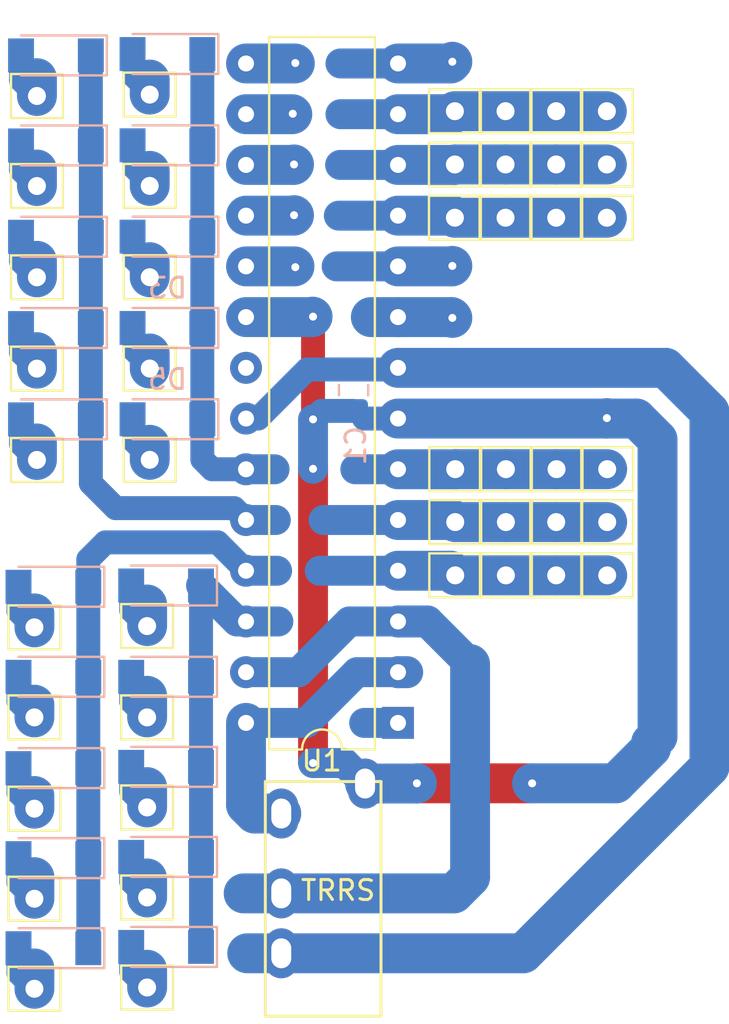
<source format=kicad_pcb>
(kicad_pcb (version 20171130) (host pcbnew 5.1.10-88a1d61d58~90~ubuntu20.04.1)

  (general
    (thickness 1.6)
    (drawings 0)
    (tracks 215)
    (zones 0)
    (modules 67)
    (nets 45)
  )

  (page A4)
  (title_block
    (title "Just Split")
    (date 2021-08-01)
    (rev 0.1)
    (company semicontinuity)
  )

  (layers
    (0 F.Cu signal)
    (31 B.Cu signal)
    (32 B.Adhes user)
    (33 F.Adhes user)
    (34 B.Paste user)
    (35 F.Paste user)
    (36 B.SilkS user)
    (37 F.SilkS user)
    (38 B.Mask user)
    (39 F.Mask user)
    (40 Dwgs.User user)
    (41 Cmts.User user)
    (42 Eco1.User user)
    (43 Eco2.User user)
    (44 Edge.Cuts user)
    (45 Margin user)
    (46 B.CrtYd user)
    (47 F.CrtYd user)
    (48 B.Fab user)
    (49 F.Fab user)
  )

  (setup
    (last_trace_width 1.6)
    (user_trace_width 0.2)
    (user_trace_width 0.5)
    (user_trace_width 1)
    (user_trace_width 1.2)
    (user_trace_width 1.5)
    (user_trace_width 1.6)
    (user_trace_width 1.8)
    (user_trace_width 2)
    (trace_clearance 0.2)
    (zone_clearance 0.508)
    (zone_45_only no)
    (trace_min 0.2)
    (via_size 0.6)
    (via_drill 0.4)
    (via_min_size 0.4)
    (via_min_drill 0.3)
    (user_via 3 1.6)
    (uvia_size 0.3)
    (uvia_drill 0.1)
    (uvias_allowed no)
    (uvia_min_size 0.2)
    (uvia_min_drill 0.1)
    (edge_width 0.15)
    (segment_width 0.1)
    (pcb_text_width 0.3)
    (pcb_text_size 1.5 1.5)
    (mod_edge_width 0.15)
    (mod_text_size 1 1)
    (mod_text_width 0.15)
    (pad_size 5 5)
    (pad_drill 4.1)
    (pad_to_mask_clearance 0)
    (aux_axis_origin 194.75 68)
    (grid_origin 79.48576 74.37278)
    (visible_elements FFFFF77F)
    (pcbplotparams
      (layerselection 0x010f0_ffffffff)
      (usegerberextensions true)
      (usegerberattributes false)
      (usegerberadvancedattributes false)
      (creategerberjobfile false)
      (excludeedgelayer true)
      (linewidth 0.100000)
      (plotframeref false)
      (viasonmask false)
      (mode 1)
      (useauxorigin false)
      (hpglpennumber 1)
      (hpglpenspeed 20)
      (hpglpendiameter 15.000000)
      (psnegative false)
      (psa4output false)
      (plotreference true)
      (plotvalue true)
      (plotinvisibletext false)
      (padsonsilk false)
      (subtractmaskfromsilk true)
      (outputformat 1)
      (mirror false)
      (drillshape 0)
      (scaleselection 1)
      (outputdirectory "gerber/"))
  )

  (net 0 "")
  (net 1 row0)
  (net 2 "Net-(D1-Pad2)")
  (net 3 row1)
  (net 4 "Net-(D2-Pad2)")
  (net 5 row2)
  (net 6 "Net-(D3-Pad2)")
  (net 7 "Net-(D4-Pad2)")
  (net 8 "Net-(D5-Pad2)")
  (net 9 "Net-(D6-Pad2)")
  (net 10 "Net-(D7-Pad2)")
  (net 11 "Net-(D8-Pad2)")
  (net 12 "Net-(D9-Pad2)")
  (net 13 "Net-(D10-Pad2)")
  (net 14 "Net-(D11-Pad2)")
  (net 15 "Net-(D12-Pad2)")
  (net 16 "Net-(D14-Pad2)")
  (net 17 "Net-(D15-Pad2)")
  (net 18 "Net-(D16-Pad2)")
  (net 19 "Net-(D17-Pad2)")
  (net 20 "Net-(D18-Pad2)")
  (net 21 "Net-(D19-Pad2)")
  (net 22 "Net-(D20-Pad2)")
  (net 23 GND)
  (net 24 col1)
  (net 25 col2)
  (net 26 col3)
  (net 27 col4)
  (net 28 col5)
  (net 29 SCL)
  (net 30 SDA)
  (net 31 row3)
  (net 32 /RESET)
  (net 33 /VCC)
  (net 34 /LED0)
  (net 35 /LED7)
  (net 36 /LED6)
  (net 37 /LED5)
  (net 38 /LED4)
  (net 39 /LED3)
  (net 40 /LED2)
  (net 41 /LED1)
  (net 42 "Net-(D13-Pad2)")
  (net 43 "Net-(U1-Pad21)")
  (net 44 BL)

  (net_class Default "これは標準のネット クラスです。"
    (clearance 0.2)
    (trace_width 0.25)
    (via_dia 0.6)
    (via_drill 0.4)
    (uvia_dia 0.3)
    (uvia_drill 0.1)
    (add_net /LED0)
    (add_net /LED1)
    (add_net /LED2)
    (add_net /LED3)
    (add_net /LED4)
    (add_net /LED5)
    (add_net /LED6)
    (add_net /LED7)
    (add_net /RESET)
    (add_net /VCC)
    (add_net BL)
    (add_net GND)
    (add_net "Net-(D1-Pad2)")
    (add_net "Net-(D10-Pad2)")
    (add_net "Net-(D11-Pad2)")
    (add_net "Net-(D12-Pad2)")
    (add_net "Net-(D13-Pad2)")
    (add_net "Net-(D14-Pad2)")
    (add_net "Net-(D15-Pad2)")
    (add_net "Net-(D16-Pad2)")
    (add_net "Net-(D17-Pad2)")
    (add_net "Net-(D18-Pad2)")
    (add_net "Net-(D19-Pad2)")
    (add_net "Net-(D2-Pad2)")
    (add_net "Net-(D20-Pad2)")
    (add_net "Net-(D3-Pad2)")
    (add_net "Net-(D4-Pad2)")
    (add_net "Net-(D5-Pad2)")
    (add_net "Net-(D6-Pad2)")
    (add_net "Net-(D7-Pad2)")
    (add_net "Net-(D8-Pad2)")
    (add_net "Net-(D9-Pad2)")
    (add_net "Net-(U1-Pad21)")
    (add_net SCL)
    (add_net SDA)
    (add_net col1)
    (add_net col2)
    (add_net col3)
    (add_net col4)
    (add_net col5)
    (add_net row0)
    (add_net row1)
    (add_net row2)
    (add_net row3)
  )

  (module Connector_Pin:Pin_D0.9mm_L10.0mm_W2.4mm_FlatFork (layer F.Cu) (tedit 5A1DC084) (tstamp 61D3DA64)
    (at 73.64376 112.21878 180)
    (descr "solder Pin_ with flat fork, hole diameter 0.9mm, length 10.0mm, width 2.4mm")
    (tags "solder Pin_ with flat fork")
    (path /61E622A5)
    (fp_text reference TP44 (at 0 1.95) (layer F.SilkS) hide
      (effects (font (size 1 1) (thickness 0.15)))
    )
    (fp_text value TestPoint (at 0 -2.05) (layer F.Fab) hide
      (effects (font (size 1 1) (thickness 0.15)))
    )
    (fp_text user %R (at 0 1.95) (layer F.Fab) hide
      (effects (font (size 1 1) (thickness 0.15)))
    )
    (fp_line (start -1.3 -1.1) (end -1.3 0.6) (layer F.SilkS) (width 0.12))
    (fp_line (start -1.3 0.6) (end -1.3 1.1) (layer F.SilkS) (width 0.12))
    (fp_line (start -1.3 1.1) (end 1.3 1.1) (layer F.SilkS) (width 0.12))
    (fp_line (start 1.3 1.1) (end 1.3 -1.1) (layer F.SilkS) (width 0.12))
    (fp_line (start 1.3 -1.1) (end -1.3 -1.1) (layer F.SilkS) (width 0.12))
    (fp_line (start -1.2 -0.25) (end -1.2 0.25) (layer F.Fab) (width 0.12))
    (fp_line (start -1.2 0.25) (end 1.2 0.25) (layer F.Fab) (width 0.12))
    (fp_line (start 1.2 0.25) (end 1.2 -0.25) (layer F.Fab) (width 0.12))
    (fp_line (start 1.2 -0.25) (end -1.2 -0.25) (layer F.Fab) (width 0.12))
    (fp_line (start -1.7 -1.4) (end 1.7 -1.4) (layer F.CrtYd) (width 0.05))
    (fp_line (start -1.7 -1.4) (end -1.7 1.4) (layer F.CrtYd) (width 0.05))
    (fp_line (start 1.7 1.4) (end 1.7 -1.4) (layer F.CrtYd) (width 0.05))
    (fp_line (start 1.7 1.4) (end -1.7 1.4) (layer F.CrtYd) (width 0.05))
    (pad 1 thru_hole circle (at 0 0 180) (size 1.8 1.8) (drill 0.9) (layers *.Cu *.Mask)
      (net 44 BL))
    (model ${KISYS3DMOD}/Connector_Pin.3dshapes/Pin_D0.9mm_L10.0mm_W2.4mm_FlatFork.wrl
      (at (xyz 0 0 0))
      (scale (xyz 1 1 1))
      (rotate (xyz 0 0 0))
    )
  )

  (module Connector_Pin:Pin_D0.9mm_L10.0mm_W2.4mm_FlatFork (layer F.Cu) (tedit 5A1DC084) (tstamp 61D3DA51)
    (at 68.56376 112.21878 180)
    (descr "solder Pin_ with flat fork, hole diameter 0.9mm, length 10.0mm, width 2.4mm")
    (tags "solder Pin_ with flat fork")
    (path /61E630EE)
    (fp_text reference TP43 (at 0 1.95) (layer F.SilkS) hide
      (effects (font (size 1 1) (thickness 0.15)))
    )
    (fp_text value TestPoint (at 0 -2.05) (layer F.Fab) hide
      (effects (font (size 1 1) (thickness 0.15)))
    )
    (fp_text user %R (at 0 1.95) (layer F.Fab) hide
      (effects (font (size 1 1) (thickness 0.15)))
    )
    (fp_line (start -1.3 -1.1) (end -1.3 0.6) (layer F.SilkS) (width 0.12))
    (fp_line (start -1.3 0.6) (end -1.3 1.1) (layer F.SilkS) (width 0.12))
    (fp_line (start -1.3 1.1) (end 1.3 1.1) (layer F.SilkS) (width 0.12))
    (fp_line (start 1.3 1.1) (end 1.3 -1.1) (layer F.SilkS) (width 0.12))
    (fp_line (start 1.3 -1.1) (end -1.3 -1.1) (layer F.SilkS) (width 0.12))
    (fp_line (start -1.2 -0.25) (end -1.2 0.25) (layer F.Fab) (width 0.12))
    (fp_line (start -1.2 0.25) (end 1.2 0.25) (layer F.Fab) (width 0.12))
    (fp_line (start 1.2 0.25) (end 1.2 -0.25) (layer F.Fab) (width 0.12))
    (fp_line (start 1.2 -0.25) (end -1.2 -0.25) (layer F.Fab) (width 0.12))
    (fp_line (start -1.7 -1.4) (end 1.7 -1.4) (layer F.CrtYd) (width 0.05))
    (fp_line (start -1.7 -1.4) (end -1.7 1.4) (layer F.CrtYd) (width 0.05))
    (fp_line (start 1.7 1.4) (end 1.7 -1.4) (layer F.CrtYd) (width 0.05))
    (fp_line (start 1.7 1.4) (end -1.7 1.4) (layer F.CrtYd) (width 0.05))
    (pad 1 thru_hole circle (at 0 0 180) (size 1.8 1.8) (drill 0.9) (layers *.Cu *.Mask)
      (net 44 BL))
    (model ${KISYS3DMOD}/Connector_Pin.3dshapes/Pin_D0.9mm_L10.0mm_W2.4mm_FlatFork.wrl
      (at (xyz 0 0 0))
      (scale (xyz 1 1 1))
      (rotate (xyz 0 0 0))
    )
  )

  (module Connector_Pin:Pin_D0.9mm_L10.0mm_W2.4mm_FlatFork (layer F.Cu) (tedit 5A1DC084) (tstamp 61D3DA3E)
    (at 71.10376 112.21878 180)
    (descr "solder Pin_ with flat fork, hole diameter 0.9mm, length 10.0mm, width 2.4mm")
    (tags "solder Pin_ with flat fork")
    (path /61E637B8)
    (fp_text reference TP42 (at 0 1.95) (layer F.SilkS) hide
      (effects (font (size 1 1) (thickness 0.15)))
    )
    (fp_text value TestPoint (at 0 -2.05) (layer F.Fab) hide
      (effects (font (size 1 1) (thickness 0.15)))
    )
    (fp_text user %R (at 0 1.95) (layer F.Fab) hide
      (effects (font (size 1 1) (thickness 0.15)))
    )
    (fp_line (start -1.3 -1.1) (end -1.3 0.6) (layer F.SilkS) (width 0.12))
    (fp_line (start -1.3 0.6) (end -1.3 1.1) (layer F.SilkS) (width 0.12))
    (fp_line (start -1.3 1.1) (end 1.3 1.1) (layer F.SilkS) (width 0.12))
    (fp_line (start 1.3 1.1) (end 1.3 -1.1) (layer F.SilkS) (width 0.12))
    (fp_line (start 1.3 -1.1) (end -1.3 -1.1) (layer F.SilkS) (width 0.12))
    (fp_line (start -1.2 -0.25) (end -1.2 0.25) (layer F.Fab) (width 0.12))
    (fp_line (start -1.2 0.25) (end 1.2 0.25) (layer F.Fab) (width 0.12))
    (fp_line (start 1.2 0.25) (end 1.2 -0.25) (layer F.Fab) (width 0.12))
    (fp_line (start 1.2 -0.25) (end -1.2 -0.25) (layer F.Fab) (width 0.12))
    (fp_line (start -1.7 -1.4) (end 1.7 -1.4) (layer F.CrtYd) (width 0.05))
    (fp_line (start -1.7 -1.4) (end -1.7 1.4) (layer F.CrtYd) (width 0.05))
    (fp_line (start 1.7 1.4) (end 1.7 -1.4) (layer F.CrtYd) (width 0.05))
    (fp_line (start 1.7 1.4) (end -1.7 1.4) (layer F.CrtYd) (width 0.05))
    (pad 1 thru_hole circle (at 0 0 180) (size 1.8 1.8) (drill 0.9) (layers *.Cu *.Mask)
      (net 44 BL))
    (model ${KISYS3DMOD}/Connector_Pin.3dshapes/Pin_D0.9mm_L10.0mm_W2.4mm_FlatFork.wrl
      (at (xyz 0 0 0))
      (scale (xyz 1 1 1))
      (rotate (xyz 0 0 0))
    )
  )

  (module Connector_Pin:Pin_D0.9mm_L10.0mm_W2.4mm_FlatFork (layer F.Cu) (tedit 5A1DC084) (tstamp 61D3DA2B)
    (at 66.02376 112.21878 180)
    (descr "solder Pin_ with flat fork, hole diameter 0.9mm, length 10.0mm, width 2.4mm")
    (tags "solder Pin_ with flat fork")
    (path /61E63E6F)
    (fp_text reference TP41 (at 0 1.95) (layer F.SilkS) hide
      (effects (font (size 1 1) (thickness 0.15)))
    )
    (fp_text value TestPoint (at 0 -2.05) (layer F.Fab) hide
      (effects (font (size 1 1) (thickness 0.15)))
    )
    (fp_text user %R (at 0 1.95) (layer F.Fab) hide
      (effects (font (size 1 1) (thickness 0.15)))
    )
    (fp_line (start -1.3 -1.1) (end -1.3 0.6) (layer F.SilkS) (width 0.12))
    (fp_line (start -1.3 0.6) (end -1.3 1.1) (layer F.SilkS) (width 0.12))
    (fp_line (start -1.3 1.1) (end 1.3 1.1) (layer F.SilkS) (width 0.12))
    (fp_line (start 1.3 1.1) (end 1.3 -1.1) (layer F.SilkS) (width 0.12))
    (fp_line (start 1.3 -1.1) (end -1.3 -1.1) (layer F.SilkS) (width 0.12))
    (fp_line (start -1.2 -0.25) (end -1.2 0.25) (layer F.Fab) (width 0.12))
    (fp_line (start -1.2 0.25) (end 1.2 0.25) (layer F.Fab) (width 0.12))
    (fp_line (start 1.2 0.25) (end 1.2 -0.25) (layer F.Fab) (width 0.12))
    (fp_line (start 1.2 -0.25) (end -1.2 -0.25) (layer F.Fab) (width 0.12))
    (fp_line (start -1.7 -1.4) (end 1.7 -1.4) (layer F.CrtYd) (width 0.05))
    (fp_line (start -1.7 -1.4) (end -1.7 1.4) (layer F.CrtYd) (width 0.05))
    (fp_line (start 1.7 1.4) (end 1.7 -1.4) (layer F.CrtYd) (width 0.05))
    (fp_line (start 1.7 1.4) (end -1.7 1.4) (layer F.CrtYd) (width 0.05))
    (pad 1 thru_hole circle (at 0 0 180) (size 1.8 1.8) (drill 0.9) (layers *.Cu *.Mask)
      (net 44 BL))
    (model ${KISYS3DMOD}/Connector_Pin.3dshapes/Pin_D0.9mm_L10.0mm_W2.4mm_FlatFork.wrl
      (at (xyz 0 0 0))
      (scale (xyz 1 1 1))
      (rotate (xyz 0 0 0))
    )
  )

  (module Diode_SMD:D_MiniMELF (layer B.Cu) (tedit 5905D8F5) (tstamp 61D38CF5)
    (at 51.54576 140.53978 180)
    (descr "Diode Mini-MELF (SOD-80)")
    (tags "Diode Mini-MELF (SOD-80)")
    (path /61E9758D)
    (attr smd)
    (fp_text reference D20 (at 0 2) (layer B.SilkS) hide
      (effects (font (size 1 1) (thickness 0.15)) (justify mirror))
    )
    (fp_text value D (at 0 -1.75) (layer B.Fab) hide
      (effects (font (size 1 1) (thickness 0.15)) (justify mirror))
    )
    (fp_text user %R (at 0 2) (layer B.Fab) hide
      (effects (font (size 1 1) (thickness 0.15)) (justify mirror))
    )
    (fp_line (start 1.75 1) (end -2.55 1) (layer B.SilkS) (width 0.12))
    (fp_line (start -2.55 1) (end -2.55 -1) (layer B.SilkS) (width 0.12))
    (fp_line (start -2.55 -1) (end 1.75 -1) (layer B.SilkS) (width 0.12))
    (fp_line (start 1.65 0.8) (end 1.65 -0.8) (layer B.Fab) (width 0.1))
    (fp_line (start 1.65 -0.8) (end -1.65 -0.8) (layer B.Fab) (width 0.1))
    (fp_line (start -1.65 -0.8) (end -1.65 0.8) (layer B.Fab) (width 0.1))
    (fp_line (start -1.65 0.8) (end 1.65 0.8) (layer B.Fab) (width 0.1))
    (fp_line (start 0.25 0) (end 0.75 0) (layer B.Fab) (width 0.1))
    (fp_line (start 0.25 -0.4) (end -0.35 0) (layer B.Fab) (width 0.1))
    (fp_line (start 0.25 0.4) (end 0.25 -0.4) (layer B.Fab) (width 0.1))
    (fp_line (start -0.35 0) (end 0.25 0.4) (layer B.Fab) (width 0.1))
    (fp_line (start -0.35 0) (end -0.35 -0.55) (layer B.Fab) (width 0.1))
    (fp_line (start -0.35 0) (end -0.35 0.55) (layer B.Fab) (width 0.1))
    (fp_line (start -0.75 0) (end -0.35 0) (layer B.Fab) (width 0.1))
    (fp_line (start -2.65 1.1) (end 2.65 1.1) (layer B.CrtYd) (width 0.05))
    (fp_line (start 2.65 1.1) (end 2.65 -1.1) (layer B.CrtYd) (width 0.05))
    (fp_line (start 2.65 -1.1) (end -2.65 -1.1) (layer B.CrtYd) (width 0.05))
    (fp_line (start -2.65 -1.1) (end -2.65 1.1) (layer B.CrtYd) (width 0.05))
    (pad 2 smd rect (at 1.75 0 180) (size 1.3 1.7) (layers B.Cu B.Paste B.Mask)
      (net 22 "Net-(D20-Pad2)"))
    (pad 1 smd rect (at -1.75 0 180) (size 1.3 1.7) (layers B.Cu B.Paste B.Mask)
      (net 31 row3))
    (model ${KISYS3DMOD}/Diode_SMD.3dshapes/D_MiniMELF.wrl
      (at (xyz 0 0 0))
      (scale (xyz 1 1 1))
      (rotate (xyz 0 0 0))
    )
  )

  (module Diode_SMD:D_MiniMELF (layer B.Cu) (tedit 5905D8F5) (tstamp 61D38CDC)
    (at 51.54576 149.55678 180)
    (descr "Diode Mini-MELF (SOD-80)")
    (tags "Diode Mini-MELF (SOD-80)")
    (path /61E969F0)
    (attr smd)
    (fp_text reference D19 (at 0 2) (layer B.SilkS) hide
      (effects (font (size 1 1) (thickness 0.15)) (justify mirror))
    )
    (fp_text value D (at 0 -1.75) (layer B.Fab) hide
      (effects (font (size 1 1) (thickness 0.15)) (justify mirror))
    )
    (fp_text user %R (at 0 2) (layer B.Fab) hide
      (effects (font (size 1 1) (thickness 0.15)) (justify mirror))
    )
    (fp_line (start 1.75 1) (end -2.55 1) (layer B.SilkS) (width 0.12))
    (fp_line (start -2.55 1) (end -2.55 -1) (layer B.SilkS) (width 0.12))
    (fp_line (start -2.55 -1) (end 1.75 -1) (layer B.SilkS) (width 0.12))
    (fp_line (start 1.65 0.8) (end 1.65 -0.8) (layer B.Fab) (width 0.1))
    (fp_line (start 1.65 -0.8) (end -1.65 -0.8) (layer B.Fab) (width 0.1))
    (fp_line (start -1.65 -0.8) (end -1.65 0.8) (layer B.Fab) (width 0.1))
    (fp_line (start -1.65 0.8) (end 1.65 0.8) (layer B.Fab) (width 0.1))
    (fp_line (start 0.25 0) (end 0.75 0) (layer B.Fab) (width 0.1))
    (fp_line (start 0.25 -0.4) (end -0.35 0) (layer B.Fab) (width 0.1))
    (fp_line (start 0.25 0.4) (end 0.25 -0.4) (layer B.Fab) (width 0.1))
    (fp_line (start -0.35 0) (end 0.25 0.4) (layer B.Fab) (width 0.1))
    (fp_line (start -0.35 0) (end -0.35 -0.55) (layer B.Fab) (width 0.1))
    (fp_line (start -0.35 0) (end -0.35 0.55) (layer B.Fab) (width 0.1))
    (fp_line (start -0.75 0) (end -0.35 0) (layer B.Fab) (width 0.1))
    (fp_line (start -2.65 1.1) (end 2.65 1.1) (layer B.CrtYd) (width 0.05))
    (fp_line (start 2.65 1.1) (end 2.65 -1.1) (layer B.CrtYd) (width 0.05))
    (fp_line (start 2.65 -1.1) (end -2.65 -1.1) (layer B.CrtYd) (width 0.05))
    (fp_line (start -2.65 -1.1) (end -2.65 1.1) (layer B.CrtYd) (width 0.05))
    (pad 2 smd rect (at 1.75 0 180) (size 1.3 1.7) (layers B.Cu B.Paste B.Mask)
      (net 21 "Net-(D19-Pad2)"))
    (pad 1 smd rect (at -1.75 0 180) (size 1.3 1.7) (layers B.Cu B.Paste B.Mask)
      (net 31 row3))
    (model ${KISYS3DMOD}/Diode_SMD.3dshapes/D_MiniMELF.wrl
      (at (xyz 0 0 0))
      (scale (xyz 1 1 1))
      (rotate (xyz 0 0 0))
    )
  )

  (module Diode_SMD:D_MiniMELF (layer B.Cu) (tedit 5905D8F5) (tstamp 61D38CC3)
    (at 51.54576 135.96778 180)
    (descr "Diode Mini-MELF (SOD-80)")
    (tags "Diode Mini-MELF (SOD-80)")
    (path /5A5E37AA)
    (attr smd)
    (fp_text reference D18 (at 0 2) (layer B.SilkS) hide
      (effects (font (size 1 1) (thickness 0.15)) (justify mirror))
    )
    (fp_text value D (at 0 -1.75) (layer B.Fab) hide
      (effects (font (size 1 1) (thickness 0.15)) (justify mirror))
    )
    (fp_text user %R (at 0 2) (layer B.Fab) hide
      (effects (font (size 1 1) (thickness 0.15)) (justify mirror))
    )
    (fp_line (start 1.75 1) (end -2.55 1) (layer B.SilkS) (width 0.12))
    (fp_line (start -2.55 1) (end -2.55 -1) (layer B.SilkS) (width 0.12))
    (fp_line (start -2.55 -1) (end 1.75 -1) (layer B.SilkS) (width 0.12))
    (fp_line (start 1.65 0.8) (end 1.65 -0.8) (layer B.Fab) (width 0.1))
    (fp_line (start 1.65 -0.8) (end -1.65 -0.8) (layer B.Fab) (width 0.1))
    (fp_line (start -1.65 -0.8) (end -1.65 0.8) (layer B.Fab) (width 0.1))
    (fp_line (start -1.65 0.8) (end 1.65 0.8) (layer B.Fab) (width 0.1))
    (fp_line (start 0.25 0) (end 0.75 0) (layer B.Fab) (width 0.1))
    (fp_line (start 0.25 -0.4) (end -0.35 0) (layer B.Fab) (width 0.1))
    (fp_line (start 0.25 0.4) (end 0.25 -0.4) (layer B.Fab) (width 0.1))
    (fp_line (start -0.35 0) (end 0.25 0.4) (layer B.Fab) (width 0.1))
    (fp_line (start -0.35 0) (end -0.35 -0.55) (layer B.Fab) (width 0.1))
    (fp_line (start -0.35 0) (end -0.35 0.55) (layer B.Fab) (width 0.1))
    (fp_line (start -0.75 0) (end -0.35 0) (layer B.Fab) (width 0.1))
    (fp_line (start -2.65 1.1) (end 2.65 1.1) (layer B.CrtYd) (width 0.05))
    (fp_line (start 2.65 1.1) (end 2.65 -1.1) (layer B.CrtYd) (width 0.05))
    (fp_line (start 2.65 -1.1) (end -2.65 -1.1) (layer B.CrtYd) (width 0.05))
    (fp_line (start -2.65 -1.1) (end -2.65 1.1) (layer B.CrtYd) (width 0.05))
    (pad 2 smd rect (at 1.75 0 180) (size 1.3 1.7) (layers B.Cu B.Paste B.Mask)
      (net 20 "Net-(D18-Pad2)"))
    (pad 1 smd rect (at -1.75 0 180) (size 1.3 1.7) (layers B.Cu B.Paste B.Mask)
      (net 31 row3))
    (model ${KISYS3DMOD}/Diode_SMD.3dshapes/D_MiniMELF.wrl
      (at (xyz 0 0 0))
      (scale (xyz 1 1 1))
      (rotate (xyz 0 0 0))
    )
  )

  (module Diode_SMD:D_MiniMELF (layer B.Cu) (tedit 5905D8F5) (tstamp 61D38CAA)
    (at 51.54576 154.06528 180)
    (descr "Diode Mini-MELF (SOD-80)")
    (tags "Diode Mini-MELF (SOD-80)")
    (path /5A5E37F2)
    (attr smd)
    (fp_text reference D17 (at 0 2) (layer B.SilkS) hide
      (effects (font (size 1 1) (thickness 0.15)) (justify mirror))
    )
    (fp_text value D (at 0 -1.75) (layer B.Fab) hide
      (effects (font (size 1 1) (thickness 0.15)) (justify mirror))
    )
    (fp_text user %R (at 0 2) (layer B.Fab) hide
      (effects (font (size 1 1) (thickness 0.15)) (justify mirror))
    )
    (fp_line (start 1.75 1) (end -2.55 1) (layer B.SilkS) (width 0.12))
    (fp_line (start -2.55 1) (end -2.55 -1) (layer B.SilkS) (width 0.12))
    (fp_line (start -2.55 -1) (end 1.75 -1) (layer B.SilkS) (width 0.12))
    (fp_line (start 1.65 0.8) (end 1.65 -0.8) (layer B.Fab) (width 0.1))
    (fp_line (start 1.65 -0.8) (end -1.65 -0.8) (layer B.Fab) (width 0.1))
    (fp_line (start -1.65 -0.8) (end -1.65 0.8) (layer B.Fab) (width 0.1))
    (fp_line (start -1.65 0.8) (end 1.65 0.8) (layer B.Fab) (width 0.1))
    (fp_line (start 0.25 0) (end 0.75 0) (layer B.Fab) (width 0.1))
    (fp_line (start 0.25 -0.4) (end -0.35 0) (layer B.Fab) (width 0.1))
    (fp_line (start 0.25 0.4) (end 0.25 -0.4) (layer B.Fab) (width 0.1))
    (fp_line (start -0.35 0) (end 0.25 0.4) (layer B.Fab) (width 0.1))
    (fp_line (start -0.35 0) (end -0.35 -0.55) (layer B.Fab) (width 0.1))
    (fp_line (start -0.35 0) (end -0.35 0.55) (layer B.Fab) (width 0.1))
    (fp_line (start -0.75 0) (end -0.35 0) (layer B.Fab) (width 0.1))
    (fp_line (start -2.65 1.1) (end 2.65 1.1) (layer B.CrtYd) (width 0.05))
    (fp_line (start 2.65 1.1) (end 2.65 -1.1) (layer B.CrtYd) (width 0.05))
    (fp_line (start 2.65 -1.1) (end -2.65 -1.1) (layer B.CrtYd) (width 0.05))
    (fp_line (start -2.65 -1.1) (end -2.65 1.1) (layer B.CrtYd) (width 0.05))
    (pad 2 smd rect (at 1.75 0 180) (size 1.3 1.7) (layers B.Cu B.Paste B.Mask)
      (net 19 "Net-(D17-Pad2)"))
    (pad 1 smd rect (at -1.75 0 180) (size 1.3 1.7) (layers B.Cu B.Paste B.Mask)
      (net 31 row3))
    (model ${KISYS3DMOD}/Diode_SMD.3dshapes/D_MiniMELF.wrl
      (at (xyz 0 0 0))
      (scale (xyz 1 1 1))
      (rotate (xyz 0 0 0))
    )
  )

  (module Diode_SMD:D_MiniMELF (layer B.Cu) (tedit 5905D8F5) (tstamp 61D38C91)
    (at 51.54576 145.04828 180)
    (descr "Diode Mini-MELF (SOD-80)")
    (tags "Diode Mini-MELF (SOD-80)")
    (path /61E97AD3)
    (attr smd)
    (fp_text reference D16 (at 0 2) (layer B.SilkS) hide
      (effects (font (size 1 1) (thickness 0.15)) (justify mirror))
    )
    (fp_text value D (at 0 -1.75) (layer B.Fab) hide
      (effects (font (size 1 1) (thickness 0.15)) (justify mirror))
    )
    (fp_text user %R (at 0 2) (layer B.Fab) hide
      (effects (font (size 1 1) (thickness 0.15)) (justify mirror))
    )
    (fp_line (start 1.75 1) (end -2.55 1) (layer B.SilkS) (width 0.12))
    (fp_line (start -2.55 1) (end -2.55 -1) (layer B.SilkS) (width 0.12))
    (fp_line (start -2.55 -1) (end 1.75 -1) (layer B.SilkS) (width 0.12))
    (fp_line (start 1.65 0.8) (end 1.65 -0.8) (layer B.Fab) (width 0.1))
    (fp_line (start 1.65 -0.8) (end -1.65 -0.8) (layer B.Fab) (width 0.1))
    (fp_line (start -1.65 -0.8) (end -1.65 0.8) (layer B.Fab) (width 0.1))
    (fp_line (start -1.65 0.8) (end 1.65 0.8) (layer B.Fab) (width 0.1))
    (fp_line (start 0.25 0) (end 0.75 0) (layer B.Fab) (width 0.1))
    (fp_line (start 0.25 -0.4) (end -0.35 0) (layer B.Fab) (width 0.1))
    (fp_line (start 0.25 0.4) (end 0.25 -0.4) (layer B.Fab) (width 0.1))
    (fp_line (start -0.35 0) (end 0.25 0.4) (layer B.Fab) (width 0.1))
    (fp_line (start -0.35 0) (end -0.35 -0.55) (layer B.Fab) (width 0.1))
    (fp_line (start -0.35 0) (end -0.35 0.55) (layer B.Fab) (width 0.1))
    (fp_line (start -0.75 0) (end -0.35 0) (layer B.Fab) (width 0.1))
    (fp_line (start -2.65 1.1) (end 2.65 1.1) (layer B.CrtYd) (width 0.05))
    (fp_line (start 2.65 1.1) (end 2.65 -1.1) (layer B.CrtYd) (width 0.05))
    (fp_line (start 2.65 -1.1) (end -2.65 -1.1) (layer B.CrtYd) (width 0.05))
    (fp_line (start -2.65 -1.1) (end -2.65 1.1) (layer B.CrtYd) (width 0.05))
    (pad 2 smd rect (at 1.75 0 180) (size 1.3 1.7) (layers B.Cu B.Paste B.Mask)
      (net 18 "Net-(D16-Pad2)"))
    (pad 1 smd rect (at -1.75 0 180) (size 1.3 1.7) (layers B.Cu B.Paste B.Mask)
      (net 31 row3))
    (model ${KISYS3DMOD}/Diode_SMD.3dshapes/D_MiniMELF.wrl
      (at (xyz 0 0 0))
      (scale (xyz 1 1 1))
      (rotate (xyz 0 0 0))
    )
  )

  (module Diode_SMD:D_MiniMELF (layer B.Cu) (tedit 5905D8F5) (tstamp 61D38C78)
    (at 45.89426 154.12878 180)
    (descr "Diode Mini-MELF (SOD-80)")
    (tags "Diode Mini-MELF (SOD-80)")
    (path /5A5E35ED)
    (attr smd)
    (fp_text reference D15 (at 0 2) (layer B.SilkS) hide
      (effects (font (size 1 1) (thickness 0.15)) (justify mirror))
    )
    (fp_text value D (at 0 -1.75) (layer B.Fab) hide
      (effects (font (size 1 1) (thickness 0.15)) (justify mirror))
    )
    (fp_text user %R (at 0 2) (layer B.Fab) hide
      (effects (font (size 1 1) (thickness 0.15)) (justify mirror))
    )
    (fp_line (start 1.75 1) (end -2.55 1) (layer B.SilkS) (width 0.12))
    (fp_line (start -2.55 1) (end -2.55 -1) (layer B.SilkS) (width 0.12))
    (fp_line (start -2.55 -1) (end 1.75 -1) (layer B.SilkS) (width 0.12))
    (fp_line (start 1.65 0.8) (end 1.65 -0.8) (layer B.Fab) (width 0.1))
    (fp_line (start 1.65 -0.8) (end -1.65 -0.8) (layer B.Fab) (width 0.1))
    (fp_line (start -1.65 -0.8) (end -1.65 0.8) (layer B.Fab) (width 0.1))
    (fp_line (start -1.65 0.8) (end 1.65 0.8) (layer B.Fab) (width 0.1))
    (fp_line (start 0.25 0) (end 0.75 0) (layer B.Fab) (width 0.1))
    (fp_line (start 0.25 -0.4) (end -0.35 0) (layer B.Fab) (width 0.1))
    (fp_line (start 0.25 0.4) (end 0.25 -0.4) (layer B.Fab) (width 0.1))
    (fp_line (start -0.35 0) (end 0.25 0.4) (layer B.Fab) (width 0.1))
    (fp_line (start -0.35 0) (end -0.35 -0.55) (layer B.Fab) (width 0.1))
    (fp_line (start -0.35 0) (end -0.35 0.55) (layer B.Fab) (width 0.1))
    (fp_line (start -0.75 0) (end -0.35 0) (layer B.Fab) (width 0.1))
    (fp_line (start -2.65 1.1) (end 2.65 1.1) (layer B.CrtYd) (width 0.05))
    (fp_line (start 2.65 1.1) (end 2.65 -1.1) (layer B.CrtYd) (width 0.05))
    (fp_line (start 2.65 -1.1) (end -2.65 -1.1) (layer B.CrtYd) (width 0.05))
    (fp_line (start -2.65 -1.1) (end -2.65 1.1) (layer B.CrtYd) (width 0.05))
    (pad 2 smd rect (at 1.75 0 180) (size 1.3 1.7) (layers B.Cu B.Paste B.Mask)
      (net 17 "Net-(D15-Pad2)"))
    (pad 1 smd rect (at -1.75 0 180) (size 1.3 1.7) (layers B.Cu B.Paste B.Mask)
      (net 5 row2))
    (model ${KISYS3DMOD}/Diode_SMD.3dshapes/D_MiniMELF.wrl
      (at (xyz 0 0 0))
      (scale (xyz 1 1 1))
      (rotate (xyz 0 0 0))
    )
  )

  (module Diode_SMD:D_MiniMELF (layer B.Cu) (tedit 5905D8F5) (tstamp 61D38C5F)
    (at 45.89426 140.53978 180)
    (descr "Diode Mini-MELF (SOD-80)")
    (tags "Diode Mini-MELF (SOD-80)")
    (path /5A5E35E7)
    (attr smd)
    (fp_text reference D14 (at 0 2) (layer B.SilkS) hide
      (effects (font (size 1 1) (thickness 0.15)) (justify mirror))
    )
    (fp_text value D (at 0 -1.75) (layer B.Fab) hide
      (effects (font (size 1 1) (thickness 0.15)) (justify mirror))
    )
    (fp_text user %R (at 0 2) (layer B.Fab) hide
      (effects (font (size 1 1) (thickness 0.15)) (justify mirror))
    )
    (fp_line (start 1.75 1) (end -2.55 1) (layer B.SilkS) (width 0.12))
    (fp_line (start -2.55 1) (end -2.55 -1) (layer B.SilkS) (width 0.12))
    (fp_line (start -2.55 -1) (end 1.75 -1) (layer B.SilkS) (width 0.12))
    (fp_line (start 1.65 0.8) (end 1.65 -0.8) (layer B.Fab) (width 0.1))
    (fp_line (start 1.65 -0.8) (end -1.65 -0.8) (layer B.Fab) (width 0.1))
    (fp_line (start -1.65 -0.8) (end -1.65 0.8) (layer B.Fab) (width 0.1))
    (fp_line (start -1.65 0.8) (end 1.65 0.8) (layer B.Fab) (width 0.1))
    (fp_line (start 0.25 0) (end 0.75 0) (layer B.Fab) (width 0.1))
    (fp_line (start 0.25 -0.4) (end -0.35 0) (layer B.Fab) (width 0.1))
    (fp_line (start 0.25 0.4) (end 0.25 -0.4) (layer B.Fab) (width 0.1))
    (fp_line (start -0.35 0) (end 0.25 0.4) (layer B.Fab) (width 0.1))
    (fp_line (start -0.35 0) (end -0.35 -0.55) (layer B.Fab) (width 0.1))
    (fp_line (start -0.35 0) (end -0.35 0.55) (layer B.Fab) (width 0.1))
    (fp_line (start -0.75 0) (end -0.35 0) (layer B.Fab) (width 0.1))
    (fp_line (start -2.65 1.1) (end 2.65 1.1) (layer B.CrtYd) (width 0.05))
    (fp_line (start 2.65 1.1) (end 2.65 -1.1) (layer B.CrtYd) (width 0.05))
    (fp_line (start 2.65 -1.1) (end -2.65 -1.1) (layer B.CrtYd) (width 0.05))
    (fp_line (start -2.65 -1.1) (end -2.65 1.1) (layer B.CrtYd) (width 0.05))
    (pad 2 smd rect (at 1.75 0 180) (size 1.3 1.7) (layers B.Cu B.Paste B.Mask)
      (net 16 "Net-(D14-Pad2)"))
    (pad 1 smd rect (at -1.75 0 180) (size 1.3 1.7) (layers B.Cu B.Paste B.Mask)
      (net 5 row2))
    (model ${KISYS3DMOD}/Diode_SMD.3dshapes/D_MiniMELF.wrl
      (at (xyz 0 0 0))
      (scale (xyz 1 1 1))
      (rotate (xyz 0 0 0))
    )
  )

  (module Diode_SMD:D_MiniMELF (layer B.Cu) (tedit 5905D8F5) (tstamp 61D38C46)
    (at 45.89426 149.62028 180)
    (descr "Diode Mini-MELF (SOD-80)")
    (tags "Diode Mini-MELF (SOD-80)")
    (path /5A5E35E1)
    (attr smd)
    (fp_text reference D13 (at 0 2) (layer B.SilkS) hide
      (effects (font (size 1 1) (thickness 0.15)) (justify mirror))
    )
    (fp_text value D (at 0 -1.75) (layer B.Fab) hide
      (effects (font (size 1 1) (thickness 0.15)) (justify mirror))
    )
    (fp_text user %R (at 0 2) (layer B.Fab) hide
      (effects (font (size 1 1) (thickness 0.15)) (justify mirror))
    )
    (fp_line (start 1.75 1) (end -2.55 1) (layer B.SilkS) (width 0.12))
    (fp_line (start -2.55 1) (end -2.55 -1) (layer B.SilkS) (width 0.12))
    (fp_line (start -2.55 -1) (end 1.75 -1) (layer B.SilkS) (width 0.12))
    (fp_line (start 1.65 0.8) (end 1.65 -0.8) (layer B.Fab) (width 0.1))
    (fp_line (start 1.65 -0.8) (end -1.65 -0.8) (layer B.Fab) (width 0.1))
    (fp_line (start -1.65 -0.8) (end -1.65 0.8) (layer B.Fab) (width 0.1))
    (fp_line (start -1.65 0.8) (end 1.65 0.8) (layer B.Fab) (width 0.1))
    (fp_line (start 0.25 0) (end 0.75 0) (layer B.Fab) (width 0.1))
    (fp_line (start 0.25 -0.4) (end -0.35 0) (layer B.Fab) (width 0.1))
    (fp_line (start 0.25 0.4) (end 0.25 -0.4) (layer B.Fab) (width 0.1))
    (fp_line (start -0.35 0) (end 0.25 0.4) (layer B.Fab) (width 0.1))
    (fp_line (start -0.35 0) (end -0.35 -0.55) (layer B.Fab) (width 0.1))
    (fp_line (start -0.35 0) (end -0.35 0.55) (layer B.Fab) (width 0.1))
    (fp_line (start -0.75 0) (end -0.35 0) (layer B.Fab) (width 0.1))
    (fp_line (start -2.65 1.1) (end 2.65 1.1) (layer B.CrtYd) (width 0.05))
    (fp_line (start 2.65 1.1) (end 2.65 -1.1) (layer B.CrtYd) (width 0.05))
    (fp_line (start 2.65 -1.1) (end -2.65 -1.1) (layer B.CrtYd) (width 0.05))
    (fp_line (start -2.65 -1.1) (end -2.65 1.1) (layer B.CrtYd) (width 0.05))
    (pad 2 smd rect (at 1.75 0 180) (size 1.3 1.7) (layers B.Cu B.Paste B.Mask)
      (net 42 "Net-(D13-Pad2)"))
    (pad 1 smd rect (at -1.75 0 180) (size 1.3 1.7) (layers B.Cu B.Paste B.Mask)
      (net 5 row2))
    (model ${KISYS3DMOD}/Diode_SMD.3dshapes/D_MiniMELF.wrl
      (at (xyz 0 0 0))
      (scale (xyz 1 1 1))
      (rotate (xyz 0 0 0))
    )
  )

  (module Diode_SMD:D_MiniMELF (layer B.Cu) (tedit 5905D8F5) (tstamp 61D38C2D)
    (at 45.89426 145.11178 180)
    (descr "Diode Mini-MELF (SOD-80)")
    (tags "Diode Mini-MELF (SOD-80)")
    (path /5A5E35C3)
    (attr smd)
    (fp_text reference D12 (at 0 2) (layer B.SilkS) hide
      (effects (font (size 1 1) (thickness 0.15)) (justify mirror))
    )
    (fp_text value D (at 0 -1.75) (layer B.Fab) hide
      (effects (font (size 1 1) (thickness 0.15)) (justify mirror))
    )
    (fp_text user %R (at 0 2) (layer B.Fab) hide
      (effects (font (size 1 1) (thickness 0.15)) (justify mirror))
    )
    (fp_line (start 1.75 1) (end -2.55 1) (layer B.SilkS) (width 0.12))
    (fp_line (start -2.55 1) (end -2.55 -1) (layer B.SilkS) (width 0.12))
    (fp_line (start -2.55 -1) (end 1.75 -1) (layer B.SilkS) (width 0.12))
    (fp_line (start 1.65 0.8) (end 1.65 -0.8) (layer B.Fab) (width 0.1))
    (fp_line (start 1.65 -0.8) (end -1.65 -0.8) (layer B.Fab) (width 0.1))
    (fp_line (start -1.65 -0.8) (end -1.65 0.8) (layer B.Fab) (width 0.1))
    (fp_line (start -1.65 0.8) (end 1.65 0.8) (layer B.Fab) (width 0.1))
    (fp_line (start 0.25 0) (end 0.75 0) (layer B.Fab) (width 0.1))
    (fp_line (start 0.25 -0.4) (end -0.35 0) (layer B.Fab) (width 0.1))
    (fp_line (start 0.25 0.4) (end 0.25 -0.4) (layer B.Fab) (width 0.1))
    (fp_line (start -0.35 0) (end 0.25 0.4) (layer B.Fab) (width 0.1))
    (fp_line (start -0.35 0) (end -0.35 -0.55) (layer B.Fab) (width 0.1))
    (fp_line (start -0.35 0) (end -0.35 0.55) (layer B.Fab) (width 0.1))
    (fp_line (start -0.75 0) (end -0.35 0) (layer B.Fab) (width 0.1))
    (fp_line (start -2.65 1.1) (end 2.65 1.1) (layer B.CrtYd) (width 0.05))
    (fp_line (start 2.65 1.1) (end 2.65 -1.1) (layer B.CrtYd) (width 0.05))
    (fp_line (start 2.65 -1.1) (end -2.65 -1.1) (layer B.CrtYd) (width 0.05))
    (fp_line (start -2.65 -1.1) (end -2.65 1.1) (layer B.CrtYd) (width 0.05))
    (pad 2 smd rect (at 1.75 0 180) (size 1.3 1.7) (layers B.Cu B.Paste B.Mask)
      (net 15 "Net-(D12-Pad2)"))
    (pad 1 smd rect (at -1.75 0 180) (size 1.3 1.7) (layers B.Cu B.Paste B.Mask)
      (net 5 row2))
    (model ${KISYS3DMOD}/Diode_SMD.3dshapes/D_MiniMELF.wrl
      (at (xyz 0 0 0))
      (scale (xyz 1 1 1))
      (rotate (xyz 0 0 0))
    )
  )

  (module Diode_SMD:D_MiniMELF (layer B.Cu) (tedit 5905D8F5) (tstamp 61D38C14)
    (at 45.89426 136.03128 180)
    (descr "Diode Mini-MELF (SOD-80)")
    (tags "Diode Mini-MELF (SOD-80)")
    (path /5A5E35B7)
    (attr smd)
    (fp_text reference D11 (at 0 2) (layer B.SilkS) hide
      (effects (font (size 1 1) (thickness 0.15)) (justify mirror))
    )
    (fp_text value D (at 0 -1.75) (layer B.Fab) hide
      (effects (font (size 1 1) (thickness 0.15)) (justify mirror))
    )
    (fp_text user %R (at 0 2) (layer B.Fab) hide
      (effects (font (size 1 1) (thickness 0.15)) (justify mirror))
    )
    (fp_line (start 1.75 1) (end -2.55 1) (layer B.SilkS) (width 0.12))
    (fp_line (start -2.55 1) (end -2.55 -1) (layer B.SilkS) (width 0.12))
    (fp_line (start -2.55 -1) (end 1.75 -1) (layer B.SilkS) (width 0.12))
    (fp_line (start 1.65 0.8) (end 1.65 -0.8) (layer B.Fab) (width 0.1))
    (fp_line (start 1.65 -0.8) (end -1.65 -0.8) (layer B.Fab) (width 0.1))
    (fp_line (start -1.65 -0.8) (end -1.65 0.8) (layer B.Fab) (width 0.1))
    (fp_line (start -1.65 0.8) (end 1.65 0.8) (layer B.Fab) (width 0.1))
    (fp_line (start 0.25 0) (end 0.75 0) (layer B.Fab) (width 0.1))
    (fp_line (start 0.25 -0.4) (end -0.35 0) (layer B.Fab) (width 0.1))
    (fp_line (start 0.25 0.4) (end 0.25 -0.4) (layer B.Fab) (width 0.1))
    (fp_line (start -0.35 0) (end 0.25 0.4) (layer B.Fab) (width 0.1))
    (fp_line (start -0.35 0) (end -0.35 -0.55) (layer B.Fab) (width 0.1))
    (fp_line (start -0.35 0) (end -0.35 0.55) (layer B.Fab) (width 0.1))
    (fp_line (start -0.75 0) (end -0.35 0) (layer B.Fab) (width 0.1))
    (fp_line (start -2.65 1.1) (end 2.65 1.1) (layer B.CrtYd) (width 0.05))
    (fp_line (start 2.65 1.1) (end 2.65 -1.1) (layer B.CrtYd) (width 0.05))
    (fp_line (start 2.65 -1.1) (end -2.65 -1.1) (layer B.CrtYd) (width 0.05))
    (fp_line (start -2.65 -1.1) (end -2.65 1.1) (layer B.CrtYd) (width 0.05))
    (pad 2 smd rect (at 1.75 0 180) (size 1.3 1.7) (layers B.Cu B.Paste B.Mask)
      (net 14 "Net-(D11-Pad2)"))
    (pad 1 smd rect (at -1.75 0 180) (size 1.3 1.7) (layers B.Cu B.Paste B.Mask)
      (net 5 row2))
    (model ${KISYS3DMOD}/Diode_SMD.3dshapes/D_MiniMELF.wrl
      (at (xyz 0 0 0))
      (scale (xyz 1 1 1))
      (rotate (xyz 0 0 0))
    )
  )

  (module Diode_SMD:D_MiniMELF (layer B.Cu) (tedit 5905D8F5) (tstamp 61D38BFB)
    (at 46.02126 127.64928 180)
    (descr "Diode Mini-MELF (SOD-80)")
    (tags "Diode Mini-MELF (SOD-80)")
    (path /5A5E2D62)
    (attr smd)
    (fp_text reference D10 (at 0 2) (layer B.SilkS) hide
      (effects (font (size 1 1) (thickness 0.15)) (justify mirror))
    )
    (fp_text value D (at 0 -1.75) (layer B.Fab) hide
      (effects (font (size 1 1) (thickness 0.15)) (justify mirror))
    )
    (fp_text user %R (at 0 2) (layer B.Fab) hide
      (effects (font (size 1 1) (thickness 0.15)) (justify mirror))
    )
    (fp_line (start 1.75 1) (end -2.55 1) (layer B.SilkS) (width 0.12))
    (fp_line (start -2.55 1) (end -2.55 -1) (layer B.SilkS) (width 0.12))
    (fp_line (start -2.55 -1) (end 1.75 -1) (layer B.SilkS) (width 0.12))
    (fp_line (start 1.65 0.8) (end 1.65 -0.8) (layer B.Fab) (width 0.1))
    (fp_line (start 1.65 -0.8) (end -1.65 -0.8) (layer B.Fab) (width 0.1))
    (fp_line (start -1.65 -0.8) (end -1.65 0.8) (layer B.Fab) (width 0.1))
    (fp_line (start -1.65 0.8) (end 1.65 0.8) (layer B.Fab) (width 0.1))
    (fp_line (start 0.25 0) (end 0.75 0) (layer B.Fab) (width 0.1))
    (fp_line (start 0.25 -0.4) (end -0.35 0) (layer B.Fab) (width 0.1))
    (fp_line (start 0.25 0.4) (end 0.25 -0.4) (layer B.Fab) (width 0.1))
    (fp_line (start -0.35 0) (end 0.25 0.4) (layer B.Fab) (width 0.1))
    (fp_line (start -0.35 0) (end -0.35 -0.55) (layer B.Fab) (width 0.1))
    (fp_line (start -0.35 0) (end -0.35 0.55) (layer B.Fab) (width 0.1))
    (fp_line (start -0.75 0) (end -0.35 0) (layer B.Fab) (width 0.1))
    (fp_line (start -2.65 1.1) (end 2.65 1.1) (layer B.CrtYd) (width 0.05))
    (fp_line (start 2.65 1.1) (end 2.65 -1.1) (layer B.CrtYd) (width 0.05))
    (fp_line (start 2.65 -1.1) (end -2.65 -1.1) (layer B.CrtYd) (width 0.05))
    (fp_line (start -2.65 -1.1) (end -2.65 1.1) (layer B.CrtYd) (width 0.05))
    (pad 2 smd rect (at 1.75 0 180) (size 1.3 1.7) (layers B.Cu B.Paste B.Mask)
      (net 13 "Net-(D10-Pad2)"))
    (pad 1 smd rect (at -1.75 0 180) (size 1.3 1.7) (layers B.Cu B.Paste B.Mask)
      (net 3 row1))
    (model ${KISYS3DMOD}/Diode_SMD.3dshapes/D_MiniMELF.wrl
      (at (xyz 0 0 0))
      (scale (xyz 1 1 1))
      (rotate (xyz 0 0 0))
    )
  )

  (module Diode_SMD:D_MiniMELF (layer B.Cu) (tedit 5905D8F5) (tstamp 61D38BE2)
    (at 46.02126 113.93328 180)
    (descr "Diode Mini-MELF (SOD-80)")
    (tags "Diode Mini-MELF (SOD-80)")
    (path /5A5E2D5C)
    (attr smd)
    (fp_text reference D9 (at 0 2) (layer B.SilkS) hide
      (effects (font (size 1 1) (thickness 0.15)) (justify mirror))
    )
    (fp_text value D (at 0 -1.75) (layer B.Fab) hide
      (effects (font (size 1 1) (thickness 0.15)) (justify mirror))
    )
    (fp_text user %R (at 0 2) (layer B.Fab) hide
      (effects (font (size 1 1) (thickness 0.15)) (justify mirror))
    )
    (fp_line (start 1.75 1) (end -2.55 1) (layer B.SilkS) (width 0.12))
    (fp_line (start -2.55 1) (end -2.55 -1) (layer B.SilkS) (width 0.12))
    (fp_line (start -2.55 -1) (end 1.75 -1) (layer B.SilkS) (width 0.12))
    (fp_line (start 1.65 0.8) (end 1.65 -0.8) (layer B.Fab) (width 0.1))
    (fp_line (start 1.65 -0.8) (end -1.65 -0.8) (layer B.Fab) (width 0.1))
    (fp_line (start -1.65 -0.8) (end -1.65 0.8) (layer B.Fab) (width 0.1))
    (fp_line (start -1.65 0.8) (end 1.65 0.8) (layer B.Fab) (width 0.1))
    (fp_line (start 0.25 0) (end 0.75 0) (layer B.Fab) (width 0.1))
    (fp_line (start 0.25 -0.4) (end -0.35 0) (layer B.Fab) (width 0.1))
    (fp_line (start 0.25 0.4) (end 0.25 -0.4) (layer B.Fab) (width 0.1))
    (fp_line (start -0.35 0) (end 0.25 0.4) (layer B.Fab) (width 0.1))
    (fp_line (start -0.35 0) (end -0.35 -0.55) (layer B.Fab) (width 0.1))
    (fp_line (start -0.35 0) (end -0.35 0.55) (layer B.Fab) (width 0.1))
    (fp_line (start -0.75 0) (end -0.35 0) (layer B.Fab) (width 0.1))
    (fp_line (start -2.65 1.1) (end 2.65 1.1) (layer B.CrtYd) (width 0.05))
    (fp_line (start 2.65 1.1) (end 2.65 -1.1) (layer B.CrtYd) (width 0.05))
    (fp_line (start 2.65 -1.1) (end -2.65 -1.1) (layer B.CrtYd) (width 0.05))
    (fp_line (start -2.65 -1.1) (end -2.65 1.1) (layer B.CrtYd) (width 0.05))
    (pad 2 smd rect (at 1.75 0 180) (size 1.3 1.7) (layers B.Cu B.Paste B.Mask)
      (net 12 "Net-(D9-Pad2)"))
    (pad 1 smd rect (at -1.75 0 180) (size 1.3 1.7) (layers B.Cu B.Paste B.Mask)
      (net 3 row1))
    (model ${KISYS3DMOD}/Diode_SMD.3dshapes/D_MiniMELF.wrl
      (at (xyz 0 0 0))
      (scale (xyz 1 1 1))
      (rotate (xyz 0 0 0))
    )
  )

  (module Diode_SMD:D_MiniMELF (layer B.Cu) (tedit 5905D8F5) (tstamp 61D38BC9)
    (at 46.02126 118.50528 180)
    (descr "Diode Mini-MELF (SOD-80)")
    (tags "Diode Mini-MELF (SOD-80)")
    (path /5A5E2D56)
    (attr smd)
    (fp_text reference D8 (at 0 2) (layer B.SilkS) hide
      (effects (font (size 1 1) (thickness 0.15)) (justify mirror))
    )
    (fp_text value D (at 0 -1.75) (layer B.Fab) hide
      (effects (font (size 1 1) (thickness 0.15)) (justify mirror))
    )
    (fp_text user %R (at 0 2) (layer B.Fab) hide
      (effects (font (size 1 1) (thickness 0.15)) (justify mirror))
    )
    (fp_line (start 1.75 1) (end -2.55 1) (layer B.SilkS) (width 0.12))
    (fp_line (start -2.55 1) (end -2.55 -1) (layer B.SilkS) (width 0.12))
    (fp_line (start -2.55 -1) (end 1.75 -1) (layer B.SilkS) (width 0.12))
    (fp_line (start 1.65 0.8) (end 1.65 -0.8) (layer B.Fab) (width 0.1))
    (fp_line (start 1.65 -0.8) (end -1.65 -0.8) (layer B.Fab) (width 0.1))
    (fp_line (start -1.65 -0.8) (end -1.65 0.8) (layer B.Fab) (width 0.1))
    (fp_line (start -1.65 0.8) (end 1.65 0.8) (layer B.Fab) (width 0.1))
    (fp_line (start 0.25 0) (end 0.75 0) (layer B.Fab) (width 0.1))
    (fp_line (start 0.25 -0.4) (end -0.35 0) (layer B.Fab) (width 0.1))
    (fp_line (start 0.25 0.4) (end 0.25 -0.4) (layer B.Fab) (width 0.1))
    (fp_line (start -0.35 0) (end 0.25 0.4) (layer B.Fab) (width 0.1))
    (fp_line (start -0.35 0) (end -0.35 -0.55) (layer B.Fab) (width 0.1))
    (fp_line (start -0.35 0) (end -0.35 0.55) (layer B.Fab) (width 0.1))
    (fp_line (start -0.75 0) (end -0.35 0) (layer B.Fab) (width 0.1))
    (fp_line (start -2.65 1.1) (end 2.65 1.1) (layer B.CrtYd) (width 0.05))
    (fp_line (start 2.65 1.1) (end 2.65 -1.1) (layer B.CrtYd) (width 0.05))
    (fp_line (start 2.65 -1.1) (end -2.65 -1.1) (layer B.CrtYd) (width 0.05))
    (fp_line (start -2.65 -1.1) (end -2.65 1.1) (layer B.CrtYd) (width 0.05))
    (pad 2 smd rect (at 1.75 0 180) (size 1.3 1.7) (layers B.Cu B.Paste B.Mask)
      (net 11 "Net-(D8-Pad2)"))
    (pad 1 smd rect (at -1.75 0 180) (size 1.3 1.7) (layers B.Cu B.Paste B.Mask)
      (net 3 row1))
    (model ${KISYS3DMOD}/Diode_SMD.3dshapes/D_MiniMELF.wrl
      (at (xyz 0 0 0))
      (scale (xyz 1 1 1))
      (rotate (xyz 0 0 0))
    )
  )

  (module Diode_SMD:D_MiniMELF (layer B.Cu) (tedit 5905D8F5) (tstamp 61D38BB0)
    (at 46.02126 123.07728 180)
    (descr "Diode Mini-MELF (SOD-80)")
    (tags "Diode Mini-MELF (SOD-80)")
    (path /5A5E2D38)
    (attr smd)
    (fp_text reference D7 (at 0 2) (layer B.SilkS) hide
      (effects (font (size 1 1) (thickness 0.15)) (justify mirror))
    )
    (fp_text value D (at 0 -1.75) (layer B.Fab) hide
      (effects (font (size 1 1) (thickness 0.15)) (justify mirror))
    )
    (fp_text user %R (at 0 2) (layer B.Fab) hide
      (effects (font (size 1 1) (thickness 0.15)) (justify mirror))
    )
    (fp_line (start 1.75 1) (end -2.55 1) (layer B.SilkS) (width 0.12))
    (fp_line (start -2.55 1) (end -2.55 -1) (layer B.SilkS) (width 0.12))
    (fp_line (start -2.55 -1) (end 1.75 -1) (layer B.SilkS) (width 0.12))
    (fp_line (start 1.65 0.8) (end 1.65 -0.8) (layer B.Fab) (width 0.1))
    (fp_line (start 1.65 -0.8) (end -1.65 -0.8) (layer B.Fab) (width 0.1))
    (fp_line (start -1.65 -0.8) (end -1.65 0.8) (layer B.Fab) (width 0.1))
    (fp_line (start -1.65 0.8) (end 1.65 0.8) (layer B.Fab) (width 0.1))
    (fp_line (start 0.25 0) (end 0.75 0) (layer B.Fab) (width 0.1))
    (fp_line (start 0.25 -0.4) (end -0.35 0) (layer B.Fab) (width 0.1))
    (fp_line (start 0.25 0.4) (end 0.25 -0.4) (layer B.Fab) (width 0.1))
    (fp_line (start -0.35 0) (end 0.25 0.4) (layer B.Fab) (width 0.1))
    (fp_line (start -0.35 0) (end -0.35 -0.55) (layer B.Fab) (width 0.1))
    (fp_line (start -0.35 0) (end -0.35 0.55) (layer B.Fab) (width 0.1))
    (fp_line (start -0.75 0) (end -0.35 0) (layer B.Fab) (width 0.1))
    (fp_line (start -2.65 1.1) (end 2.65 1.1) (layer B.CrtYd) (width 0.05))
    (fp_line (start 2.65 1.1) (end 2.65 -1.1) (layer B.CrtYd) (width 0.05))
    (fp_line (start 2.65 -1.1) (end -2.65 -1.1) (layer B.CrtYd) (width 0.05))
    (fp_line (start -2.65 -1.1) (end -2.65 1.1) (layer B.CrtYd) (width 0.05))
    (pad 2 smd rect (at 1.75 0 180) (size 1.3 1.7) (layers B.Cu B.Paste B.Mask)
      (net 10 "Net-(D7-Pad2)"))
    (pad 1 smd rect (at -1.75 0 180) (size 1.3 1.7) (layers B.Cu B.Paste B.Mask)
      (net 3 row1))
    (model ${KISYS3DMOD}/Diode_SMD.3dshapes/D_MiniMELF.wrl
      (at (xyz 0 0 0))
      (scale (xyz 1 1 1))
      (rotate (xyz 0 0 0))
    )
  )

  (module Diode_SMD:D_MiniMELF (layer B.Cu) (tedit 5905D8F5) (tstamp 61D38B97)
    (at 46.02126 109.42478 180)
    (descr "Diode Mini-MELF (SOD-80)")
    (tags "Diode Mini-MELF (SOD-80)")
    (path /5A5E2D2C)
    (attr smd)
    (fp_text reference D6 (at 0 2) (layer B.SilkS) hide
      (effects (font (size 1 1) (thickness 0.15)) (justify mirror))
    )
    (fp_text value D (at 0 -1.75) (layer B.Fab) hide
      (effects (font (size 1 1) (thickness 0.15)) (justify mirror))
    )
    (fp_text user %R (at 0 2) (layer B.Fab) hide
      (effects (font (size 1 1) (thickness 0.15)) (justify mirror))
    )
    (fp_line (start 1.75 1) (end -2.55 1) (layer B.SilkS) (width 0.12))
    (fp_line (start -2.55 1) (end -2.55 -1) (layer B.SilkS) (width 0.12))
    (fp_line (start -2.55 -1) (end 1.75 -1) (layer B.SilkS) (width 0.12))
    (fp_line (start 1.65 0.8) (end 1.65 -0.8) (layer B.Fab) (width 0.1))
    (fp_line (start 1.65 -0.8) (end -1.65 -0.8) (layer B.Fab) (width 0.1))
    (fp_line (start -1.65 -0.8) (end -1.65 0.8) (layer B.Fab) (width 0.1))
    (fp_line (start -1.65 0.8) (end 1.65 0.8) (layer B.Fab) (width 0.1))
    (fp_line (start 0.25 0) (end 0.75 0) (layer B.Fab) (width 0.1))
    (fp_line (start 0.25 -0.4) (end -0.35 0) (layer B.Fab) (width 0.1))
    (fp_line (start 0.25 0.4) (end 0.25 -0.4) (layer B.Fab) (width 0.1))
    (fp_line (start -0.35 0) (end 0.25 0.4) (layer B.Fab) (width 0.1))
    (fp_line (start -0.35 0) (end -0.35 -0.55) (layer B.Fab) (width 0.1))
    (fp_line (start -0.35 0) (end -0.35 0.55) (layer B.Fab) (width 0.1))
    (fp_line (start -0.75 0) (end -0.35 0) (layer B.Fab) (width 0.1))
    (fp_line (start -2.65 1.1) (end 2.65 1.1) (layer B.CrtYd) (width 0.05))
    (fp_line (start 2.65 1.1) (end 2.65 -1.1) (layer B.CrtYd) (width 0.05))
    (fp_line (start 2.65 -1.1) (end -2.65 -1.1) (layer B.CrtYd) (width 0.05))
    (fp_line (start -2.65 -1.1) (end -2.65 1.1) (layer B.CrtYd) (width 0.05))
    (pad 2 smd rect (at 1.75 0 180) (size 1.3 1.7) (layers B.Cu B.Paste B.Mask)
      (net 9 "Net-(D6-Pad2)"))
    (pad 1 smd rect (at -1.75 0 180) (size 1.3 1.7) (layers B.Cu B.Paste B.Mask)
      (net 3 row1))
    (model ${KISYS3DMOD}/Diode_SMD.3dshapes/D_MiniMELF.wrl
      (at (xyz 0 0 0))
      (scale (xyz 1 1 1))
      (rotate (xyz 0 0 0))
    )
  )

  (module Diode_SMD:D_MiniMELF (layer B.Cu) (tedit 5905D8F5) (tstamp 61D38B7E)
    (at 51.61233 127.64378 180)
    (descr "Diode Mini-MELF (SOD-80)")
    (tags "Diode Mini-MELF (SOD-80)")
    (path /5A5E2A33)
    (attr smd)
    (fp_text reference D5 (at 0 2) (layer B.SilkS)
      (effects (font (size 1 1) (thickness 0.15)) (justify mirror))
    )
    (fp_text value D (at 0 -1.75) (layer B.Fab)
      (effects (font (size 1 1) (thickness 0.15)) (justify mirror))
    )
    (fp_text user %R (at 0 2) (layer B.Fab)
      (effects (font (size 1 1) (thickness 0.15)) (justify mirror))
    )
    (fp_line (start 1.75 1) (end -2.55 1) (layer B.SilkS) (width 0.12))
    (fp_line (start -2.55 1) (end -2.55 -1) (layer B.SilkS) (width 0.12))
    (fp_line (start -2.55 -1) (end 1.75 -1) (layer B.SilkS) (width 0.12))
    (fp_line (start 1.65 0.8) (end 1.65 -0.8) (layer B.Fab) (width 0.1))
    (fp_line (start 1.65 -0.8) (end -1.65 -0.8) (layer B.Fab) (width 0.1))
    (fp_line (start -1.65 -0.8) (end -1.65 0.8) (layer B.Fab) (width 0.1))
    (fp_line (start -1.65 0.8) (end 1.65 0.8) (layer B.Fab) (width 0.1))
    (fp_line (start 0.25 0) (end 0.75 0) (layer B.Fab) (width 0.1))
    (fp_line (start 0.25 -0.4) (end -0.35 0) (layer B.Fab) (width 0.1))
    (fp_line (start 0.25 0.4) (end 0.25 -0.4) (layer B.Fab) (width 0.1))
    (fp_line (start -0.35 0) (end 0.25 0.4) (layer B.Fab) (width 0.1))
    (fp_line (start -0.35 0) (end -0.35 -0.55) (layer B.Fab) (width 0.1))
    (fp_line (start -0.35 0) (end -0.35 0.55) (layer B.Fab) (width 0.1))
    (fp_line (start -0.75 0) (end -0.35 0) (layer B.Fab) (width 0.1))
    (fp_line (start -2.65 1.1) (end 2.65 1.1) (layer B.CrtYd) (width 0.05))
    (fp_line (start 2.65 1.1) (end 2.65 -1.1) (layer B.CrtYd) (width 0.05))
    (fp_line (start 2.65 -1.1) (end -2.65 -1.1) (layer B.CrtYd) (width 0.05))
    (fp_line (start -2.65 -1.1) (end -2.65 1.1) (layer B.CrtYd) (width 0.05))
    (pad 2 smd rect (at 1.75 0 180) (size 1.3 1.7) (layers B.Cu B.Paste B.Mask)
      (net 8 "Net-(D5-Pad2)"))
    (pad 1 smd rect (at -1.75 0 180) (size 1.3 1.7) (layers B.Cu B.Paste B.Mask)
      (net 1 row0))
    (model ${KISYS3DMOD}/Diode_SMD.3dshapes/D_MiniMELF.wrl
      (at (xyz 0 0 0))
      (scale (xyz 1 1 1))
      (rotate (xyz 0 0 0))
    )
  )

  (module Diode_SMD:D_MiniMELF (layer B.Cu) (tedit 5905D8F5) (tstamp 61D38B65)
    (at 51.61233 113.92778 180)
    (descr "Diode Mini-MELF (SOD-80)")
    (tags "Diode Mini-MELF (SOD-80)")
    (path /5A5E29F2)
    (attr smd)
    (fp_text reference D4 (at 0 2) (layer B.SilkS) hide
      (effects (font (size 1 1) (thickness 0.15)) (justify mirror))
    )
    (fp_text value D (at 0 -1.75) (layer B.Fab) hide
      (effects (font (size 1 1) (thickness 0.15)) (justify mirror))
    )
    (fp_text user %R (at 0 2) (layer B.Fab) hide
      (effects (font (size 1 1) (thickness 0.15)) (justify mirror))
    )
    (fp_line (start 1.75 1) (end -2.55 1) (layer B.SilkS) (width 0.12))
    (fp_line (start -2.55 1) (end -2.55 -1) (layer B.SilkS) (width 0.12))
    (fp_line (start -2.55 -1) (end 1.75 -1) (layer B.SilkS) (width 0.12))
    (fp_line (start 1.65 0.8) (end 1.65 -0.8) (layer B.Fab) (width 0.1))
    (fp_line (start 1.65 -0.8) (end -1.65 -0.8) (layer B.Fab) (width 0.1))
    (fp_line (start -1.65 -0.8) (end -1.65 0.8) (layer B.Fab) (width 0.1))
    (fp_line (start -1.65 0.8) (end 1.65 0.8) (layer B.Fab) (width 0.1))
    (fp_line (start 0.25 0) (end 0.75 0) (layer B.Fab) (width 0.1))
    (fp_line (start 0.25 -0.4) (end -0.35 0) (layer B.Fab) (width 0.1))
    (fp_line (start 0.25 0.4) (end 0.25 -0.4) (layer B.Fab) (width 0.1))
    (fp_line (start -0.35 0) (end 0.25 0.4) (layer B.Fab) (width 0.1))
    (fp_line (start -0.35 0) (end -0.35 -0.55) (layer B.Fab) (width 0.1))
    (fp_line (start -0.35 0) (end -0.35 0.55) (layer B.Fab) (width 0.1))
    (fp_line (start -0.75 0) (end -0.35 0) (layer B.Fab) (width 0.1))
    (fp_line (start -2.65 1.1) (end 2.65 1.1) (layer B.CrtYd) (width 0.05))
    (fp_line (start 2.65 1.1) (end 2.65 -1.1) (layer B.CrtYd) (width 0.05))
    (fp_line (start 2.65 -1.1) (end -2.65 -1.1) (layer B.CrtYd) (width 0.05))
    (fp_line (start -2.65 -1.1) (end -2.65 1.1) (layer B.CrtYd) (width 0.05))
    (pad 2 smd rect (at 1.75 0 180) (size 1.3 1.7) (layers B.Cu B.Paste B.Mask)
      (net 7 "Net-(D4-Pad2)"))
    (pad 1 smd rect (at -1.75 0 180) (size 1.3 1.7) (layers B.Cu B.Paste B.Mask)
      (net 1 row0))
    (model ${KISYS3DMOD}/Diode_SMD.3dshapes/D_MiniMELF.wrl
      (at (xyz 0 0 0))
      (scale (xyz 1 1 1))
      (rotate (xyz 0 0 0))
    )
  )

  (module Diode_SMD:D_MiniMELF (layer B.Cu) (tedit 5905D8F5) (tstamp 61D38B4C)
    (at 51.61233 123.07178 180)
    (descr "Diode Mini-MELF (SOD-80)")
    (tags "Diode Mini-MELF (SOD-80)")
    (path /5A5E29BF)
    (attr smd)
    (fp_text reference D3 (at 0 2) (layer B.SilkS)
      (effects (font (size 1 1) (thickness 0.15)) (justify mirror))
    )
    (fp_text value D (at 0 -1.75) (layer B.Fab)
      (effects (font (size 1 1) (thickness 0.15)) (justify mirror))
    )
    (fp_text user %R (at 0 2) (layer B.Fab)
      (effects (font (size 1 1) (thickness 0.15)) (justify mirror))
    )
    (fp_line (start 1.75 1) (end -2.55 1) (layer B.SilkS) (width 0.12))
    (fp_line (start -2.55 1) (end -2.55 -1) (layer B.SilkS) (width 0.12))
    (fp_line (start -2.55 -1) (end 1.75 -1) (layer B.SilkS) (width 0.12))
    (fp_line (start 1.65 0.8) (end 1.65 -0.8) (layer B.Fab) (width 0.1))
    (fp_line (start 1.65 -0.8) (end -1.65 -0.8) (layer B.Fab) (width 0.1))
    (fp_line (start -1.65 -0.8) (end -1.65 0.8) (layer B.Fab) (width 0.1))
    (fp_line (start -1.65 0.8) (end 1.65 0.8) (layer B.Fab) (width 0.1))
    (fp_line (start 0.25 0) (end 0.75 0) (layer B.Fab) (width 0.1))
    (fp_line (start 0.25 -0.4) (end -0.35 0) (layer B.Fab) (width 0.1))
    (fp_line (start 0.25 0.4) (end 0.25 -0.4) (layer B.Fab) (width 0.1))
    (fp_line (start -0.35 0) (end 0.25 0.4) (layer B.Fab) (width 0.1))
    (fp_line (start -0.35 0) (end -0.35 -0.55) (layer B.Fab) (width 0.1))
    (fp_line (start -0.35 0) (end -0.35 0.55) (layer B.Fab) (width 0.1))
    (fp_line (start -0.75 0) (end -0.35 0) (layer B.Fab) (width 0.1))
    (fp_line (start -2.65 1.1) (end 2.65 1.1) (layer B.CrtYd) (width 0.05))
    (fp_line (start 2.65 1.1) (end 2.65 -1.1) (layer B.CrtYd) (width 0.05))
    (fp_line (start 2.65 -1.1) (end -2.65 -1.1) (layer B.CrtYd) (width 0.05))
    (fp_line (start -2.65 -1.1) (end -2.65 1.1) (layer B.CrtYd) (width 0.05))
    (pad 2 smd rect (at 1.75 0 180) (size 1.3 1.7) (layers B.Cu B.Paste B.Mask)
      (net 6 "Net-(D3-Pad2)"))
    (pad 1 smd rect (at -1.75 0 180) (size 1.3 1.7) (layers B.Cu B.Paste B.Mask)
      (net 1 row0))
    (model ${KISYS3DMOD}/Diode_SMD.3dshapes/D_MiniMELF.wrl
      (at (xyz 0 0 0))
      (scale (xyz 1 1 1))
      (rotate (xyz 0 0 0))
    )
  )

  (module Diode_SMD:D_MiniMELF (layer B.Cu) (tedit 5905D8F5) (tstamp 61D38B33)
    (at 51.61233 118.49978 180)
    (descr "Diode Mini-MELF (SOD-80)")
    (tags "Diode Mini-MELF (SOD-80)")
    (path /5A5E281F)
    (attr smd)
    (fp_text reference D2 (at 0 2) (layer B.SilkS) hide
      (effects (font (size 1 1) (thickness 0.15)) (justify mirror))
    )
    (fp_text value D (at 0 -1.75) (layer B.Fab) hide
      (effects (font (size 1 1) (thickness 0.15)) (justify mirror))
    )
    (fp_text user %R (at 0 2) (layer B.Fab) hide
      (effects (font (size 1 1) (thickness 0.15)) (justify mirror))
    )
    (fp_line (start 1.75 1) (end -2.55 1) (layer B.SilkS) (width 0.12))
    (fp_line (start -2.55 1) (end -2.55 -1) (layer B.SilkS) (width 0.12))
    (fp_line (start -2.55 -1) (end 1.75 -1) (layer B.SilkS) (width 0.12))
    (fp_line (start 1.65 0.8) (end 1.65 -0.8) (layer B.Fab) (width 0.1))
    (fp_line (start 1.65 -0.8) (end -1.65 -0.8) (layer B.Fab) (width 0.1))
    (fp_line (start -1.65 -0.8) (end -1.65 0.8) (layer B.Fab) (width 0.1))
    (fp_line (start -1.65 0.8) (end 1.65 0.8) (layer B.Fab) (width 0.1))
    (fp_line (start 0.25 0) (end 0.75 0) (layer B.Fab) (width 0.1))
    (fp_line (start 0.25 -0.4) (end -0.35 0) (layer B.Fab) (width 0.1))
    (fp_line (start 0.25 0.4) (end 0.25 -0.4) (layer B.Fab) (width 0.1))
    (fp_line (start -0.35 0) (end 0.25 0.4) (layer B.Fab) (width 0.1))
    (fp_line (start -0.35 0) (end -0.35 -0.55) (layer B.Fab) (width 0.1))
    (fp_line (start -0.35 0) (end -0.35 0.55) (layer B.Fab) (width 0.1))
    (fp_line (start -0.75 0) (end -0.35 0) (layer B.Fab) (width 0.1))
    (fp_line (start -2.65 1.1) (end 2.65 1.1) (layer B.CrtYd) (width 0.05))
    (fp_line (start 2.65 1.1) (end 2.65 -1.1) (layer B.CrtYd) (width 0.05))
    (fp_line (start 2.65 -1.1) (end -2.65 -1.1) (layer B.CrtYd) (width 0.05))
    (fp_line (start -2.65 -1.1) (end -2.65 1.1) (layer B.CrtYd) (width 0.05))
    (pad 2 smd rect (at 1.75 0 180) (size 1.3 1.7) (layers B.Cu B.Paste B.Mask)
      (net 4 "Net-(D2-Pad2)"))
    (pad 1 smd rect (at -1.75 0 180) (size 1.3 1.7) (layers B.Cu B.Paste B.Mask)
      (net 1 row0))
    (model ${KISYS3DMOD}/Diode_SMD.3dshapes/D_MiniMELF.wrl
      (at (xyz 0 0 0))
      (scale (xyz 1 1 1))
      (rotate (xyz 0 0 0))
    )
  )

  (module Diode_SMD:D_MiniMELF (layer B.Cu) (tedit 5905D8F5) (tstamp 61D38B1A)
    (at 51.61233 109.35578 180)
    (descr "Diode Mini-MELF (SOD-80)")
    (tags "Diode Mini-MELF (SOD-80)")
    (path /5A5E26C6)
    (attr smd)
    (fp_text reference D1 (at 0 2) (layer B.SilkS) hide
      (effects (font (size 1 1) (thickness 0.15)) (justify mirror))
    )
    (fp_text value D (at 0 -1.75) (layer B.Fab) hide
      (effects (font (size 1 1) (thickness 0.15)) (justify mirror))
    )
    (fp_text user %R (at 0 2) (layer B.Fab) hide
      (effects (font (size 1 1) (thickness 0.15)) (justify mirror))
    )
    (fp_line (start 1.75 1) (end -2.55 1) (layer B.SilkS) (width 0.12))
    (fp_line (start -2.55 1) (end -2.55 -1) (layer B.SilkS) (width 0.12))
    (fp_line (start -2.55 -1) (end 1.75 -1) (layer B.SilkS) (width 0.12))
    (fp_line (start 1.65 0.8) (end 1.65 -0.8) (layer B.Fab) (width 0.1))
    (fp_line (start 1.65 -0.8) (end -1.65 -0.8) (layer B.Fab) (width 0.1))
    (fp_line (start -1.65 -0.8) (end -1.65 0.8) (layer B.Fab) (width 0.1))
    (fp_line (start -1.65 0.8) (end 1.65 0.8) (layer B.Fab) (width 0.1))
    (fp_line (start 0.25 0) (end 0.75 0) (layer B.Fab) (width 0.1))
    (fp_line (start 0.25 -0.4) (end -0.35 0) (layer B.Fab) (width 0.1))
    (fp_line (start 0.25 0.4) (end 0.25 -0.4) (layer B.Fab) (width 0.1))
    (fp_line (start -0.35 0) (end 0.25 0.4) (layer B.Fab) (width 0.1))
    (fp_line (start -0.35 0) (end -0.35 -0.55) (layer B.Fab) (width 0.1))
    (fp_line (start -0.35 0) (end -0.35 0.55) (layer B.Fab) (width 0.1))
    (fp_line (start -0.75 0) (end -0.35 0) (layer B.Fab) (width 0.1))
    (fp_line (start -2.65 1.1) (end 2.65 1.1) (layer B.CrtYd) (width 0.05))
    (fp_line (start 2.65 1.1) (end 2.65 -1.1) (layer B.CrtYd) (width 0.05))
    (fp_line (start 2.65 -1.1) (end -2.65 -1.1) (layer B.CrtYd) (width 0.05))
    (fp_line (start -2.65 -1.1) (end -2.65 1.1) (layer B.CrtYd) (width 0.05))
    (pad 2 smd rect (at 1.75 0 180) (size 1.3 1.7) (layers B.Cu B.Paste B.Mask)
      (net 2 "Net-(D1-Pad2)"))
    (pad 1 smd rect (at -1.75 0 180) (size 1.3 1.7) (layers B.Cu B.Paste B.Mask)
      (net 1 row0))
    (model ${KISYS3DMOD}/Diode_SMD.3dshapes/D_MiniMELF.wrl
      (at (xyz 0 0 0))
      (scale (xyz 1 1 1))
      (rotate (xyz 0 0 0))
    )
  )

  (module kbd:MJ-4PP-9_1side (layer F.Cu) (tedit 5F8C8304) (tstamp 61D3040D)
    (at 59.41976 157.68478 180)
    (path /617493DF)
    (fp_text reference J1 (at -0.85 4.95) (layer F.Fab)
      (effects (font (size 1 1) (thickness 0.15)))
    )
    (fp_text value MJ-4PP-9 (at 0 14) (layer F.Fab) hide
      (effects (font (size 1 1) (thickness 0.15)))
    )
    (fp_line (start -2.9 11.9) (end -2.9 0.15) (layer F.SilkS) (width 0.15))
    (fp_line (start 2.9 11.9) (end -2.9 11.9) (layer F.SilkS) (width 0.15))
    (fp_line (start 2.9 0.15) (end 2.9 11.9) (layer F.SilkS) (width 0.15))
    (fp_line (start -2.9 0.15) (end 2.9 0.15) (layer F.SilkS) (width 0.15))
    (fp_text user TRRS (at -0.75 6.45) (layer F.SilkS)
      (effects (font (size 1 1) (thickness 0.15)))
    )
    (pad A thru_hole oval (at -2.1 11.8 180) (size 1.7 2.5) (drill oval 1 1.5) (layers *.Cu B.Mask)
      (net 33 /VCC) (clearance 0.15))
    (pad D thru_hole oval (at 2.1 10.3 180) (size 1.7 2.5) (drill oval 1 1.5) (layers *.Cu B.Mask)
      (net 29 SCL) (clearance 0.15))
    (pad C thru_hole oval (at 2.1 6.3 180) (size 1.7 2.5) (drill oval 1 1.5) (layers *.Cu B.Mask)
      (net 30 SDA))
    (pad B thru_hole oval (at 2.1 3.3 180) (size 1.7 2.5) (drill oval 1 1.5) (layers *.Cu B.Mask)
      (net 23 GND))
    (pad "" np_thru_hole circle (at 0 8.5 180) (size 1.2 1.2) (drill 1.2) (layers *.Cu *.Mask))
    (pad "" np_thru_hole circle (at 0 1.5 180) (size 1.2 1.2) (drill 1.2) (layers *.Cu *.Mask))
    (model /Users/foostan/src/github.com/foostan/kbd/kicad-packages3D/kbd.3dshapes/PJ320A.step
      (offset (xyz 0 -8.5 0))
      (scale (xyz 1 1 1))
      (rotate (xyz 0 0 0))
    )
  )

  (module Connector_Pin:Pin_D0.9mm_L10.0mm_W2.4mm_FlatFork (layer F.Cu) (tedit 5A1DC084) (tstamp 61D2D6CC)
    (at 50.59326 142.57178 180)
    (descr "solder Pin_ with flat fork, hole diameter 0.9mm, length 10.0mm, width 2.4mm")
    (tags "solder Pin_ with flat fork")
    (path /61EE5560)
    (fp_text reference TP40 (at 0 1.95) (layer F.SilkS) hide
      (effects (font (size 1 1) (thickness 0.15)))
    )
    (fp_text value TestPoint (at 0 -2.05) (layer F.Fab) hide
      (effects (font (size 1 1) (thickness 0.15)))
    )
    (fp_line (start 1.7 1.4) (end -1.7 1.4) (layer F.CrtYd) (width 0.05))
    (fp_line (start 1.7 1.4) (end 1.7 -1.4) (layer F.CrtYd) (width 0.05))
    (fp_line (start -1.7 -1.4) (end -1.7 1.4) (layer F.CrtYd) (width 0.05))
    (fp_line (start -1.7 -1.4) (end 1.7 -1.4) (layer F.CrtYd) (width 0.05))
    (fp_line (start 1.2 -0.25) (end -1.2 -0.25) (layer F.Fab) (width 0.12))
    (fp_line (start 1.2 0.25) (end 1.2 -0.25) (layer F.Fab) (width 0.12))
    (fp_line (start -1.2 0.25) (end 1.2 0.25) (layer F.Fab) (width 0.12))
    (fp_line (start -1.2 -0.25) (end -1.2 0.25) (layer F.Fab) (width 0.12))
    (fp_line (start 1.3 -1.1) (end -1.3 -1.1) (layer F.SilkS) (width 0.12))
    (fp_line (start 1.3 1.1) (end 1.3 -1.1) (layer F.SilkS) (width 0.12))
    (fp_line (start -1.3 1.1) (end 1.3 1.1) (layer F.SilkS) (width 0.12))
    (fp_line (start -1.3 0.6) (end -1.3 1.1) (layer F.SilkS) (width 0.12))
    (fp_line (start -1.3 -1.1) (end -1.3 0.6) (layer F.SilkS) (width 0.12))
    (fp_text user %R (at 0 1.95) (layer F.Fab) hide
      (effects (font (size 1 1) (thickness 0.15)))
    )
    (pad 1 thru_hole circle (at 0 0 180) (size 1.8 1.8) (drill 0.9) (layers *.Cu *.Mask)
      (net 22 "Net-(D20-Pad2)"))
    (model ${KISYS3DMOD}/Connector_Pin.3dshapes/Pin_D0.9mm_L10.0mm_W2.4mm_FlatFork.wrl
      (at (xyz 0 0 0))
      (scale (xyz 1 1 1))
      (rotate (xyz 0 0 0))
    )
  )

  (module Connector_Pin:Pin_D0.9mm_L10.0mm_W2.4mm_FlatFork (layer F.Cu) (tedit 5A1DC084) (tstamp 61D2D6B9)
    (at 73.64376 114.88578 180)
    (descr "solder Pin_ with flat fork, hole diameter 0.9mm, length 10.0mm, width 2.4mm")
    (tags "solder Pin_ with flat fork")
    (path /61EF4855)
    (fp_text reference TP39 (at 0 1.95) (layer F.SilkS) hide
      (effects (font (size 1 1) (thickness 0.15)))
    )
    (fp_text value TestPoint (at 0 -2.05) (layer F.Fab) hide
      (effects (font (size 1 1) (thickness 0.15)))
    )
    (fp_line (start 1.7 1.4) (end -1.7 1.4) (layer F.CrtYd) (width 0.05))
    (fp_line (start 1.7 1.4) (end 1.7 -1.4) (layer F.CrtYd) (width 0.05))
    (fp_line (start -1.7 -1.4) (end -1.7 1.4) (layer F.CrtYd) (width 0.05))
    (fp_line (start -1.7 -1.4) (end 1.7 -1.4) (layer F.CrtYd) (width 0.05))
    (fp_line (start 1.2 -0.25) (end -1.2 -0.25) (layer F.Fab) (width 0.12))
    (fp_line (start 1.2 0.25) (end 1.2 -0.25) (layer F.Fab) (width 0.12))
    (fp_line (start -1.2 0.25) (end 1.2 0.25) (layer F.Fab) (width 0.12))
    (fp_line (start -1.2 -0.25) (end -1.2 0.25) (layer F.Fab) (width 0.12))
    (fp_line (start 1.3 -1.1) (end -1.3 -1.1) (layer F.SilkS) (width 0.12))
    (fp_line (start 1.3 1.1) (end 1.3 -1.1) (layer F.SilkS) (width 0.12))
    (fp_line (start -1.3 1.1) (end 1.3 1.1) (layer F.SilkS) (width 0.12))
    (fp_line (start -1.3 0.6) (end -1.3 1.1) (layer F.SilkS) (width 0.12))
    (fp_line (start -1.3 -1.1) (end -1.3 0.6) (layer F.SilkS) (width 0.12))
    (fp_text user %R (at 0 1.95) (layer F.Fab) hide
      (effects (font (size 1 1) (thickness 0.15)))
    )
    (pad 1 thru_hole circle (at 0 0 180) (size 1.8 1.8) (drill 0.9) (layers *.Cu *.Mask)
      (net 28 col5))
    (model ${KISYS3DMOD}/Connector_Pin.3dshapes/Pin_D0.9mm_L10.0mm_W2.4mm_FlatFork.wrl
      (at (xyz 0 0 0))
      (scale (xyz 1 1 1))
      (rotate (xyz 0 0 0))
    )
  )

  (module Connector_Pin:Pin_D0.9mm_L10.0mm_W2.4mm_FlatFork (layer F.Cu) (tedit 5A1DC084) (tstamp 61D2D6A6)
    (at 50.59326 151.58878 180)
    (descr "solder Pin_ with flat fork, hole diameter 0.9mm, length 10.0mm, width 2.4mm")
    (tags "solder Pin_ with flat fork")
    (path /61EE4958)
    (fp_text reference TP38 (at 0 1.95) (layer F.SilkS) hide
      (effects (font (size 1 1) (thickness 0.15)))
    )
    (fp_text value TestPoint (at 0 -2.05) (layer F.Fab) hide
      (effects (font (size 1 1) (thickness 0.15)))
    )
    (fp_line (start 1.7 1.4) (end -1.7 1.4) (layer F.CrtYd) (width 0.05))
    (fp_line (start 1.7 1.4) (end 1.7 -1.4) (layer F.CrtYd) (width 0.05))
    (fp_line (start -1.7 -1.4) (end -1.7 1.4) (layer F.CrtYd) (width 0.05))
    (fp_line (start -1.7 -1.4) (end 1.7 -1.4) (layer F.CrtYd) (width 0.05))
    (fp_line (start 1.2 -0.25) (end -1.2 -0.25) (layer F.Fab) (width 0.12))
    (fp_line (start 1.2 0.25) (end 1.2 -0.25) (layer F.Fab) (width 0.12))
    (fp_line (start -1.2 0.25) (end 1.2 0.25) (layer F.Fab) (width 0.12))
    (fp_line (start -1.2 -0.25) (end -1.2 0.25) (layer F.Fab) (width 0.12))
    (fp_line (start 1.3 -1.1) (end -1.3 -1.1) (layer F.SilkS) (width 0.12))
    (fp_line (start 1.3 1.1) (end 1.3 -1.1) (layer F.SilkS) (width 0.12))
    (fp_line (start -1.3 1.1) (end 1.3 1.1) (layer F.SilkS) (width 0.12))
    (fp_line (start -1.3 0.6) (end -1.3 1.1) (layer F.SilkS) (width 0.12))
    (fp_line (start -1.3 -1.1) (end -1.3 0.6) (layer F.SilkS) (width 0.12))
    (fp_text user %R (at 0 1.95) (layer F.Fab) hide
      (effects (font (size 1 1) (thickness 0.15)))
    )
    (pad 1 thru_hole circle (at 0 0 180) (size 1.8 1.8) (drill 0.9) (layers *.Cu *.Mask)
      (net 21 "Net-(D19-Pad2)"))
    (model ${KISYS3DMOD}/Connector_Pin.3dshapes/Pin_D0.9mm_L10.0mm_W2.4mm_FlatFork.wrl
      (at (xyz 0 0 0))
      (scale (xyz 1 1 1))
      (rotate (xyz 0 0 0))
    )
  )

  (module Connector_Pin:Pin_D0.9mm_L10.0mm_W2.4mm_FlatFork (layer F.Cu) (tedit 5A1DC084) (tstamp 61D2D693)
    (at 73.64376 117.55278 180)
    (descr "solder Pin_ with flat fork, hole diameter 0.9mm, length 10.0mm, width 2.4mm")
    (tags "solder Pin_ with flat fork")
    (path /61EF417B)
    (fp_text reference TP37 (at 0 1.95) (layer F.SilkS) hide
      (effects (font (size 1 1) (thickness 0.15)))
    )
    (fp_text value TestPoint (at 0 -2.05) (layer F.Fab) hide
      (effects (font (size 1 1) (thickness 0.15)))
    )
    (fp_line (start 1.7 1.4) (end -1.7 1.4) (layer F.CrtYd) (width 0.05))
    (fp_line (start 1.7 1.4) (end 1.7 -1.4) (layer F.CrtYd) (width 0.05))
    (fp_line (start -1.7 -1.4) (end -1.7 1.4) (layer F.CrtYd) (width 0.05))
    (fp_line (start -1.7 -1.4) (end 1.7 -1.4) (layer F.CrtYd) (width 0.05))
    (fp_line (start 1.2 -0.25) (end -1.2 -0.25) (layer F.Fab) (width 0.12))
    (fp_line (start 1.2 0.25) (end 1.2 -0.25) (layer F.Fab) (width 0.12))
    (fp_line (start -1.2 0.25) (end 1.2 0.25) (layer F.Fab) (width 0.12))
    (fp_line (start -1.2 -0.25) (end -1.2 0.25) (layer F.Fab) (width 0.12))
    (fp_line (start 1.3 -1.1) (end -1.3 -1.1) (layer F.SilkS) (width 0.12))
    (fp_line (start 1.3 1.1) (end 1.3 -1.1) (layer F.SilkS) (width 0.12))
    (fp_line (start -1.3 1.1) (end 1.3 1.1) (layer F.SilkS) (width 0.12))
    (fp_line (start -1.3 0.6) (end -1.3 1.1) (layer F.SilkS) (width 0.12))
    (fp_line (start -1.3 -1.1) (end -1.3 0.6) (layer F.SilkS) (width 0.12))
    (fp_text user %R (at 0 1.95) (layer F.Fab) hide
      (effects (font (size 1 1) (thickness 0.15)))
    )
    (pad 1 thru_hole circle (at 0 0 180) (size 1.8 1.8) (drill 0.9) (layers *.Cu *.Mask)
      (net 27 col4))
    (model ${KISYS3DMOD}/Connector_Pin.3dshapes/Pin_D0.9mm_L10.0mm_W2.4mm_FlatFork.wrl
      (at (xyz 0 0 0))
      (scale (xyz 1 1 1))
      (rotate (xyz 0 0 0))
    )
  )

  (module Connector_Pin:Pin_D0.9mm_L10.0mm_W2.4mm_FlatFork (layer F.Cu) (tedit 5A1DC084) (tstamp 61D2D680)
    (at 50.59326 137.99978 180)
    (descr "solder Pin_ with flat fork, hole diameter 0.9mm, length 10.0mm, width 2.4mm")
    (tags "solder Pin_ with flat fork")
    (path /61EE4625)
    (fp_text reference TP36 (at 0 1.95) (layer F.SilkS) hide
      (effects (font (size 1 1) (thickness 0.15)))
    )
    (fp_text value TestPoint (at 0 -2.05) (layer F.Fab) hide
      (effects (font (size 1 1) (thickness 0.15)))
    )
    (fp_line (start 1.7 1.4) (end -1.7 1.4) (layer F.CrtYd) (width 0.05))
    (fp_line (start 1.7 1.4) (end 1.7 -1.4) (layer F.CrtYd) (width 0.05))
    (fp_line (start -1.7 -1.4) (end -1.7 1.4) (layer F.CrtYd) (width 0.05))
    (fp_line (start -1.7 -1.4) (end 1.7 -1.4) (layer F.CrtYd) (width 0.05))
    (fp_line (start 1.2 -0.25) (end -1.2 -0.25) (layer F.Fab) (width 0.12))
    (fp_line (start 1.2 0.25) (end 1.2 -0.25) (layer F.Fab) (width 0.12))
    (fp_line (start -1.2 0.25) (end 1.2 0.25) (layer F.Fab) (width 0.12))
    (fp_line (start -1.2 -0.25) (end -1.2 0.25) (layer F.Fab) (width 0.12))
    (fp_line (start 1.3 -1.1) (end -1.3 -1.1) (layer F.SilkS) (width 0.12))
    (fp_line (start 1.3 1.1) (end 1.3 -1.1) (layer F.SilkS) (width 0.12))
    (fp_line (start -1.3 1.1) (end 1.3 1.1) (layer F.SilkS) (width 0.12))
    (fp_line (start -1.3 0.6) (end -1.3 1.1) (layer F.SilkS) (width 0.12))
    (fp_line (start -1.3 -1.1) (end -1.3 0.6) (layer F.SilkS) (width 0.12))
    (fp_text user %R (at 0 1.95) (layer F.Fab) hide
      (effects (font (size 1 1) (thickness 0.15)))
    )
    (pad 1 thru_hole circle (at 0 0 180) (size 1.8 1.8) (drill 0.9) (layers *.Cu *.Mask)
      (net 20 "Net-(D18-Pad2)"))
    (model ${KISYS3DMOD}/Connector_Pin.3dshapes/Pin_D0.9mm_L10.0mm_W2.4mm_FlatFork.wrl
      (at (xyz 0 0 0))
      (scale (xyz 1 1 1))
      (rotate (xyz 0 0 0))
    )
  )

  (module Connector_Pin:Pin_D0.9mm_L10.0mm_W2.4mm_FlatFork (layer F.Cu) (tedit 5A1DC084) (tstamp 61D2D66D)
    (at 73.661261 130.143279 180)
    (descr "solder Pin_ with flat fork, hole diameter 0.9mm, length 10.0mm, width 2.4mm")
    (tags "solder Pin_ with flat fork")
    (path /61EF3A1D)
    (fp_text reference TP35 (at 0 1.95) (layer F.SilkS) hide
      (effects (font (size 1 1) (thickness 0.15)))
    )
    (fp_text value TestPoint (at 0 -2.05) (layer F.Fab) hide
      (effects (font (size 1 1) (thickness 0.15)))
    )
    (fp_line (start 1.7 1.4) (end -1.7 1.4) (layer F.CrtYd) (width 0.05))
    (fp_line (start 1.7 1.4) (end 1.7 -1.4) (layer F.CrtYd) (width 0.05))
    (fp_line (start -1.7 -1.4) (end -1.7 1.4) (layer F.CrtYd) (width 0.05))
    (fp_line (start -1.7 -1.4) (end 1.7 -1.4) (layer F.CrtYd) (width 0.05))
    (fp_line (start 1.2 -0.25) (end -1.2 -0.25) (layer F.Fab) (width 0.12))
    (fp_line (start 1.2 0.25) (end 1.2 -0.25) (layer F.Fab) (width 0.12))
    (fp_line (start -1.2 0.25) (end 1.2 0.25) (layer F.Fab) (width 0.12))
    (fp_line (start -1.2 -0.25) (end -1.2 0.25) (layer F.Fab) (width 0.12))
    (fp_line (start 1.3 -1.1) (end -1.3 -1.1) (layer F.SilkS) (width 0.12))
    (fp_line (start 1.3 1.1) (end 1.3 -1.1) (layer F.SilkS) (width 0.12))
    (fp_line (start -1.3 1.1) (end 1.3 1.1) (layer F.SilkS) (width 0.12))
    (fp_line (start -1.3 0.6) (end -1.3 1.1) (layer F.SilkS) (width 0.12))
    (fp_line (start -1.3 -1.1) (end -1.3 0.6) (layer F.SilkS) (width 0.12))
    (fp_text user %R (at 0 1.95) (layer F.Fab) hide
      (effects (font (size 1 1) (thickness 0.15)))
    )
    (pad 1 thru_hole circle (at 0 0 180) (size 1.8 1.8) (drill 0.9) (layers *.Cu *.Mask)
      (net 26 col3))
    (model ${KISYS3DMOD}/Connector_Pin.3dshapes/Pin_D0.9mm_L10.0mm_W2.4mm_FlatFork.wrl
      (at (xyz 0 0 0))
      (scale (xyz 1 1 1))
      (rotate (xyz 0 0 0))
    )
  )

  (module Connector_Pin:Pin_D0.9mm_L10.0mm_W2.4mm_FlatFork (layer F.Cu) (tedit 5A1DC084) (tstamp 61D2D65A)
    (at 50.59326 156.09728 180)
    (descr "solder Pin_ with flat fork, hole diameter 0.9mm, length 10.0mm, width 2.4mm")
    (tags "solder Pin_ with flat fork")
    (path /61EE419D)
    (fp_text reference TP34 (at 0 1.95) (layer F.SilkS) hide
      (effects (font (size 1 1) (thickness 0.15)))
    )
    (fp_text value TestPoint (at 0 -2.05) (layer F.Fab) hide
      (effects (font (size 1 1) (thickness 0.15)))
    )
    (fp_line (start 1.7 1.4) (end -1.7 1.4) (layer F.CrtYd) (width 0.05))
    (fp_line (start 1.7 1.4) (end 1.7 -1.4) (layer F.CrtYd) (width 0.05))
    (fp_line (start -1.7 -1.4) (end -1.7 1.4) (layer F.CrtYd) (width 0.05))
    (fp_line (start -1.7 -1.4) (end 1.7 -1.4) (layer F.CrtYd) (width 0.05))
    (fp_line (start 1.2 -0.25) (end -1.2 -0.25) (layer F.Fab) (width 0.12))
    (fp_line (start 1.2 0.25) (end 1.2 -0.25) (layer F.Fab) (width 0.12))
    (fp_line (start -1.2 0.25) (end 1.2 0.25) (layer F.Fab) (width 0.12))
    (fp_line (start -1.2 -0.25) (end -1.2 0.25) (layer F.Fab) (width 0.12))
    (fp_line (start 1.3 -1.1) (end -1.3 -1.1) (layer F.SilkS) (width 0.12))
    (fp_line (start 1.3 1.1) (end 1.3 -1.1) (layer F.SilkS) (width 0.12))
    (fp_line (start -1.3 1.1) (end 1.3 1.1) (layer F.SilkS) (width 0.12))
    (fp_line (start -1.3 0.6) (end -1.3 1.1) (layer F.SilkS) (width 0.12))
    (fp_line (start -1.3 -1.1) (end -1.3 0.6) (layer F.SilkS) (width 0.12))
    (fp_text user %R (at 0 1.95) (layer F.Fab) hide
      (effects (font (size 1 1) (thickness 0.15)))
    )
    (pad 1 thru_hole circle (at 0 0 180) (size 1.8 1.8) (drill 0.9) (layers *.Cu *.Mask)
      (net 19 "Net-(D17-Pad2)"))
    (model ${KISYS3DMOD}/Connector_Pin.3dshapes/Pin_D0.9mm_L10.0mm_W2.4mm_FlatFork.wrl
      (at (xyz 0 0 0))
      (scale (xyz 1 1 1))
      (rotate (xyz 0 0 0))
    )
  )

  (module Connector_Pin:Pin_D0.9mm_L10.0mm_W2.4mm_FlatFork (layer F.Cu) (tedit 5A1DC084) (tstamp 61D2D647)
    (at 73.661261 132.79278 180)
    (descr "solder Pin_ with flat fork, hole diameter 0.9mm, length 10.0mm, width 2.4mm")
    (tags "solder Pin_ with flat fork")
    (path /61EF3281)
    (fp_text reference TP33 (at 0 1.95) (layer F.SilkS) hide
      (effects (font (size 1 1) (thickness 0.15)))
    )
    (fp_text value TestPoint (at 0 -2.05) (layer F.Fab) hide
      (effects (font (size 1 1) (thickness 0.15)))
    )
    (fp_line (start 1.7 1.4) (end -1.7 1.4) (layer F.CrtYd) (width 0.05))
    (fp_line (start 1.7 1.4) (end 1.7 -1.4) (layer F.CrtYd) (width 0.05))
    (fp_line (start -1.7 -1.4) (end -1.7 1.4) (layer F.CrtYd) (width 0.05))
    (fp_line (start -1.7 -1.4) (end 1.7 -1.4) (layer F.CrtYd) (width 0.05))
    (fp_line (start 1.2 -0.25) (end -1.2 -0.25) (layer F.Fab) (width 0.12))
    (fp_line (start 1.2 0.25) (end 1.2 -0.25) (layer F.Fab) (width 0.12))
    (fp_line (start -1.2 0.25) (end 1.2 0.25) (layer F.Fab) (width 0.12))
    (fp_line (start -1.2 -0.25) (end -1.2 0.25) (layer F.Fab) (width 0.12))
    (fp_line (start 1.3 -1.1) (end -1.3 -1.1) (layer F.SilkS) (width 0.12))
    (fp_line (start 1.3 1.1) (end 1.3 -1.1) (layer F.SilkS) (width 0.12))
    (fp_line (start -1.3 1.1) (end 1.3 1.1) (layer F.SilkS) (width 0.12))
    (fp_line (start -1.3 0.6) (end -1.3 1.1) (layer F.SilkS) (width 0.12))
    (fp_line (start -1.3 -1.1) (end -1.3 0.6) (layer F.SilkS) (width 0.12))
    (fp_text user %R (at 0 1.95) (layer F.Fab) hide
      (effects (font (size 1 1) (thickness 0.15)))
    )
    (pad 1 thru_hole circle (at 0 0 180) (size 1.8 1.8) (drill 0.9) (layers *.Cu *.Mask)
      (net 25 col2))
    (model ${KISYS3DMOD}/Connector_Pin.3dshapes/Pin_D0.9mm_L10.0mm_W2.4mm_FlatFork.wrl
      (at (xyz 0 0 0))
      (scale (xyz 1 1 1))
      (rotate (xyz 0 0 0))
    )
  )

  (module Connector_Pin:Pin_D0.9mm_L10.0mm_W2.4mm_FlatFork (layer F.Cu) (tedit 5A1DC084) (tstamp 61D2D634)
    (at 50.59326 147.08028 180)
    (descr "solder Pin_ with flat fork, hole diameter 0.9mm, length 10.0mm, width 2.4mm")
    (tags "solder Pin_ with flat fork")
    (path /61EE3DB4)
    (fp_text reference TP32 (at 0 1.95) (layer F.SilkS) hide
      (effects (font (size 1 1) (thickness 0.15)))
    )
    (fp_text value TestPoint (at 0 -2.05) (layer F.Fab) hide
      (effects (font (size 1 1) (thickness 0.15)))
    )
    (fp_line (start 1.7 1.4) (end -1.7 1.4) (layer F.CrtYd) (width 0.05))
    (fp_line (start 1.7 1.4) (end 1.7 -1.4) (layer F.CrtYd) (width 0.05))
    (fp_line (start -1.7 -1.4) (end -1.7 1.4) (layer F.CrtYd) (width 0.05))
    (fp_line (start -1.7 -1.4) (end 1.7 -1.4) (layer F.CrtYd) (width 0.05))
    (fp_line (start 1.2 -0.25) (end -1.2 -0.25) (layer F.Fab) (width 0.12))
    (fp_line (start 1.2 0.25) (end 1.2 -0.25) (layer F.Fab) (width 0.12))
    (fp_line (start -1.2 0.25) (end 1.2 0.25) (layer F.Fab) (width 0.12))
    (fp_line (start -1.2 -0.25) (end -1.2 0.25) (layer F.Fab) (width 0.12))
    (fp_line (start 1.3 -1.1) (end -1.3 -1.1) (layer F.SilkS) (width 0.12))
    (fp_line (start 1.3 1.1) (end 1.3 -1.1) (layer F.SilkS) (width 0.12))
    (fp_line (start -1.3 1.1) (end 1.3 1.1) (layer F.SilkS) (width 0.12))
    (fp_line (start -1.3 0.6) (end -1.3 1.1) (layer F.SilkS) (width 0.12))
    (fp_line (start -1.3 -1.1) (end -1.3 0.6) (layer F.SilkS) (width 0.12))
    (fp_text user %R (at 0 1.95) (layer F.Fab) hide
      (effects (font (size 1 1) (thickness 0.15)))
    )
    (pad 1 thru_hole circle (at 0 0 180) (size 1.8 1.8) (drill 0.9) (layers *.Cu *.Mask)
      (net 18 "Net-(D16-Pad2)"))
    (model ${KISYS3DMOD}/Connector_Pin.3dshapes/Pin_D0.9mm_L10.0mm_W2.4mm_FlatFork.wrl
      (at (xyz 0 0 0))
      (scale (xyz 1 1 1))
      (rotate (xyz 0 0 0))
    )
  )

  (module Connector_Pin:Pin_D0.9mm_L10.0mm_W2.4mm_FlatFork (layer F.Cu) (tedit 5A1DC084) (tstamp 61D2D621)
    (at 73.661261 135.45978 180)
    (descr "solder Pin_ with flat fork, hole diameter 0.9mm, length 10.0mm, width 2.4mm")
    (tags "solder Pin_ with flat fork")
    (path /61EF287D)
    (fp_text reference TP31 (at 0 1.95) (layer F.SilkS) hide
      (effects (font (size 1 1) (thickness 0.15)))
    )
    (fp_text value TestPoint (at 0 -2.05) (layer F.Fab) hide
      (effects (font (size 1 1) (thickness 0.15)))
    )
    (fp_line (start 1.7 1.4) (end -1.7 1.4) (layer F.CrtYd) (width 0.05))
    (fp_line (start 1.7 1.4) (end 1.7 -1.4) (layer F.CrtYd) (width 0.05))
    (fp_line (start -1.7 -1.4) (end -1.7 1.4) (layer F.CrtYd) (width 0.05))
    (fp_line (start -1.7 -1.4) (end 1.7 -1.4) (layer F.CrtYd) (width 0.05))
    (fp_line (start 1.2 -0.25) (end -1.2 -0.25) (layer F.Fab) (width 0.12))
    (fp_line (start 1.2 0.25) (end 1.2 -0.25) (layer F.Fab) (width 0.12))
    (fp_line (start -1.2 0.25) (end 1.2 0.25) (layer F.Fab) (width 0.12))
    (fp_line (start -1.2 -0.25) (end -1.2 0.25) (layer F.Fab) (width 0.12))
    (fp_line (start 1.3 -1.1) (end -1.3 -1.1) (layer F.SilkS) (width 0.12))
    (fp_line (start 1.3 1.1) (end 1.3 -1.1) (layer F.SilkS) (width 0.12))
    (fp_line (start -1.3 1.1) (end 1.3 1.1) (layer F.SilkS) (width 0.12))
    (fp_line (start -1.3 0.6) (end -1.3 1.1) (layer F.SilkS) (width 0.12))
    (fp_line (start -1.3 -1.1) (end -1.3 0.6) (layer F.SilkS) (width 0.12))
    (fp_text user %R (at 0 1.95) (layer F.Fab) hide
      (effects (font (size 1 1) (thickness 0.15)))
    )
    (pad 1 thru_hole circle (at 0 0 180) (size 1.8 1.8) (drill 0.9) (layers *.Cu *.Mask)
      (net 24 col1))
    (model ${KISYS3DMOD}/Connector_Pin.3dshapes/Pin_D0.9mm_L10.0mm_W2.4mm_FlatFork.wrl
      (at (xyz 0 0 0))
      (scale (xyz 1 1 1))
      (rotate (xyz 0 0 0))
    )
  )

  (module Connector_Pin:Pin_D0.9mm_L10.0mm_W2.4mm_FlatFork (layer F.Cu) (tedit 5A1DC084) (tstamp 61D2D60E)
    (at 44.94176 156.16078 180)
    (descr "solder Pin_ with flat fork, hole diameter 0.9mm, length 10.0mm, width 2.4mm")
    (tags "solder Pin_ with flat fork")
    (path /61EE60BC)
    (fp_text reference TP30 (at 0 1.95) (layer F.SilkS) hide
      (effects (font (size 1 1) (thickness 0.15)))
    )
    (fp_text value TestPoint (at 0 -2.05) (layer F.Fab) hide
      (effects (font (size 1 1) (thickness 0.15)))
    )
    (fp_line (start 1.7 1.4) (end -1.7 1.4) (layer F.CrtYd) (width 0.05))
    (fp_line (start 1.7 1.4) (end 1.7 -1.4) (layer F.CrtYd) (width 0.05))
    (fp_line (start -1.7 -1.4) (end -1.7 1.4) (layer F.CrtYd) (width 0.05))
    (fp_line (start -1.7 -1.4) (end 1.7 -1.4) (layer F.CrtYd) (width 0.05))
    (fp_line (start 1.2 -0.25) (end -1.2 -0.25) (layer F.Fab) (width 0.12))
    (fp_line (start 1.2 0.25) (end 1.2 -0.25) (layer F.Fab) (width 0.12))
    (fp_line (start -1.2 0.25) (end 1.2 0.25) (layer F.Fab) (width 0.12))
    (fp_line (start -1.2 -0.25) (end -1.2 0.25) (layer F.Fab) (width 0.12))
    (fp_line (start 1.3 -1.1) (end -1.3 -1.1) (layer F.SilkS) (width 0.12))
    (fp_line (start 1.3 1.1) (end 1.3 -1.1) (layer F.SilkS) (width 0.12))
    (fp_line (start -1.3 1.1) (end 1.3 1.1) (layer F.SilkS) (width 0.12))
    (fp_line (start -1.3 0.6) (end -1.3 1.1) (layer F.SilkS) (width 0.12))
    (fp_line (start -1.3 -1.1) (end -1.3 0.6) (layer F.SilkS) (width 0.12))
    (fp_text user %R (at 0 1.95) (layer F.Fab) hide
      (effects (font (size 1 1) (thickness 0.15)))
    )
    (pad 1 thru_hole circle (at 0 0 180) (size 1.8 1.8) (drill 0.9) (layers *.Cu *.Mask)
      (net 17 "Net-(D15-Pad2)"))
    (model ${KISYS3DMOD}/Connector_Pin.3dshapes/Pin_D0.9mm_L10.0mm_W2.4mm_FlatFork.wrl
      (at (xyz 0 0 0))
      (scale (xyz 1 1 1))
      (rotate (xyz 0 0 0))
    )
  )

  (module Connector_Pin:Pin_D0.9mm_L10.0mm_W2.4mm_FlatFork (layer F.Cu) (tedit 5A1DC084) (tstamp 61D2D5FB)
    (at 68.56376 114.88578 180)
    (descr "solder Pin_ with flat fork, hole diameter 0.9mm, length 10.0mm, width 2.4mm")
    (tags "solder Pin_ with flat fork")
    (path /61EF109B)
    (fp_text reference TP29 (at 0 1.95) (layer F.SilkS) hide
      (effects (font (size 1 1) (thickness 0.15)))
    )
    (fp_text value TestPoint (at 0 -2.05) (layer F.Fab) hide
      (effects (font (size 1 1) (thickness 0.15)))
    )
    (fp_line (start 1.7 1.4) (end -1.7 1.4) (layer F.CrtYd) (width 0.05))
    (fp_line (start 1.7 1.4) (end 1.7 -1.4) (layer F.CrtYd) (width 0.05))
    (fp_line (start -1.7 -1.4) (end -1.7 1.4) (layer F.CrtYd) (width 0.05))
    (fp_line (start -1.7 -1.4) (end 1.7 -1.4) (layer F.CrtYd) (width 0.05))
    (fp_line (start 1.2 -0.25) (end -1.2 -0.25) (layer F.Fab) (width 0.12))
    (fp_line (start 1.2 0.25) (end 1.2 -0.25) (layer F.Fab) (width 0.12))
    (fp_line (start -1.2 0.25) (end 1.2 0.25) (layer F.Fab) (width 0.12))
    (fp_line (start -1.2 -0.25) (end -1.2 0.25) (layer F.Fab) (width 0.12))
    (fp_line (start 1.3 -1.1) (end -1.3 -1.1) (layer F.SilkS) (width 0.12))
    (fp_line (start 1.3 1.1) (end 1.3 -1.1) (layer F.SilkS) (width 0.12))
    (fp_line (start -1.3 1.1) (end 1.3 1.1) (layer F.SilkS) (width 0.12))
    (fp_line (start -1.3 0.6) (end -1.3 1.1) (layer F.SilkS) (width 0.12))
    (fp_line (start -1.3 -1.1) (end -1.3 0.6) (layer F.SilkS) (width 0.12))
    (fp_text user %R (at 0 1.95) (layer F.Fab) hide
      (effects (font (size 1 1) (thickness 0.15)))
    )
    (pad 1 thru_hole circle (at 0 0 180) (size 1.8 1.8) (drill 0.9) (layers *.Cu *.Mask)
      (net 28 col5))
    (model ${KISYS3DMOD}/Connector_Pin.3dshapes/Pin_D0.9mm_L10.0mm_W2.4mm_FlatFork.wrl
      (at (xyz 0 0 0))
      (scale (xyz 1 1 1))
      (rotate (xyz 0 0 0))
    )
  )

  (module Connector_Pin:Pin_D0.9mm_L10.0mm_W2.4mm_FlatFork (layer F.Cu) (tedit 5A1DC084) (tstamp 61D2D5E8)
    (at 44.94176 142.57178 180)
    (descr "solder Pin_ with flat fork, hole diameter 0.9mm, length 10.0mm, width 2.4mm")
    (tags "solder Pin_ with flat fork")
    (path /61EE1813)
    (fp_text reference TP28 (at 0 1.95) (layer F.SilkS) hide
      (effects (font (size 1 1) (thickness 0.15)))
    )
    (fp_text value TestPoint (at 0 -2.05) (layer F.Fab) hide
      (effects (font (size 1 1) (thickness 0.15)))
    )
    (fp_line (start 1.7 1.4) (end -1.7 1.4) (layer F.CrtYd) (width 0.05))
    (fp_line (start 1.7 1.4) (end 1.7 -1.4) (layer F.CrtYd) (width 0.05))
    (fp_line (start -1.7 -1.4) (end -1.7 1.4) (layer F.CrtYd) (width 0.05))
    (fp_line (start -1.7 -1.4) (end 1.7 -1.4) (layer F.CrtYd) (width 0.05))
    (fp_line (start 1.2 -0.25) (end -1.2 -0.25) (layer F.Fab) (width 0.12))
    (fp_line (start 1.2 0.25) (end 1.2 -0.25) (layer F.Fab) (width 0.12))
    (fp_line (start -1.2 0.25) (end 1.2 0.25) (layer F.Fab) (width 0.12))
    (fp_line (start -1.2 -0.25) (end -1.2 0.25) (layer F.Fab) (width 0.12))
    (fp_line (start 1.3 -1.1) (end -1.3 -1.1) (layer F.SilkS) (width 0.12))
    (fp_line (start 1.3 1.1) (end 1.3 -1.1) (layer F.SilkS) (width 0.12))
    (fp_line (start -1.3 1.1) (end 1.3 1.1) (layer F.SilkS) (width 0.12))
    (fp_line (start -1.3 0.6) (end -1.3 1.1) (layer F.SilkS) (width 0.12))
    (fp_line (start -1.3 -1.1) (end -1.3 0.6) (layer F.SilkS) (width 0.12))
    (fp_text user %R (at 0 1.95) (layer F.Fab) hide
      (effects (font (size 1 1) (thickness 0.15)))
    )
    (pad 1 thru_hole circle (at 0 0 180) (size 1.8 1.8) (drill 0.9) (layers *.Cu *.Mask)
      (net 16 "Net-(D14-Pad2)"))
    (model ${KISYS3DMOD}/Connector_Pin.3dshapes/Pin_D0.9mm_L10.0mm_W2.4mm_FlatFork.wrl
      (at (xyz 0 0 0))
      (scale (xyz 1 1 1))
      (rotate (xyz 0 0 0))
    )
  )

  (module Connector_Pin:Pin_D0.9mm_L10.0mm_W2.4mm_FlatFork (layer F.Cu) (tedit 5A1DC084) (tstamp 61D2D5D5)
    (at 71.10376 117.55278 180)
    (descr "solder Pin_ with flat fork, hole diameter 0.9mm, length 10.0mm, width 2.4mm")
    (tags "solder Pin_ with flat fork")
    (path /61EF08FC)
    (fp_text reference TP27 (at 0 1.95) (layer F.SilkS) hide
      (effects (font (size 1 1) (thickness 0.15)))
    )
    (fp_text value TestPoint (at 0 -2.05) (layer F.Fab) hide
      (effects (font (size 1 1) (thickness 0.15)))
    )
    (fp_line (start 1.7 1.4) (end -1.7 1.4) (layer F.CrtYd) (width 0.05))
    (fp_line (start 1.7 1.4) (end 1.7 -1.4) (layer F.CrtYd) (width 0.05))
    (fp_line (start -1.7 -1.4) (end -1.7 1.4) (layer F.CrtYd) (width 0.05))
    (fp_line (start -1.7 -1.4) (end 1.7 -1.4) (layer F.CrtYd) (width 0.05))
    (fp_line (start 1.2 -0.25) (end -1.2 -0.25) (layer F.Fab) (width 0.12))
    (fp_line (start 1.2 0.25) (end 1.2 -0.25) (layer F.Fab) (width 0.12))
    (fp_line (start -1.2 0.25) (end 1.2 0.25) (layer F.Fab) (width 0.12))
    (fp_line (start -1.2 -0.25) (end -1.2 0.25) (layer F.Fab) (width 0.12))
    (fp_line (start 1.3 -1.1) (end -1.3 -1.1) (layer F.SilkS) (width 0.12))
    (fp_line (start 1.3 1.1) (end 1.3 -1.1) (layer F.SilkS) (width 0.12))
    (fp_line (start -1.3 1.1) (end 1.3 1.1) (layer F.SilkS) (width 0.12))
    (fp_line (start -1.3 0.6) (end -1.3 1.1) (layer F.SilkS) (width 0.12))
    (fp_line (start -1.3 -1.1) (end -1.3 0.6) (layer F.SilkS) (width 0.12))
    (fp_text user %R (at 0 1.95) (layer F.Fab) hide
      (effects (font (size 1 1) (thickness 0.15)))
    )
    (pad 1 thru_hole circle (at 0 0 180) (size 1.8 1.8) (drill 0.9) (layers *.Cu *.Mask)
      (net 27 col4))
    (model ${KISYS3DMOD}/Connector_Pin.3dshapes/Pin_D0.9mm_L10.0mm_W2.4mm_FlatFork.wrl
      (at (xyz 0 0 0))
      (scale (xyz 1 1 1))
      (rotate (xyz 0 0 0))
    )
  )

  (module Connector_Pin:Pin_D0.9mm_L10.0mm_W2.4mm_FlatFork (layer F.Cu) (tedit 5A1DC084) (tstamp 61D2D5C2)
    (at 44.94176 151.65228 180)
    (descr "solder Pin_ with flat fork, hole diameter 0.9mm, length 10.0mm, width 2.4mm")
    (tags "solder Pin_ with flat fork")
    (path /61EE1E0B)
    (fp_text reference TP26 (at 0 1.95) (layer F.SilkS) hide
      (effects (font (size 1 1) (thickness 0.15)))
    )
    (fp_text value TestPoint (at 0 -2.05) (layer F.Fab) hide
      (effects (font (size 1 1) (thickness 0.15)))
    )
    (fp_line (start 1.7 1.4) (end -1.7 1.4) (layer F.CrtYd) (width 0.05))
    (fp_line (start 1.7 1.4) (end 1.7 -1.4) (layer F.CrtYd) (width 0.05))
    (fp_line (start -1.7 -1.4) (end -1.7 1.4) (layer F.CrtYd) (width 0.05))
    (fp_line (start -1.7 -1.4) (end 1.7 -1.4) (layer F.CrtYd) (width 0.05))
    (fp_line (start 1.2 -0.25) (end -1.2 -0.25) (layer F.Fab) (width 0.12))
    (fp_line (start 1.2 0.25) (end 1.2 -0.25) (layer F.Fab) (width 0.12))
    (fp_line (start -1.2 0.25) (end 1.2 0.25) (layer F.Fab) (width 0.12))
    (fp_line (start -1.2 -0.25) (end -1.2 0.25) (layer F.Fab) (width 0.12))
    (fp_line (start 1.3 -1.1) (end -1.3 -1.1) (layer F.SilkS) (width 0.12))
    (fp_line (start 1.3 1.1) (end 1.3 -1.1) (layer F.SilkS) (width 0.12))
    (fp_line (start -1.3 1.1) (end 1.3 1.1) (layer F.SilkS) (width 0.12))
    (fp_line (start -1.3 0.6) (end -1.3 1.1) (layer F.SilkS) (width 0.12))
    (fp_line (start -1.3 -1.1) (end -1.3 0.6) (layer F.SilkS) (width 0.12))
    (fp_text user %R (at 0 1.95) (layer F.Fab) hide
      (effects (font (size 1 1) (thickness 0.15)))
    )
    (pad 1 thru_hole circle (at 0 0 180) (size 1.8 1.8) (drill 0.9) (layers *.Cu *.Mask)
      (net 42 "Net-(D13-Pad2)"))
    (model ${KISYS3DMOD}/Connector_Pin.3dshapes/Pin_D0.9mm_L10.0mm_W2.4mm_FlatFork.wrl
      (at (xyz 0 0 0))
      (scale (xyz 1 1 1))
      (rotate (xyz 0 0 0))
    )
  )

  (module Connector_Pin:Pin_D0.9mm_L10.0mm_W2.4mm_FlatFork (layer F.Cu) (tedit 5A1DC084) (tstamp 61D2D5AF)
    (at 71.121261 130.143279 180)
    (descr "solder Pin_ with flat fork, hole diameter 0.9mm, length 10.0mm, width 2.4mm")
    (tags "solder Pin_ with flat fork")
    (path /61EF020B)
    (fp_text reference TP25 (at 0 1.95) (layer F.SilkS) hide
      (effects (font (size 1 1) (thickness 0.15)))
    )
    (fp_text value TestPoint (at 0 -2.05) (layer F.Fab) hide
      (effects (font (size 1 1) (thickness 0.15)))
    )
    (fp_line (start 1.7 1.4) (end -1.7 1.4) (layer F.CrtYd) (width 0.05))
    (fp_line (start 1.7 1.4) (end 1.7 -1.4) (layer F.CrtYd) (width 0.05))
    (fp_line (start -1.7 -1.4) (end -1.7 1.4) (layer F.CrtYd) (width 0.05))
    (fp_line (start -1.7 -1.4) (end 1.7 -1.4) (layer F.CrtYd) (width 0.05))
    (fp_line (start 1.2 -0.25) (end -1.2 -0.25) (layer F.Fab) (width 0.12))
    (fp_line (start 1.2 0.25) (end 1.2 -0.25) (layer F.Fab) (width 0.12))
    (fp_line (start -1.2 0.25) (end 1.2 0.25) (layer F.Fab) (width 0.12))
    (fp_line (start -1.2 -0.25) (end -1.2 0.25) (layer F.Fab) (width 0.12))
    (fp_line (start 1.3 -1.1) (end -1.3 -1.1) (layer F.SilkS) (width 0.12))
    (fp_line (start 1.3 1.1) (end 1.3 -1.1) (layer F.SilkS) (width 0.12))
    (fp_line (start -1.3 1.1) (end 1.3 1.1) (layer F.SilkS) (width 0.12))
    (fp_line (start -1.3 0.6) (end -1.3 1.1) (layer F.SilkS) (width 0.12))
    (fp_line (start -1.3 -1.1) (end -1.3 0.6) (layer F.SilkS) (width 0.12))
    (fp_text user %R (at 0 1.95) (layer F.Fab) hide
      (effects (font (size 1 1) (thickness 0.15)))
    )
    (pad 1 thru_hole circle (at 0 0 180) (size 1.8 1.8) (drill 0.9) (layers *.Cu *.Mask)
      (net 26 col3))
    (model ${KISYS3DMOD}/Connector_Pin.3dshapes/Pin_D0.9mm_L10.0mm_W2.4mm_FlatFork.wrl
      (at (xyz 0 0 0))
      (scale (xyz 1 1 1))
      (rotate (xyz 0 0 0))
    )
  )

  (module Connector_Pin:Pin_D0.9mm_L10.0mm_W2.4mm_FlatFork (layer F.Cu) (tedit 5A1DC084) (tstamp 61D2D59C)
    (at 44.94176 147.14378 180)
    (descr "solder Pin_ with flat fork, hole diameter 0.9mm, length 10.0mm, width 2.4mm")
    (tags "solder Pin_ with flat fork")
    (path /61EE2475)
    (fp_text reference TP24 (at 0 1.95) (layer F.SilkS) hide
      (effects (font (size 1 1) (thickness 0.15)))
    )
    (fp_text value TestPoint (at 0 -2.05) (layer F.Fab) hide
      (effects (font (size 1 1) (thickness 0.15)))
    )
    (fp_line (start 1.7 1.4) (end -1.7 1.4) (layer F.CrtYd) (width 0.05))
    (fp_line (start 1.7 1.4) (end 1.7 -1.4) (layer F.CrtYd) (width 0.05))
    (fp_line (start -1.7 -1.4) (end -1.7 1.4) (layer F.CrtYd) (width 0.05))
    (fp_line (start -1.7 -1.4) (end 1.7 -1.4) (layer F.CrtYd) (width 0.05))
    (fp_line (start 1.2 -0.25) (end -1.2 -0.25) (layer F.Fab) (width 0.12))
    (fp_line (start 1.2 0.25) (end 1.2 -0.25) (layer F.Fab) (width 0.12))
    (fp_line (start -1.2 0.25) (end 1.2 0.25) (layer F.Fab) (width 0.12))
    (fp_line (start -1.2 -0.25) (end -1.2 0.25) (layer F.Fab) (width 0.12))
    (fp_line (start 1.3 -1.1) (end -1.3 -1.1) (layer F.SilkS) (width 0.12))
    (fp_line (start 1.3 1.1) (end 1.3 -1.1) (layer F.SilkS) (width 0.12))
    (fp_line (start -1.3 1.1) (end 1.3 1.1) (layer F.SilkS) (width 0.12))
    (fp_line (start -1.3 0.6) (end -1.3 1.1) (layer F.SilkS) (width 0.12))
    (fp_line (start -1.3 -1.1) (end -1.3 0.6) (layer F.SilkS) (width 0.12))
    (fp_text user %R (at 0 1.95) (layer F.Fab) hide
      (effects (font (size 1 1) (thickness 0.15)))
    )
    (pad 1 thru_hole circle (at 0 0 180) (size 1.8 1.8) (drill 0.9) (layers *.Cu *.Mask)
      (net 15 "Net-(D12-Pad2)"))
    (model ${KISYS3DMOD}/Connector_Pin.3dshapes/Pin_D0.9mm_L10.0mm_W2.4mm_FlatFork.wrl
      (at (xyz 0 0 0))
      (scale (xyz 1 1 1))
      (rotate (xyz 0 0 0))
    )
  )

  (module Connector_Pin:Pin_D0.9mm_L10.0mm_W2.4mm_FlatFork (layer F.Cu) (tedit 5A1DC084) (tstamp 61D2D589)
    (at 71.10376 132.79278 180)
    (descr "solder Pin_ with flat fork, hole diameter 0.9mm, length 10.0mm, width 2.4mm")
    (tags "solder Pin_ with flat fork")
    (path /61EEFA42)
    (fp_text reference TP23 (at 0 1.95) (layer F.SilkS) hide
      (effects (font (size 1 1) (thickness 0.15)))
    )
    (fp_text value TestPoint (at 0 -2.05) (layer F.Fab) hide
      (effects (font (size 1 1) (thickness 0.15)))
    )
    (fp_line (start 1.7 1.4) (end -1.7 1.4) (layer F.CrtYd) (width 0.05))
    (fp_line (start 1.7 1.4) (end 1.7 -1.4) (layer F.CrtYd) (width 0.05))
    (fp_line (start -1.7 -1.4) (end -1.7 1.4) (layer F.CrtYd) (width 0.05))
    (fp_line (start -1.7 -1.4) (end 1.7 -1.4) (layer F.CrtYd) (width 0.05))
    (fp_line (start 1.2 -0.25) (end -1.2 -0.25) (layer F.Fab) (width 0.12))
    (fp_line (start 1.2 0.25) (end 1.2 -0.25) (layer F.Fab) (width 0.12))
    (fp_line (start -1.2 0.25) (end 1.2 0.25) (layer F.Fab) (width 0.12))
    (fp_line (start -1.2 -0.25) (end -1.2 0.25) (layer F.Fab) (width 0.12))
    (fp_line (start 1.3 -1.1) (end -1.3 -1.1) (layer F.SilkS) (width 0.12))
    (fp_line (start 1.3 1.1) (end 1.3 -1.1) (layer F.SilkS) (width 0.12))
    (fp_line (start -1.3 1.1) (end 1.3 1.1) (layer F.SilkS) (width 0.12))
    (fp_line (start -1.3 0.6) (end -1.3 1.1) (layer F.SilkS) (width 0.12))
    (fp_line (start -1.3 -1.1) (end -1.3 0.6) (layer F.SilkS) (width 0.12))
    (fp_text user %R (at 0 1.95) (layer F.Fab) hide
      (effects (font (size 1 1) (thickness 0.15)))
    )
    (pad 1 thru_hole circle (at 0 0 180) (size 1.8 1.8) (drill 0.9) (layers *.Cu *.Mask)
      (net 25 col2))
    (model ${KISYS3DMOD}/Connector_Pin.3dshapes/Pin_D0.9mm_L10.0mm_W2.4mm_FlatFork.wrl
      (at (xyz 0 0 0))
      (scale (xyz 1 1 1))
      (rotate (xyz 0 0 0))
    )
  )

  (module Connector_Pin:Pin_D0.9mm_L10.0mm_W2.4mm_FlatFork (layer F.Cu) (tedit 5A1DC084) (tstamp 61D2D576)
    (at 44.94176 138.06328 180)
    (descr "solder Pin_ with flat fork, hole diameter 0.9mm, length 10.0mm, width 2.4mm")
    (tags "solder Pin_ with flat fork")
    (path /61EE295F)
    (fp_text reference TP22 (at 0 1.95) (layer F.SilkS) hide
      (effects (font (size 1 1) (thickness 0.15)))
    )
    (fp_text value TestPoint (at 0 -2.05) (layer F.Fab) hide
      (effects (font (size 1 1) (thickness 0.15)))
    )
    (fp_line (start 1.7 1.4) (end -1.7 1.4) (layer F.CrtYd) (width 0.05))
    (fp_line (start 1.7 1.4) (end 1.7 -1.4) (layer F.CrtYd) (width 0.05))
    (fp_line (start -1.7 -1.4) (end -1.7 1.4) (layer F.CrtYd) (width 0.05))
    (fp_line (start -1.7 -1.4) (end 1.7 -1.4) (layer F.CrtYd) (width 0.05))
    (fp_line (start 1.2 -0.25) (end -1.2 -0.25) (layer F.Fab) (width 0.12))
    (fp_line (start 1.2 0.25) (end 1.2 -0.25) (layer F.Fab) (width 0.12))
    (fp_line (start -1.2 0.25) (end 1.2 0.25) (layer F.Fab) (width 0.12))
    (fp_line (start -1.2 -0.25) (end -1.2 0.25) (layer F.Fab) (width 0.12))
    (fp_line (start 1.3 -1.1) (end -1.3 -1.1) (layer F.SilkS) (width 0.12))
    (fp_line (start 1.3 1.1) (end 1.3 -1.1) (layer F.SilkS) (width 0.12))
    (fp_line (start -1.3 1.1) (end 1.3 1.1) (layer F.SilkS) (width 0.12))
    (fp_line (start -1.3 0.6) (end -1.3 1.1) (layer F.SilkS) (width 0.12))
    (fp_line (start -1.3 -1.1) (end -1.3 0.6) (layer F.SilkS) (width 0.12))
    (fp_text user %R (at 0 1.95) (layer F.Fab) hide
      (effects (font (size 1 1) (thickness 0.15)))
    )
    (pad 1 thru_hole circle (at 0 0 180) (size 1.8 1.8) (drill 0.9) (layers *.Cu *.Mask)
      (net 14 "Net-(D11-Pad2)"))
    (model ${KISYS3DMOD}/Connector_Pin.3dshapes/Pin_D0.9mm_L10.0mm_W2.4mm_FlatFork.wrl
      (at (xyz 0 0 0))
      (scale (xyz 1 1 1))
      (rotate (xyz 0 0 0))
    )
  )

  (module Connector_Pin:Pin_D0.9mm_L10.0mm_W2.4mm_FlatFork (layer F.Cu) (tedit 5A1DC084) (tstamp 61D2D563)
    (at 68.581261 135.45978 180)
    (descr "solder Pin_ with flat fork, hole diameter 0.9mm, length 10.0mm, width 2.4mm")
    (tags "solder Pin_ with flat fork")
    (path /61EEF176)
    (fp_text reference TP21 (at 0 1.95) (layer F.SilkS) hide
      (effects (font (size 1 1) (thickness 0.15)))
    )
    (fp_text value TestPoint (at 0 -2.05) (layer F.Fab) hide
      (effects (font (size 1 1) (thickness 0.15)))
    )
    (fp_line (start 1.7 1.4) (end -1.7 1.4) (layer F.CrtYd) (width 0.05))
    (fp_line (start 1.7 1.4) (end 1.7 -1.4) (layer F.CrtYd) (width 0.05))
    (fp_line (start -1.7 -1.4) (end -1.7 1.4) (layer F.CrtYd) (width 0.05))
    (fp_line (start -1.7 -1.4) (end 1.7 -1.4) (layer F.CrtYd) (width 0.05))
    (fp_line (start 1.2 -0.25) (end -1.2 -0.25) (layer F.Fab) (width 0.12))
    (fp_line (start 1.2 0.25) (end 1.2 -0.25) (layer F.Fab) (width 0.12))
    (fp_line (start -1.2 0.25) (end 1.2 0.25) (layer F.Fab) (width 0.12))
    (fp_line (start -1.2 -0.25) (end -1.2 0.25) (layer F.Fab) (width 0.12))
    (fp_line (start 1.3 -1.1) (end -1.3 -1.1) (layer F.SilkS) (width 0.12))
    (fp_line (start 1.3 1.1) (end 1.3 -1.1) (layer F.SilkS) (width 0.12))
    (fp_line (start -1.3 1.1) (end 1.3 1.1) (layer F.SilkS) (width 0.12))
    (fp_line (start -1.3 0.6) (end -1.3 1.1) (layer F.SilkS) (width 0.12))
    (fp_line (start -1.3 -1.1) (end -1.3 0.6) (layer F.SilkS) (width 0.12))
    (fp_text user %R (at 0 1.95) (layer F.Fab) hide
      (effects (font (size 1 1) (thickness 0.15)))
    )
    (pad 1 thru_hole circle (at 0 0 180) (size 1.8 1.8) (drill 0.9) (layers *.Cu *.Mask)
      (net 24 col1))
    (model ${KISYS3DMOD}/Connector_Pin.3dshapes/Pin_D0.9mm_L10.0mm_W2.4mm_FlatFork.wrl
      (at (xyz 0 0 0))
      (scale (xyz 1 1 1))
      (rotate (xyz 0 0 0))
    )
  )

  (module Connector_Pin:Pin_D0.9mm_L10.0mm_W2.4mm_FlatFork (layer F.Cu) (tedit 5A1DC084) (tstamp 61D2D550)
    (at 45.06876 129.68128 180)
    (descr "solder Pin_ with flat fork, hole diameter 0.9mm, length 10.0mm, width 2.4mm")
    (tags "solder Pin_ with flat fork")
    (path /61EE6592)
    (fp_text reference TP20 (at 0 1.95) (layer F.SilkS) hide
      (effects (font (size 1 1) (thickness 0.15)))
    )
    (fp_text value TestPoint (at 0 -2.05) (layer F.Fab) hide
      (effects (font (size 1 1) (thickness 0.15)))
    )
    (fp_line (start 1.7 1.4) (end -1.7 1.4) (layer F.CrtYd) (width 0.05))
    (fp_line (start 1.7 1.4) (end 1.7 -1.4) (layer F.CrtYd) (width 0.05))
    (fp_line (start -1.7 -1.4) (end -1.7 1.4) (layer F.CrtYd) (width 0.05))
    (fp_line (start -1.7 -1.4) (end 1.7 -1.4) (layer F.CrtYd) (width 0.05))
    (fp_line (start 1.2 -0.25) (end -1.2 -0.25) (layer F.Fab) (width 0.12))
    (fp_line (start 1.2 0.25) (end 1.2 -0.25) (layer F.Fab) (width 0.12))
    (fp_line (start -1.2 0.25) (end 1.2 0.25) (layer F.Fab) (width 0.12))
    (fp_line (start -1.2 -0.25) (end -1.2 0.25) (layer F.Fab) (width 0.12))
    (fp_line (start 1.3 -1.1) (end -1.3 -1.1) (layer F.SilkS) (width 0.12))
    (fp_line (start 1.3 1.1) (end 1.3 -1.1) (layer F.SilkS) (width 0.12))
    (fp_line (start -1.3 1.1) (end 1.3 1.1) (layer F.SilkS) (width 0.12))
    (fp_line (start -1.3 0.6) (end -1.3 1.1) (layer F.SilkS) (width 0.12))
    (fp_line (start -1.3 -1.1) (end -1.3 0.6) (layer F.SilkS) (width 0.12))
    (fp_text user %R (at 0 1.95) (layer F.Fab) hide
      (effects (font (size 1 1) (thickness 0.15)))
    )
    (pad 1 thru_hole circle (at 0 0 180) (size 1.8 1.8) (drill 0.9) (layers *.Cu *.Mask)
      (net 13 "Net-(D10-Pad2)"))
    (model ${KISYS3DMOD}/Connector_Pin.3dshapes/Pin_D0.9mm_L10.0mm_W2.4mm_FlatFork.wrl
      (at (xyz 0 0 0))
      (scale (xyz 1 1 1))
      (rotate (xyz 0 0 0))
    )
  )

  (module Connector_Pin:Pin_D0.9mm_L10.0mm_W2.4mm_FlatFork (layer F.Cu) (tedit 5A1DC084) (tstamp 61D2D53D)
    (at 71.10376 114.88578 180)
    (descr "solder Pin_ with flat fork, hole diameter 0.9mm, length 10.0mm, width 2.4mm")
    (tags "solder Pin_ with flat fork")
    (path /61EEEB8A)
    (fp_text reference TP19 (at 0 1.95) (layer F.SilkS) hide
      (effects (font (size 1 1) (thickness 0.15)))
    )
    (fp_text value TestPoint (at 0 -2.05) (layer F.Fab) hide
      (effects (font (size 1 1) (thickness 0.15)))
    )
    (fp_line (start 1.7 1.4) (end -1.7 1.4) (layer F.CrtYd) (width 0.05))
    (fp_line (start 1.7 1.4) (end 1.7 -1.4) (layer F.CrtYd) (width 0.05))
    (fp_line (start -1.7 -1.4) (end -1.7 1.4) (layer F.CrtYd) (width 0.05))
    (fp_line (start -1.7 -1.4) (end 1.7 -1.4) (layer F.CrtYd) (width 0.05))
    (fp_line (start 1.2 -0.25) (end -1.2 -0.25) (layer F.Fab) (width 0.12))
    (fp_line (start 1.2 0.25) (end 1.2 -0.25) (layer F.Fab) (width 0.12))
    (fp_line (start -1.2 0.25) (end 1.2 0.25) (layer F.Fab) (width 0.12))
    (fp_line (start -1.2 -0.25) (end -1.2 0.25) (layer F.Fab) (width 0.12))
    (fp_line (start 1.3 -1.1) (end -1.3 -1.1) (layer F.SilkS) (width 0.12))
    (fp_line (start 1.3 1.1) (end 1.3 -1.1) (layer F.SilkS) (width 0.12))
    (fp_line (start -1.3 1.1) (end 1.3 1.1) (layer F.SilkS) (width 0.12))
    (fp_line (start -1.3 0.6) (end -1.3 1.1) (layer F.SilkS) (width 0.12))
    (fp_line (start -1.3 -1.1) (end -1.3 0.6) (layer F.SilkS) (width 0.12))
    (fp_text user %R (at 0 1.95) (layer F.Fab) hide
      (effects (font (size 1 1) (thickness 0.15)))
    )
    (pad 1 thru_hole circle (at 0 0 180) (size 1.8 1.8) (drill 0.9) (layers *.Cu *.Mask)
      (net 28 col5))
    (model ${KISYS3DMOD}/Connector_Pin.3dshapes/Pin_D0.9mm_L10.0mm_W2.4mm_FlatFork.wrl
      (at (xyz 0 0 0))
      (scale (xyz 1 1 1))
      (rotate (xyz 0 0 0))
    )
  )

  (module Connector_Pin:Pin_D0.9mm_L10.0mm_W2.4mm_FlatFork (layer F.Cu) (tedit 5A1DC084) (tstamp 61D2D52A)
    (at 45.06876 115.96528 180)
    (descr "solder Pin_ with flat fork, hole diameter 0.9mm, length 10.0mm, width 2.4mm")
    (tags "solder Pin_ with flat fork")
    (path /61EE13C8)
    (fp_text reference TP18 (at 0 1.95) (layer F.SilkS) hide
      (effects (font (size 1 1) (thickness 0.15)))
    )
    (fp_text value TestPoint (at 0 -2.05) (layer F.Fab) hide
      (effects (font (size 1 1) (thickness 0.15)))
    )
    (fp_line (start 1.7 1.4) (end -1.7 1.4) (layer F.CrtYd) (width 0.05))
    (fp_line (start 1.7 1.4) (end 1.7 -1.4) (layer F.CrtYd) (width 0.05))
    (fp_line (start -1.7 -1.4) (end -1.7 1.4) (layer F.CrtYd) (width 0.05))
    (fp_line (start -1.7 -1.4) (end 1.7 -1.4) (layer F.CrtYd) (width 0.05))
    (fp_line (start 1.2 -0.25) (end -1.2 -0.25) (layer F.Fab) (width 0.12))
    (fp_line (start 1.2 0.25) (end 1.2 -0.25) (layer F.Fab) (width 0.12))
    (fp_line (start -1.2 0.25) (end 1.2 0.25) (layer F.Fab) (width 0.12))
    (fp_line (start -1.2 -0.25) (end -1.2 0.25) (layer F.Fab) (width 0.12))
    (fp_line (start 1.3 -1.1) (end -1.3 -1.1) (layer F.SilkS) (width 0.12))
    (fp_line (start 1.3 1.1) (end 1.3 -1.1) (layer F.SilkS) (width 0.12))
    (fp_line (start -1.3 1.1) (end 1.3 1.1) (layer F.SilkS) (width 0.12))
    (fp_line (start -1.3 0.6) (end -1.3 1.1) (layer F.SilkS) (width 0.12))
    (fp_line (start -1.3 -1.1) (end -1.3 0.6) (layer F.SilkS) (width 0.12))
    (pad 1 thru_hole circle (at 0 0 180) (size 1.8 1.8) (drill 0.9) (layers *.Cu *.Mask)
      (net 12 "Net-(D9-Pad2)"))
    (model ${KISYS3DMOD}/Connector_Pin.3dshapes/Pin_D0.9mm_L10.0mm_W2.4mm_FlatFork.wrl
      (at (xyz 0 0 0))
      (scale (xyz 1 1 1))
      (rotate (xyz 0 0 0))
    )
  )

  (module Connector_Pin:Pin_D0.9mm_L10.0mm_W2.4mm_FlatFork (layer F.Cu) (tedit 5A1DC084) (tstamp 61D2D517)
    (at 68.56376 117.55278 180)
    (descr "solder Pin_ with flat fork, hole diameter 0.9mm, length 10.0mm, width 2.4mm")
    (tags "solder Pin_ with flat fork")
    (path /61EEE526)
    (fp_text reference TP17 (at 0 1.95) (layer F.SilkS) hide
      (effects (font (size 1 1) (thickness 0.15)))
    )
    (fp_text value TestPoint (at 0 -2.05) (layer F.Fab) hide
      (effects (font (size 1 1) (thickness 0.15)))
    )
    (fp_line (start 1.7 1.4) (end -1.7 1.4) (layer F.CrtYd) (width 0.05))
    (fp_line (start 1.7 1.4) (end 1.7 -1.4) (layer F.CrtYd) (width 0.05))
    (fp_line (start -1.7 -1.4) (end -1.7 1.4) (layer F.CrtYd) (width 0.05))
    (fp_line (start -1.7 -1.4) (end 1.7 -1.4) (layer F.CrtYd) (width 0.05))
    (fp_line (start 1.2 -0.25) (end -1.2 -0.25) (layer F.Fab) (width 0.12))
    (fp_line (start 1.2 0.25) (end 1.2 -0.25) (layer F.Fab) (width 0.12))
    (fp_line (start -1.2 0.25) (end 1.2 0.25) (layer F.Fab) (width 0.12))
    (fp_line (start -1.2 -0.25) (end -1.2 0.25) (layer F.Fab) (width 0.12))
    (fp_line (start 1.3 -1.1) (end -1.3 -1.1) (layer F.SilkS) (width 0.12))
    (fp_line (start 1.3 1.1) (end 1.3 -1.1) (layer F.SilkS) (width 0.12))
    (fp_line (start -1.3 1.1) (end 1.3 1.1) (layer F.SilkS) (width 0.12))
    (fp_line (start -1.3 0.6) (end -1.3 1.1) (layer F.SilkS) (width 0.12))
    (fp_line (start -1.3 -1.1) (end -1.3 0.6) (layer F.SilkS) (width 0.12))
    (fp_text user %R (at 0 1.95) (layer F.Fab) hide
      (effects (font (size 1 1) (thickness 0.15)))
    )
    (pad 1 thru_hole circle (at 0 0 180) (size 1.8 1.8) (drill 0.9) (layers *.Cu *.Mask)
      (net 27 col4))
    (model ${KISYS3DMOD}/Connector_Pin.3dshapes/Pin_D0.9mm_L10.0mm_W2.4mm_FlatFork.wrl
      (at (xyz 0 0 0))
      (scale (xyz 1 1 1))
      (rotate (xyz 0 0 0))
    )
  )

  (module Connector_Pin:Pin_D0.9mm_L10.0mm_W2.4mm_FlatFork (layer F.Cu) (tedit 5A1DC084) (tstamp 61D2D504)
    (at 45.06876 120.53728 180)
    (descr "solder Pin_ with flat fork, hole diameter 0.9mm, length 10.0mm, width 2.4mm")
    (tags "solder Pin_ with flat fork")
    (path /61EE0FC1)
    (fp_text reference TP16 (at 0 1.95) (layer F.SilkS) hide
      (effects (font (size 1 1) (thickness 0.15)))
    )
    (fp_text value TestPoint (at 0 -2.05) (layer F.Fab) hide
      (effects (font (size 1 1) (thickness 0.15)))
    )
    (fp_line (start 1.7 1.4) (end -1.7 1.4) (layer F.CrtYd) (width 0.05))
    (fp_line (start 1.7 1.4) (end 1.7 -1.4) (layer F.CrtYd) (width 0.05))
    (fp_line (start -1.7 -1.4) (end -1.7 1.4) (layer F.CrtYd) (width 0.05))
    (fp_line (start -1.7 -1.4) (end 1.7 -1.4) (layer F.CrtYd) (width 0.05))
    (fp_line (start 1.2 -0.25) (end -1.2 -0.25) (layer F.Fab) (width 0.12))
    (fp_line (start 1.2 0.25) (end 1.2 -0.25) (layer F.Fab) (width 0.12))
    (fp_line (start -1.2 0.25) (end 1.2 0.25) (layer F.Fab) (width 0.12))
    (fp_line (start -1.2 -0.25) (end -1.2 0.25) (layer F.Fab) (width 0.12))
    (fp_line (start 1.3 -1.1) (end -1.3 -1.1) (layer F.SilkS) (width 0.12))
    (fp_line (start 1.3 1.1) (end 1.3 -1.1) (layer F.SilkS) (width 0.12))
    (fp_line (start -1.3 1.1) (end 1.3 1.1) (layer F.SilkS) (width 0.12))
    (fp_line (start -1.3 0.6) (end -1.3 1.1) (layer F.SilkS) (width 0.12))
    (fp_line (start -1.3 -1.1) (end -1.3 0.6) (layer F.SilkS) (width 0.12))
    (fp_text user %R (at 0 1.95) (layer F.Fab) hide
      (effects (font (size 1 1) (thickness 0.15)))
    )
    (pad 1 thru_hole circle (at 0 0 180) (size 1.8 1.8) (drill 0.9) (layers *.Cu *.Mask)
      (net 11 "Net-(D8-Pad2)"))
    (model ${KISYS3DMOD}/Connector_Pin.3dshapes/Pin_D0.9mm_L10.0mm_W2.4mm_FlatFork.wrl
      (at (xyz 0 0 0))
      (scale (xyz 1 1 1))
      (rotate (xyz 0 0 0))
    )
  )

  (module Connector_Pin:Pin_D0.9mm_L10.0mm_W2.4mm_FlatFork (layer F.Cu) (tedit 5A1DC084) (tstamp 61D2D4F1)
    (at 68.581261 130.143279 180)
    (descr "solder Pin_ with flat fork, hole diameter 0.9mm, length 10.0mm, width 2.4mm")
    (tags "solder Pin_ with flat fork")
    (path /61EEDFB7)
    (fp_text reference TP15 (at 0 1.95) (layer F.SilkS) hide
      (effects (font (size 1 1) (thickness 0.15)))
    )
    (fp_text value TestPoint (at 0 -2.05) (layer F.Fab) hide
      (effects (font (size 1 1) (thickness 0.15)))
    )
    (fp_line (start 1.7 1.4) (end -1.7 1.4) (layer F.CrtYd) (width 0.05))
    (fp_line (start 1.7 1.4) (end 1.7 -1.4) (layer F.CrtYd) (width 0.05))
    (fp_line (start -1.7 -1.4) (end -1.7 1.4) (layer F.CrtYd) (width 0.05))
    (fp_line (start -1.7 -1.4) (end 1.7 -1.4) (layer F.CrtYd) (width 0.05))
    (fp_line (start 1.2 -0.25) (end -1.2 -0.25) (layer F.Fab) (width 0.12))
    (fp_line (start 1.2 0.25) (end 1.2 -0.25) (layer F.Fab) (width 0.12))
    (fp_line (start -1.2 0.25) (end 1.2 0.25) (layer F.Fab) (width 0.12))
    (fp_line (start -1.2 -0.25) (end -1.2 0.25) (layer F.Fab) (width 0.12))
    (fp_line (start 1.3 -1.1) (end -1.3 -1.1) (layer F.SilkS) (width 0.12))
    (fp_line (start 1.3 1.1) (end 1.3 -1.1) (layer F.SilkS) (width 0.12))
    (fp_line (start -1.3 1.1) (end 1.3 1.1) (layer F.SilkS) (width 0.12))
    (fp_line (start -1.3 0.6) (end -1.3 1.1) (layer F.SilkS) (width 0.12))
    (fp_line (start -1.3 -1.1) (end -1.3 0.6) (layer F.SilkS) (width 0.12))
    (fp_text user %R (at 0 1.95) (layer F.Fab) hide
      (effects (font (size 1 1) (thickness 0.15)))
    )
    (pad 1 thru_hole circle (at 0 0 180) (size 1.8 1.8) (drill 0.9) (layers *.Cu *.Mask)
      (net 26 col3))
    (model ${KISYS3DMOD}/Connector_Pin.3dshapes/Pin_D0.9mm_L10.0mm_W2.4mm_FlatFork.wrl
      (at (xyz 0 0 0))
      (scale (xyz 1 1 1))
      (rotate (xyz 0 0 0))
    )
  )

  (module Connector_Pin:Pin_D0.9mm_L10.0mm_W2.4mm_FlatFork (layer F.Cu) (tedit 5A1DC084) (tstamp 61D2D4DE)
    (at 45.06876 125.10928 180)
    (descr "solder Pin_ with flat fork, hole diameter 0.9mm, length 10.0mm, width 2.4mm")
    (tags "solder Pin_ with flat fork")
    (path /61EE0A41)
    (fp_text reference TP14 (at 0 1.95) (layer F.SilkS) hide
      (effects (font (size 1 1) (thickness 0.15)))
    )
    (fp_text value TestPoint (at 0 -2.05) (layer F.Fab) hide
      (effects (font (size 1 1) (thickness 0.15)))
    )
    (fp_line (start 1.7 1.4) (end -1.7 1.4) (layer F.CrtYd) (width 0.05))
    (fp_line (start 1.7 1.4) (end 1.7 -1.4) (layer F.CrtYd) (width 0.05))
    (fp_line (start -1.7 -1.4) (end -1.7 1.4) (layer F.CrtYd) (width 0.05))
    (fp_line (start -1.7 -1.4) (end 1.7 -1.4) (layer F.CrtYd) (width 0.05))
    (fp_line (start 1.2 -0.25) (end -1.2 -0.25) (layer F.Fab) (width 0.12))
    (fp_line (start 1.2 0.25) (end 1.2 -0.25) (layer F.Fab) (width 0.12))
    (fp_line (start -1.2 0.25) (end 1.2 0.25) (layer F.Fab) (width 0.12))
    (fp_line (start -1.2 -0.25) (end -1.2 0.25) (layer F.Fab) (width 0.12))
    (fp_line (start 1.3 -1.1) (end -1.3 -1.1) (layer F.SilkS) (width 0.12))
    (fp_line (start 1.3 1.1) (end 1.3 -1.1) (layer F.SilkS) (width 0.12))
    (fp_line (start -1.3 1.1) (end 1.3 1.1) (layer F.SilkS) (width 0.12))
    (fp_line (start -1.3 0.6) (end -1.3 1.1) (layer F.SilkS) (width 0.12))
    (fp_line (start -1.3 -1.1) (end -1.3 0.6) (layer F.SilkS) (width 0.12))
    (fp_text user %R (at 0 1.95) (layer F.Fab) hide
      (effects (font (size 1 1) (thickness 0.15)))
    )
    (pad 1 thru_hole circle (at 0 0 180) (size 1.8 1.8) (drill 0.9) (layers *.Cu *.Mask)
      (net 10 "Net-(D7-Pad2)"))
    (model ${KISYS3DMOD}/Connector_Pin.3dshapes/Pin_D0.9mm_L10.0mm_W2.4mm_FlatFork.wrl
      (at (xyz 0 0 0))
      (scale (xyz 1 1 1))
      (rotate (xyz 0 0 0))
    )
  )

  (module Connector_Pin:Pin_D0.9mm_L10.0mm_W2.4mm_FlatFork (layer F.Cu) (tedit 5A1DC084) (tstamp 61D2D4CB)
    (at 68.581261 132.79278 180)
    (descr "solder Pin_ with flat fork, hole diameter 0.9mm, length 10.0mm, width 2.4mm")
    (tags "solder Pin_ with flat fork")
    (path /61EED977)
    (fp_text reference TP13 (at 0 1.95) (layer F.SilkS) hide
      (effects (font (size 1 1) (thickness 0.15)))
    )
    (fp_text value TestPoint (at 0 -2.05) (layer F.Fab) hide
      (effects (font (size 1 1) (thickness 0.15)))
    )
    (fp_line (start 1.7 1.4) (end -1.7 1.4) (layer F.CrtYd) (width 0.05))
    (fp_line (start 1.7 1.4) (end 1.7 -1.4) (layer F.CrtYd) (width 0.05))
    (fp_line (start -1.7 -1.4) (end -1.7 1.4) (layer F.CrtYd) (width 0.05))
    (fp_line (start -1.7 -1.4) (end 1.7 -1.4) (layer F.CrtYd) (width 0.05))
    (fp_line (start 1.2 -0.25) (end -1.2 -0.25) (layer F.Fab) (width 0.12))
    (fp_line (start 1.2 0.25) (end 1.2 -0.25) (layer F.Fab) (width 0.12))
    (fp_line (start -1.2 0.25) (end 1.2 0.25) (layer F.Fab) (width 0.12))
    (fp_line (start -1.2 -0.25) (end -1.2 0.25) (layer F.Fab) (width 0.12))
    (fp_line (start 1.3 -1.1) (end -1.3 -1.1) (layer F.SilkS) (width 0.12))
    (fp_line (start 1.3 1.1) (end 1.3 -1.1) (layer F.SilkS) (width 0.12))
    (fp_line (start -1.3 1.1) (end 1.3 1.1) (layer F.SilkS) (width 0.12))
    (fp_line (start -1.3 0.6) (end -1.3 1.1) (layer F.SilkS) (width 0.12))
    (fp_line (start -1.3 -1.1) (end -1.3 0.6) (layer F.SilkS) (width 0.12))
    (fp_text user %R (at 0 1.95) (layer F.Fab) hide
      (effects (font (size 1 1) (thickness 0.15)))
    )
    (pad 1 thru_hole circle (at 0 0 180) (size 1.8 1.8) (drill 0.9) (layers *.Cu *.Mask)
      (net 25 col2))
    (model ${KISYS3DMOD}/Connector_Pin.3dshapes/Pin_D0.9mm_L10.0mm_W2.4mm_FlatFork.wrl
      (at (xyz 0 0 0))
      (scale (xyz 1 1 1))
      (rotate (xyz 0 0 0))
    )
  )

  (module Connector_Pin:Pin_D0.9mm_L10.0mm_W2.4mm_FlatFork (layer F.Cu) (tedit 5A1DC084) (tstamp 61D2D4B8)
    (at 45.06876 111.45678 180)
    (descr "solder Pin_ with flat fork, hole diameter 0.9mm, length 10.0mm, width 2.4mm")
    (tags "solder Pin_ with flat fork")
    (path /61EE043A)
    (fp_text reference TP12 (at 0 1.95) (layer F.SilkS) hide
      (effects (font (size 1 1) (thickness 0.15)))
    )
    (fp_text value TestPoint (at 0 -2.05) (layer F.Fab) hide
      (effects (font (size 1 1) (thickness 0.15)))
    )
    (fp_line (start 1.7 1.4) (end -1.7 1.4) (layer F.CrtYd) (width 0.05))
    (fp_line (start 1.7 1.4) (end 1.7 -1.4) (layer F.CrtYd) (width 0.05))
    (fp_line (start -1.7 -1.4) (end -1.7 1.4) (layer F.CrtYd) (width 0.05))
    (fp_line (start -1.7 -1.4) (end 1.7 -1.4) (layer F.CrtYd) (width 0.05))
    (fp_line (start 1.2 -0.25) (end -1.2 -0.25) (layer F.Fab) (width 0.12))
    (fp_line (start 1.2 0.25) (end 1.2 -0.25) (layer F.Fab) (width 0.12))
    (fp_line (start -1.2 0.25) (end 1.2 0.25) (layer F.Fab) (width 0.12))
    (fp_line (start -1.2 -0.25) (end -1.2 0.25) (layer F.Fab) (width 0.12))
    (fp_line (start 1.3 -1.1) (end -1.3 -1.1) (layer F.SilkS) (width 0.12))
    (fp_line (start 1.3 1.1) (end 1.3 -1.1) (layer F.SilkS) (width 0.12))
    (fp_line (start -1.3 1.1) (end 1.3 1.1) (layer F.SilkS) (width 0.12))
    (fp_line (start -1.3 0.6) (end -1.3 1.1) (layer F.SilkS) (width 0.12))
    (fp_line (start -1.3 -1.1) (end -1.3 0.6) (layer F.SilkS) (width 0.12))
    (fp_text user %R (at 0 1.95) (layer F.Fab) hide
      (effects (font (size 1 1) (thickness 0.15)))
    )
    (pad 1 thru_hole circle (at 0 0 180) (size 1.8 1.8) (drill 0.9) (layers *.Cu *.Mask)
      (net 9 "Net-(D6-Pad2)"))
    (model ${KISYS3DMOD}/Connector_Pin.3dshapes/Pin_D0.9mm_L10.0mm_W2.4mm_FlatFork.wrl
      (at (xyz 0 0 0))
      (scale (xyz 1 1 1))
      (rotate (xyz 0 0 0))
    )
  )

  (module Connector_Pin:Pin_D0.9mm_L10.0mm_W2.4mm_FlatFork (layer F.Cu) (tedit 5A1DC084) (tstamp 61D323D3)
    (at 66.041261 135.45978 180)
    (descr "solder Pin_ with flat fork, hole diameter 0.9mm, length 10.0mm, width 2.4mm")
    (tags "solder Pin_ with flat fork")
    (path /61EED0A9)
    (fp_text reference TP11 (at 0 1.95) (layer F.SilkS) hide
      (effects (font (size 1 1) (thickness 0.15)))
    )
    (fp_text value TestPoint (at 0 -2.05) (layer F.Fab) hide
      (effects (font (size 1 1) (thickness 0.15)))
    )
    (fp_line (start 1.7 1.4) (end -1.7 1.4) (layer F.CrtYd) (width 0.05))
    (fp_line (start 1.7 1.4) (end 1.7 -1.4) (layer F.CrtYd) (width 0.05))
    (fp_line (start -1.7 -1.4) (end -1.7 1.4) (layer F.CrtYd) (width 0.05))
    (fp_line (start -1.7 -1.4) (end 1.7 -1.4) (layer F.CrtYd) (width 0.05))
    (fp_line (start 1.2 -0.25) (end -1.2 -0.25) (layer F.Fab) (width 0.12))
    (fp_line (start 1.2 0.25) (end 1.2 -0.25) (layer F.Fab) (width 0.12))
    (fp_line (start -1.2 0.25) (end 1.2 0.25) (layer F.Fab) (width 0.12))
    (fp_line (start -1.2 -0.25) (end -1.2 0.25) (layer F.Fab) (width 0.12))
    (fp_line (start 1.3 -1.1) (end -1.3 -1.1) (layer F.SilkS) (width 0.12))
    (fp_line (start 1.3 1.1) (end 1.3 -1.1) (layer F.SilkS) (width 0.12))
    (fp_line (start -1.3 1.1) (end 1.3 1.1) (layer F.SilkS) (width 0.12))
    (fp_line (start -1.3 0.6) (end -1.3 1.1) (layer F.SilkS) (width 0.12))
    (fp_line (start -1.3 -1.1) (end -1.3 0.6) (layer F.SilkS) (width 0.12))
    (fp_text user %R (at 0 1.95) (layer F.Fab) hide
      (effects (font (size 1 1) (thickness 0.15)))
    )
    (pad 1 thru_hole circle (at 0 0 180) (size 1.8 1.8) (drill 0.9) (layers *.Cu *.Mask)
      (net 24 col1))
    (model ${KISYS3DMOD}/Connector_Pin.3dshapes/Pin_D0.9mm_L10.0mm_W2.4mm_FlatFork.wrl
      (at (xyz 0 0 0))
      (scale (xyz 1 1 1))
      (rotate (xyz 0 0 0))
    )
  )

  (module Connector_Pin:Pin_D0.9mm_L10.0mm_W2.4mm_FlatFork (layer F.Cu) (tedit 5A1DC084) (tstamp 61D3B6F1)
    (at 50.72333 129.67578)
    (descr "solder Pin_ with flat fork, hole diameter 0.9mm, length 10.0mm, width 2.4mm")
    (tags "solder Pin_ with flat fork")
    (path /61EE7CD0)
    (fp_text reference TP10 (at 0 1.95) (layer F.SilkS) hide
      (effects (font (size 1 1) (thickness 0.15)))
    )
    (fp_text value TestPoint (at 0 -2.05) (layer F.Fab) hide
      (effects (font (size 1 1) (thickness 0.15)))
    )
    (fp_line (start 1.7 1.4) (end -1.7 1.4) (layer F.CrtYd) (width 0.05))
    (fp_line (start 1.7 1.4) (end 1.7 -1.4) (layer F.CrtYd) (width 0.05))
    (fp_line (start -1.7 -1.4) (end -1.7 1.4) (layer F.CrtYd) (width 0.05))
    (fp_line (start -1.7 -1.4) (end 1.7 -1.4) (layer F.CrtYd) (width 0.05))
    (fp_line (start 1.2 -0.25) (end -1.2 -0.25) (layer F.Fab) (width 0.12))
    (fp_line (start 1.2 0.25) (end 1.2 -0.25) (layer F.Fab) (width 0.12))
    (fp_line (start -1.2 0.25) (end 1.2 0.25) (layer F.Fab) (width 0.12))
    (fp_line (start -1.2 -0.25) (end -1.2 0.25) (layer F.Fab) (width 0.12))
    (fp_line (start 1.3 -1.1) (end -1.3 -1.1) (layer F.SilkS) (width 0.12))
    (fp_line (start 1.3 1.1) (end 1.3 -1.1) (layer F.SilkS) (width 0.12))
    (fp_line (start -1.3 1.1) (end 1.3 1.1) (layer F.SilkS) (width 0.12))
    (fp_line (start -1.3 0.6) (end -1.3 1.1) (layer F.SilkS) (width 0.12))
    (fp_line (start -1.3 -1.1) (end -1.3 0.6) (layer F.SilkS) (width 0.12))
    (fp_text user %R (at 0 1.95) (layer F.Fab) hide
      (effects (font (size 1 1) (thickness 0.15)))
    )
    (pad 1 thru_hole circle (at 0 0) (size 1.8 1.8) (drill 0.9) (layers *.Cu *.Mask)
      (net 8 "Net-(D5-Pad2)"))
    (model ${KISYS3DMOD}/Connector_Pin.3dshapes/Pin_D0.9mm_L10.0mm_W2.4mm_FlatFork.wrl
      (at (xyz 0 0 0))
      (scale (xyz 1 1 1))
      (rotate (xyz 0 0 0))
    )
  )

  (module Connector_Pin:Pin_D0.9mm_L10.0mm_W2.4mm_FlatFork (layer F.Cu) (tedit 5A1DC084) (tstamp 61D2D47F)
    (at 66.02376 114.88578 180)
    (descr "solder Pin_ with flat fork, hole diameter 0.9mm, length 10.0mm, width 2.4mm")
    (tags "solder Pin_ with flat fork")
    (path /61EEC8CE)
    (fp_text reference TP9 (at 0 1.95) (layer F.SilkS) hide
      (effects (font (size 1 1) (thickness 0.15)))
    )
    (fp_text value TestPoint (at 0 -2.05) (layer F.Fab) hide
      (effects (font (size 1 1) (thickness 0.15)))
    )
    (fp_line (start 1.7 1.4) (end -1.7 1.4) (layer F.CrtYd) (width 0.05))
    (fp_line (start 1.7 1.4) (end 1.7 -1.4) (layer F.CrtYd) (width 0.05))
    (fp_line (start -1.7 -1.4) (end -1.7 1.4) (layer F.CrtYd) (width 0.05))
    (fp_line (start -1.7 -1.4) (end 1.7 -1.4) (layer F.CrtYd) (width 0.05))
    (fp_line (start 1.2 -0.25) (end -1.2 -0.25) (layer F.Fab) (width 0.12))
    (fp_line (start 1.2 0.25) (end 1.2 -0.25) (layer F.Fab) (width 0.12))
    (fp_line (start -1.2 0.25) (end 1.2 0.25) (layer F.Fab) (width 0.12))
    (fp_line (start -1.2 -0.25) (end -1.2 0.25) (layer F.Fab) (width 0.12))
    (fp_line (start 1.3 -1.1) (end -1.3 -1.1) (layer F.SilkS) (width 0.12))
    (fp_line (start 1.3 1.1) (end 1.3 -1.1) (layer F.SilkS) (width 0.12))
    (fp_line (start -1.3 1.1) (end 1.3 1.1) (layer F.SilkS) (width 0.12))
    (fp_line (start -1.3 0.6) (end -1.3 1.1) (layer F.SilkS) (width 0.12))
    (fp_line (start -1.3 -1.1) (end -1.3 0.6) (layer F.SilkS) (width 0.12))
    (fp_text user %R (at 0 1.95) (layer F.Fab) hide
      (effects (font (size 1 1) (thickness 0.15)))
    )
    (pad 1 thru_hole circle (at 0 0 180) (size 1.8 1.8) (drill 0.9) (layers *.Cu *.Mask)
      (net 28 col5))
    (model ${KISYS3DMOD}/Connector_Pin.3dshapes/Pin_D0.9mm_L10.0mm_W2.4mm_FlatFork.wrl
      (at (xyz 0 0 0))
      (scale (xyz 1 1 1))
      (rotate (xyz 0 0 0))
    )
  )

  (module Connector_Pin:Pin_D0.9mm_L10.0mm_W2.4mm_FlatFork (layer F.Cu) (tedit 5A1DC084) (tstamp 61D2D46C)
    (at 50.72333 115.95978)
    (descr "solder Pin_ with flat fork, hole diameter 0.9mm, length 10.0mm, width 2.4mm")
    (tags "solder Pin_ with flat fork")
    (path /61EDF339)
    (fp_text reference TP8 (at 0 1.95) (layer F.SilkS) hide
      (effects (font (size 1 1) (thickness 0.15)))
    )
    (fp_text value TestPoint (at 0 -2.05) (layer F.Fab) hide
      (effects (font (size 1 1) (thickness 0.15)))
    )
    (fp_line (start 1.7 1.4) (end -1.7 1.4) (layer F.CrtYd) (width 0.05))
    (fp_line (start 1.7 1.4) (end 1.7 -1.4) (layer F.CrtYd) (width 0.05))
    (fp_line (start -1.7 -1.4) (end -1.7 1.4) (layer F.CrtYd) (width 0.05))
    (fp_line (start -1.7 -1.4) (end 1.7 -1.4) (layer F.CrtYd) (width 0.05))
    (fp_line (start 1.2 -0.25) (end -1.2 -0.25) (layer F.Fab) (width 0.12))
    (fp_line (start 1.2 0.25) (end 1.2 -0.25) (layer F.Fab) (width 0.12))
    (fp_line (start -1.2 0.25) (end 1.2 0.25) (layer F.Fab) (width 0.12))
    (fp_line (start -1.2 -0.25) (end -1.2 0.25) (layer F.Fab) (width 0.12))
    (fp_line (start 1.3 -1.1) (end -1.3 -1.1) (layer F.SilkS) (width 0.12))
    (fp_line (start 1.3 1.1) (end 1.3 -1.1) (layer F.SilkS) (width 0.12))
    (fp_line (start -1.3 1.1) (end 1.3 1.1) (layer F.SilkS) (width 0.12))
    (fp_line (start -1.3 0.6) (end -1.3 1.1) (layer F.SilkS) (width 0.12))
    (fp_line (start -1.3 -1.1) (end -1.3 0.6) (layer F.SilkS) (width 0.12))
    (fp_text user %R (at 0 1.95) (layer F.Fab) hide
      (effects (font (size 1 1) (thickness 0.15)))
    )
    (pad 1 thru_hole circle (at 0 0) (size 1.8 1.8) (drill 0.9) (layers *.Cu *.Mask)
      (net 7 "Net-(D4-Pad2)"))
    (model ${KISYS3DMOD}/Connector_Pin.3dshapes/Pin_D0.9mm_L10.0mm_W2.4mm_FlatFork.wrl
      (at (xyz 0 0 0))
      (scale (xyz 1 1 1))
      (rotate (xyz 0 0 0))
    )
  )

  (module Connector_Pin:Pin_D0.9mm_L10.0mm_W2.4mm_FlatFork (layer F.Cu) (tedit 5A1DC084) (tstamp 61D2D459)
    (at 66.02376 117.55278)
    (descr "solder Pin_ with flat fork, hole diameter 0.9mm, length 10.0mm, width 2.4mm")
    (tags "solder Pin_ with flat fork")
    (path /61EEC338)
    (fp_text reference TP7 (at 0 1.95) (layer F.SilkS) hide
      (effects (font (size 1 1) (thickness 0.15)))
    )
    (fp_text value TestPoint (at 0 -2.05) (layer F.Fab) hide
      (effects (font (size 1 1) (thickness 0.15)))
    )
    (fp_line (start 1.7 1.4) (end -1.7 1.4) (layer F.CrtYd) (width 0.05))
    (fp_line (start 1.7 1.4) (end 1.7 -1.4) (layer F.CrtYd) (width 0.05))
    (fp_line (start -1.7 -1.4) (end -1.7 1.4) (layer F.CrtYd) (width 0.05))
    (fp_line (start -1.7 -1.4) (end 1.7 -1.4) (layer F.CrtYd) (width 0.05))
    (fp_line (start 1.2 -0.25) (end -1.2 -0.25) (layer F.Fab) (width 0.12))
    (fp_line (start 1.2 0.25) (end 1.2 -0.25) (layer F.Fab) (width 0.12))
    (fp_line (start -1.2 0.25) (end 1.2 0.25) (layer F.Fab) (width 0.12))
    (fp_line (start -1.2 -0.25) (end -1.2 0.25) (layer F.Fab) (width 0.12))
    (fp_line (start 1.3 -1.1) (end -1.3 -1.1) (layer F.SilkS) (width 0.12))
    (fp_line (start 1.3 1.1) (end 1.3 -1.1) (layer F.SilkS) (width 0.12))
    (fp_line (start -1.3 1.1) (end 1.3 1.1) (layer F.SilkS) (width 0.12))
    (fp_line (start -1.3 0.6) (end -1.3 1.1) (layer F.SilkS) (width 0.12))
    (fp_line (start -1.3 -1.1) (end -1.3 0.6) (layer F.SilkS) (width 0.12))
    (fp_text user %R (at 0 1.95) (layer F.Fab) hide
      (effects (font (size 1 1) (thickness 0.15)))
    )
    (pad 1 thru_hole circle (at 0 0) (size 1.8 1.8) (drill 0.9) (layers *.Cu *.Mask)
      (net 27 col4))
    (model ${KISYS3DMOD}/Connector_Pin.3dshapes/Pin_D0.9mm_L10.0mm_W2.4mm_FlatFork.wrl
      (at (xyz 0 0 0))
      (scale (xyz 1 1 1))
      (rotate (xyz 0 0 0))
    )
  )

  (module Connector_Pin:Pin_D0.9mm_L10.0mm_W2.4mm_FlatFork (layer F.Cu) (tedit 5A1DC084) (tstamp 61D2D446)
    (at 50.72333 125.10378)
    (descr "solder Pin_ with flat fork, hole diameter 0.9mm, length 10.0mm, width 2.4mm")
    (tags "solder Pin_ with flat fork")
    (path /61EDEE7B)
    (fp_text reference TP6 (at 0 1.95) (layer F.SilkS) hide
      (effects (font (size 1 1) (thickness 0.15)))
    )
    (fp_text value TestPoint (at 0 -2.05) (layer F.Fab) hide
      (effects (font (size 1 1) (thickness 0.15)))
    )
    (fp_line (start 1.7 1.4) (end -1.7 1.4) (layer F.CrtYd) (width 0.05))
    (fp_line (start 1.7 1.4) (end 1.7 -1.4) (layer F.CrtYd) (width 0.05))
    (fp_line (start -1.7 -1.4) (end -1.7 1.4) (layer F.CrtYd) (width 0.05))
    (fp_line (start -1.7 -1.4) (end 1.7 -1.4) (layer F.CrtYd) (width 0.05))
    (fp_line (start 1.2 -0.25) (end -1.2 -0.25) (layer F.Fab) (width 0.12))
    (fp_line (start 1.2 0.25) (end 1.2 -0.25) (layer F.Fab) (width 0.12))
    (fp_line (start -1.2 0.25) (end 1.2 0.25) (layer F.Fab) (width 0.12))
    (fp_line (start -1.2 -0.25) (end -1.2 0.25) (layer F.Fab) (width 0.12))
    (fp_line (start 1.3 -1.1) (end -1.3 -1.1) (layer F.SilkS) (width 0.12))
    (fp_line (start 1.3 1.1) (end 1.3 -1.1) (layer F.SilkS) (width 0.12))
    (fp_line (start -1.3 1.1) (end 1.3 1.1) (layer F.SilkS) (width 0.12))
    (fp_line (start -1.3 0.6) (end -1.3 1.1) (layer F.SilkS) (width 0.12))
    (fp_line (start -1.3 -1.1) (end -1.3 0.6) (layer F.SilkS) (width 0.12))
    (fp_text user %R (at 0 1.95) (layer F.Fab) hide
      (effects (font (size 1 1) (thickness 0.15)))
    )
    (pad 1 thru_hole circle (at 0 0) (size 1.8 1.8) (drill 0.9) (layers *.Cu *.Mask)
      (net 6 "Net-(D3-Pad2)"))
    (model ${KISYS3DMOD}/Connector_Pin.3dshapes/Pin_D0.9mm_L10.0mm_W2.4mm_FlatFork.wrl
      (at (xyz 0 0 0))
      (scale (xyz 1 1 1))
      (rotate (xyz 0 0 0))
    )
  )

  (module Connector_Pin:Pin_D0.9mm_L10.0mm_W2.4mm_FlatFork (layer F.Cu) (tedit 5A1DC084) (tstamp 61D2D433)
    (at 66.041261 130.143279 180)
    (descr "solder Pin_ with flat fork, hole diameter 0.9mm, length 10.0mm, width 2.4mm")
    (tags "solder Pin_ with flat fork")
    (path /61EEB7F1)
    (fp_text reference TP5 (at 0 1.95) (layer F.SilkS) hide
      (effects (font (size 1 1) (thickness 0.15)))
    )
    (fp_text value TestPoint (at 0 -2.05) (layer F.Fab) hide
      (effects (font (size 1 1) (thickness 0.15)))
    )
    (fp_line (start 1.7 1.4) (end -1.7 1.4) (layer F.CrtYd) (width 0.05))
    (fp_line (start 1.7 1.4) (end 1.7 -1.4) (layer F.CrtYd) (width 0.05))
    (fp_line (start -1.7 -1.4) (end -1.7 1.4) (layer F.CrtYd) (width 0.05))
    (fp_line (start -1.7 -1.4) (end 1.7 -1.4) (layer F.CrtYd) (width 0.05))
    (fp_line (start 1.2 -0.25) (end -1.2 -0.25) (layer F.Fab) (width 0.12))
    (fp_line (start 1.2 0.25) (end 1.2 -0.25) (layer F.Fab) (width 0.12))
    (fp_line (start -1.2 0.25) (end 1.2 0.25) (layer F.Fab) (width 0.12))
    (fp_line (start -1.2 -0.25) (end -1.2 0.25) (layer F.Fab) (width 0.12))
    (fp_line (start 1.3 -1.1) (end -1.3 -1.1) (layer F.SilkS) (width 0.12))
    (fp_line (start 1.3 1.1) (end 1.3 -1.1) (layer F.SilkS) (width 0.12))
    (fp_line (start -1.3 1.1) (end 1.3 1.1) (layer F.SilkS) (width 0.12))
    (fp_line (start -1.3 0.6) (end -1.3 1.1) (layer F.SilkS) (width 0.12))
    (fp_line (start -1.3 -1.1) (end -1.3 0.6) (layer F.SilkS) (width 0.12))
    (fp_text user %R (at 0 1.95) (layer F.Fab) hide
      (effects (font (size 1 1) (thickness 0.15)))
    )
    (pad 1 thru_hole circle (at 0 0 180) (size 1.8 1.8) (drill 0.9) (layers *.Cu *.Mask)
      (net 26 col3))
    (model ${KISYS3DMOD}/Connector_Pin.3dshapes/Pin_D0.9mm_L10.0mm_W2.4mm_FlatFork.wrl
      (at (xyz 0 0 0))
      (scale (xyz 1 1 1))
      (rotate (xyz 0 0 0))
    )
  )

  (module Connector_Pin:Pin_D0.9mm_L10.0mm_W2.4mm_FlatFork (layer F.Cu) (tedit 5A1DC084) (tstamp 61D2D420)
    (at 50.72333 120.53178)
    (descr "solder Pin_ with flat fork, hole diameter 0.9mm, length 10.0mm, width 2.4mm")
    (tags "solder Pin_ with flat fork")
    (path /61EDD4EB)
    (fp_text reference TP4 (at 0 1.95) (layer F.SilkS) hide
      (effects (font (size 1 1) (thickness 0.15)))
    )
    (fp_text value TestPoint (at 0 -2.05) (layer F.Fab) hide
      (effects (font (size 1 1) (thickness 0.15)))
    )
    (fp_line (start 1.7 1.4) (end -1.7 1.4) (layer F.CrtYd) (width 0.05))
    (fp_line (start 1.7 1.4) (end 1.7 -1.4) (layer F.CrtYd) (width 0.05))
    (fp_line (start -1.7 -1.4) (end -1.7 1.4) (layer F.CrtYd) (width 0.05))
    (fp_line (start -1.7 -1.4) (end 1.7 -1.4) (layer F.CrtYd) (width 0.05))
    (fp_line (start 1.2 -0.25) (end -1.2 -0.25) (layer F.Fab) (width 0.12))
    (fp_line (start 1.2 0.25) (end 1.2 -0.25) (layer F.Fab) (width 0.12))
    (fp_line (start -1.2 0.25) (end 1.2 0.25) (layer F.Fab) (width 0.12))
    (fp_line (start -1.2 -0.25) (end -1.2 0.25) (layer F.Fab) (width 0.12))
    (fp_line (start 1.3 -1.1) (end -1.3 -1.1) (layer F.SilkS) (width 0.12))
    (fp_line (start 1.3 1.1) (end 1.3 -1.1) (layer F.SilkS) (width 0.12))
    (fp_line (start -1.3 1.1) (end 1.3 1.1) (layer F.SilkS) (width 0.12))
    (fp_line (start -1.3 0.6) (end -1.3 1.1) (layer F.SilkS) (width 0.12))
    (fp_line (start -1.3 -1.1) (end -1.3 0.6) (layer F.SilkS) (width 0.12))
    (fp_text user %R (at 0 1.95) (layer F.Fab) hide
      (effects (font (size 1 1) (thickness 0.15)))
    )
    (pad 1 thru_hole circle (at 0 0) (size 1.8 1.8) (drill 0.9) (layers *.Cu *.Mask)
      (net 4 "Net-(D2-Pad2)"))
    (model ${KISYS3DMOD}/Connector_Pin.3dshapes/Pin_D0.9mm_L10.0mm_W2.4mm_FlatFork.wrl
      (at (xyz 0 0 0))
      (scale (xyz 1 1 1))
      (rotate (xyz 0 0 0))
    )
  )

  (module Connector_Pin:Pin_D0.9mm_L10.0mm_W2.4mm_FlatFork (layer F.Cu) (tedit 5A1DC084) (tstamp 61D2D40D)
    (at 66.041261 132.79278 180)
    (descr "solder Pin_ with flat fork, hole diameter 0.9mm, length 10.0mm, width 2.4mm")
    (tags "solder Pin_ with flat fork")
    (path /61EEA073)
    (fp_text reference TP3 (at 0 1.95) (layer F.SilkS) hide
      (effects (font (size 1 1) (thickness 0.15)))
    )
    (fp_text value TestPoint (at 0 -2.05) (layer F.Fab) hide
      (effects (font (size 1 1) (thickness 0.15)))
    )
    (fp_line (start 1.7 1.4) (end -1.7 1.4) (layer F.CrtYd) (width 0.05))
    (fp_line (start 1.7 1.4) (end 1.7 -1.4) (layer F.CrtYd) (width 0.05))
    (fp_line (start -1.7 -1.4) (end -1.7 1.4) (layer F.CrtYd) (width 0.05))
    (fp_line (start -1.7 -1.4) (end 1.7 -1.4) (layer F.CrtYd) (width 0.05))
    (fp_line (start 1.2 -0.25) (end -1.2 -0.25) (layer F.Fab) (width 0.12))
    (fp_line (start 1.2 0.25) (end 1.2 -0.25) (layer F.Fab) (width 0.12))
    (fp_line (start -1.2 0.25) (end 1.2 0.25) (layer F.Fab) (width 0.12))
    (fp_line (start -1.2 -0.25) (end -1.2 0.25) (layer F.Fab) (width 0.12))
    (fp_line (start 1.3 -1.1) (end -1.3 -1.1) (layer F.SilkS) (width 0.12))
    (fp_line (start 1.3 1.1) (end 1.3 -1.1) (layer F.SilkS) (width 0.12))
    (fp_line (start -1.3 1.1) (end 1.3 1.1) (layer F.SilkS) (width 0.12))
    (fp_line (start -1.3 0.6) (end -1.3 1.1) (layer F.SilkS) (width 0.12))
    (fp_line (start -1.3 -1.1) (end -1.3 0.6) (layer F.SilkS) (width 0.12))
    (fp_text user %R (at 0 1.95) (layer F.Fab) hide
      (effects (font (size 1 1) (thickness 0.15)))
    )
    (pad 1 thru_hole circle (at 0 0 180) (size 1.8 1.8) (drill 0.9) (layers *.Cu *.Mask)
      (net 25 col2))
    (model ${KISYS3DMOD}/Connector_Pin.3dshapes/Pin_D0.9mm_L10.0mm_W2.4mm_FlatFork.wrl
      (at (xyz 0 0 0))
      (scale (xyz 1 1 1))
      (rotate (xyz 0 0 0))
    )
  )

  (module Connector_Pin:Pin_D0.9mm_L10.0mm_W2.4mm_FlatFork (layer F.Cu) (tedit 5A1DC084) (tstamp 61D2D3E8)
    (at 71.10376 135.45978 180)
    (descr "solder Pin_ with flat fork, hole diameter 0.9mm, length 10.0mm, width 2.4mm")
    (tags "solder Pin_ with flat fork")
    (path /61EE96A6)
    (fp_text reference TP1 (at 0 1.95) (layer F.SilkS) hide
      (effects (font (size 1 1) (thickness 0.15)))
    )
    (fp_text value TestPoint (at 0 -2.05) (layer F.Fab) hide
      (effects (font (size 1 1) (thickness 0.15)))
    )
    (fp_line (start 1.7 1.4) (end -1.7 1.4) (layer F.CrtYd) (width 0.05))
    (fp_line (start 1.7 1.4) (end 1.7 -1.4) (layer F.CrtYd) (width 0.05))
    (fp_line (start -1.7 -1.4) (end -1.7 1.4) (layer F.CrtYd) (width 0.05))
    (fp_line (start -1.7 -1.4) (end 1.7 -1.4) (layer F.CrtYd) (width 0.05))
    (fp_line (start 1.2 -0.25) (end -1.2 -0.25) (layer F.Fab) (width 0.12))
    (fp_line (start 1.2 0.25) (end 1.2 -0.25) (layer F.Fab) (width 0.12))
    (fp_line (start -1.2 0.25) (end 1.2 0.25) (layer F.Fab) (width 0.12))
    (fp_line (start -1.2 -0.25) (end -1.2 0.25) (layer F.Fab) (width 0.12))
    (fp_line (start 1.3 -1.1) (end -1.3 -1.1) (layer F.SilkS) (width 0.12))
    (fp_line (start 1.3 1.1) (end 1.3 -1.1) (layer F.SilkS) (width 0.12))
    (fp_line (start -1.3 1.1) (end 1.3 1.1) (layer F.SilkS) (width 0.12))
    (fp_line (start -1.3 0.6) (end -1.3 1.1) (layer F.SilkS) (width 0.12))
    (fp_line (start -1.3 -1.1) (end -1.3 0.6) (layer F.SilkS) (width 0.12))
    (fp_text user %R (at 0 1.95) (layer F.Fab) hide
      (effects (font (size 1 1) (thickness 0.15)))
    )
    (pad 1 thru_hole circle (at 0 0 180) (size 1.8 1.8) (drill 0.9) (layers *.Cu *.Mask)
      (net 24 col1))
    (model ${KISYS3DMOD}/Connector_Pin.3dshapes/Pin_D0.9mm_L10.0mm_W2.4mm_FlatFork.wrl
      (at (xyz 0 0 0))
      (scale (xyz 1 1 1))
      (rotate (xyz 0 0 0))
    )
  )

  (module Connector_Pin:Pin_D0.9mm_L10.0mm_W2.4mm_FlatFork (layer F.Cu) (tedit 5A1DC084) (tstamp 61D29629)
    (at 50.72333 111.38778)
    (descr "solder Pin_ with flat fork, hole diameter 0.9mm, length 10.0mm, width 2.4mm")
    (tags "solder Pin_ with flat fork")
    (path /61ED83AD)
    (fp_text reference TP2 (at 0 1.95) (layer F.SilkS) hide
      (effects (font (size 1 1) (thickness 0.15)))
    )
    (fp_text value TestPoint (at 0 -2.05) (layer F.Fab) hide
      (effects (font (size 1 1) (thickness 0.15)))
    )
    (fp_line (start -1.3 -1.1) (end -1.3 0.6) (layer F.SilkS) (width 0.12))
    (fp_line (start -1.3 0.6) (end -1.3 1.1) (layer F.SilkS) (width 0.12))
    (fp_line (start -1.3 1.1) (end 1.3 1.1) (layer F.SilkS) (width 0.12))
    (fp_line (start 1.3 1.1) (end 1.3 -1.1) (layer F.SilkS) (width 0.12))
    (fp_line (start 1.3 -1.1) (end -1.3 -1.1) (layer F.SilkS) (width 0.12))
    (fp_line (start -1.2 -0.25) (end -1.2 0.25) (layer F.Fab) (width 0.12))
    (fp_line (start -1.2 0.25) (end 1.2 0.25) (layer F.Fab) (width 0.12))
    (fp_line (start 1.2 0.25) (end 1.2 -0.25) (layer F.Fab) (width 0.12))
    (fp_line (start 1.2 -0.25) (end -1.2 -0.25) (layer F.Fab) (width 0.12))
    (fp_line (start -1.7 -1.4) (end 1.7 -1.4) (layer F.CrtYd) (width 0.05))
    (fp_line (start -1.7 -1.4) (end -1.7 1.4) (layer F.CrtYd) (width 0.05))
    (fp_line (start 1.7 1.4) (end 1.7 -1.4) (layer F.CrtYd) (width 0.05))
    (fp_line (start 1.7 1.4) (end -1.7 1.4) (layer F.CrtYd) (width 0.05))
    (fp_text user %R (at 0 1.95) (layer F.Fab) hide
      (effects (font (size 1 1) (thickness 0.15)))
    )
    (pad 1 thru_hole circle (at 0 0) (size 1.8 1.8) (drill 0.9) (layers *.Cu *.Mask)
      (net 2 "Net-(D1-Pad2)"))
    (model ${KISYS3DMOD}/Connector_Pin.3dshapes/Pin_D0.9mm_L10.0mm_W2.4mm_FlatFork.wrl
      (at (xyz 0 0 0))
      (scale (xyz 1 1 1))
      (rotate (xyz 0 0 0))
    )
  )

  (module Capacitor_SMD:C_0805_2012Metric_Pad1.18x1.45mm_HandSolder (layer B.Cu) (tedit 5F68FEEF) (tstamp 615F078C)
    (at 60.94376 126.18878 90)
    (descr "Capacitor SMD 0805 (2012 Metric), square (rectangular) end terminal, IPC_7351 nominal with elongated pad for handsoldering. (Body size source: IPC-SM-782 page 76, https://www.pcb-3d.com/wordpress/wp-content/uploads/ipc-sm-782a_amendment_1_and_2.pdf, https://docs.google.com/spreadsheets/d/1BsfQQcO9C6DZCsRaXUlFlo91Tg2WpOkGARC1WS5S8t0/edit?usp=sharing), generated with kicad-footprint-generator")
    (tags "capacitor handsolder")
    (path /61B09113)
    (attr smd)
    (fp_text reference C1 (at -2.77486 0.10922 270) (layer B.SilkS)
      (effects (font (size 1 1) (thickness 0.15)) (justify mirror))
    )
    (fp_text value 0.1 (at 0 -1.68 270) (layer B.Fab)
      (effects (font (size 1 1) (thickness 0.15)) (justify mirror))
    )
    (fp_line (start -1 -0.625) (end -1 0.625) (layer B.Fab) (width 0.1))
    (fp_line (start -1 0.625) (end 1 0.625) (layer B.Fab) (width 0.1))
    (fp_line (start 1 0.625) (end 1 -0.625) (layer B.Fab) (width 0.1))
    (fp_line (start 1 -0.625) (end -1 -0.625) (layer B.Fab) (width 0.1))
    (fp_line (start -0.261252 0.735) (end 0.261252 0.735) (layer B.SilkS) (width 0.12))
    (fp_line (start -0.261252 -0.735) (end 0.261252 -0.735) (layer B.SilkS) (width 0.12))
    (fp_line (start -1.88 -0.98) (end -1.88 0.98) (layer B.CrtYd) (width 0.05))
    (fp_line (start -1.88 0.98) (end 1.88 0.98) (layer B.CrtYd) (width 0.05))
    (fp_line (start 1.88 0.98) (end 1.88 -0.98) (layer B.CrtYd) (width 0.05))
    (fp_line (start 1.88 -0.98) (end -1.88 -0.98) (layer B.CrtYd) (width 0.05))
    (fp_text user %R (at 0 0 270) (layer B.Fab)
      (effects (font (size 0.5 0.5) (thickness 0.08)) (justify mirror))
    )
    (pad 2 smd roundrect (at 1.0375 0 90) (size 1.175 1.45) (layers B.Cu B.Paste B.Mask) (roundrect_rratio 0.2127659574468085)
      (net 23 GND))
    (pad 1 smd roundrect (at -1.0375 0 90) (size 1.175 1.45) (layers B.Cu B.Paste B.Mask) (roundrect_rratio 0.2127659574468085)
      (net 33 /VCC))
    (model ${KISYS3DMOD}/Capacitor_SMD.3dshapes/C_0805_2012Metric.wrl
      (at (xyz 0 0 0))
      (scale (xyz 1 1 1))
      (rotate (xyz 0 0 0))
    )
  )

  (module Package_DIP:DIP-28_W7.62mm (layer F.Cu) (tedit 5A02E8C5) (tstamp 615B6E93)
    (at 63.17176 142.84878 180)
    (descr "28-lead though-hole mounted DIP package, row spacing 7.62 mm (300 mils)")
    (tags "THT DIP DIL PDIP 2.54mm 7.62mm 300mil")
    (path /61601AE1)
    (fp_text reference U1 (at 3.82564 -1.90678) (layer F.SilkS)
      (effects (font (size 1 1) (thickness 0.15)))
    )
    (fp_text value ATmega88-20PU (at 3.81 35.35) (layer F.Fab)
      (effects (font (size 1 1) (thickness 0.15)))
    )
    (fp_line (start 1.635 -1.27) (end 6.985 -1.27) (layer F.Fab) (width 0.1))
    (fp_line (start 6.985 -1.27) (end 6.985 34.29) (layer F.Fab) (width 0.1))
    (fp_line (start 6.985 34.29) (end 0.635 34.29) (layer F.Fab) (width 0.1))
    (fp_line (start 0.635 34.29) (end 0.635 -0.27) (layer F.Fab) (width 0.1))
    (fp_line (start 0.635 -0.27) (end 1.635 -1.27) (layer F.Fab) (width 0.1))
    (fp_line (start 2.81 -1.33) (end 1.16 -1.33) (layer F.SilkS) (width 0.12))
    (fp_line (start 1.16 -1.33) (end 1.16 34.35) (layer F.SilkS) (width 0.12))
    (fp_line (start 1.16 34.35) (end 6.46 34.35) (layer F.SilkS) (width 0.12))
    (fp_line (start 6.46 34.35) (end 6.46 -1.33) (layer F.SilkS) (width 0.12))
    (fp_line (start 6.46 -1.33) (end 4.81 -1.33) (layer F.SilkS) (width 0.12))
    (fp_line (start -1.1 -1.55) (end -1.1 34.55) (layer F.CrtYd) (width 0.05))
    (fp_line (start -1.1 34.55) (end 8.7 34.55) (layer F.CrtYd) (width 0.05))
    (fp_line (start 8.7 34.55) (end 8.7 -1.55) (layer F.CrtYd) (width 0.05))
    (fp_line (start 8.7 -1.55) (end -1.1 -1.55) (layer F.CrtYd) (width 0.05))
    (fp_text user %R (at 3.81 16.51) (layer F.Fab)
      (effects (font (size 1 1) (thickness 0.15)))
    )
    (fp_arc (start 3.81 -1.33) (end 2.81 -1.33) (angle -180) (layer F.SilkS) (width 0.12))
    (pad 28 thru_hole oval (at 7.62 0 180) (size 1.6 1.6) (drill 0.8) (layers *.Cu *.Mask)
      (net 29 SCL))
    (pad 14 thru_hole oval (at 0 33.02 180) (size 1.6 1.6) (drill 0.8) (layers *.Cu *.Mask)
      (net 34 /LED0))
    (pad 27 thru_hole oval (at 7.62 2.54 180) (size 1.6 1.6) (drill 0.8) (layers *.Cu *.Mask)
      (net 30 SDA))
    (pad 13 thru_hole oval (at 0 30.48 180) (size 1.6 1.6) (drill 0.8) (layers *.Cu *.Mask)
      (net 44 BL))
    (pad 26 thru_hole oval (at 7.62 5.08 180) (size 1.6 1.6) (drill 0.8) (layers *.Cu *.Mask)
      (net 31 row3))
    (pad 12 thru_hole oval (at 0 27.94 180) (size 1.6 1.6) (drill 0.8) (layers *.Cu *.Mask)
      (net 28 col5))
    (pad 25 thru_hole oval (at 7.62 7.62 180) (size 1.6 1.6) (drill 0.8) (layers *.Cu *.Mask)
      (net 5 row2))
    (pad 11 thru_hole oval (at 0 25.4 180) (size 1.6 1.6) (drill 0.8) (layers *.Cu *.Mask)
      (net 27 col4))
    (pad 24 thru_hole oval (at 7.62 10.16 180) (size 1.6 1.6) (drill 0.8) (layers *.Cu *.Mask)
      (net 3 row1))
    (pad 10 thru_hole oval (at 0 22.86 180) (size 1.6 1.6) (drill 0.8) (layers *.Cu *.Mask)
      (net 35 /LED7))
    (pad 23 thru_hole oval (at 7.62 12.7 180) (size 1.6 1.6) (drill 0.8) (layers *.Cu *.Mask)
      (net 1 row0))
    (pad 9 thru_hole oval (at 0 20.32 180) (size 1.6 1.6) (drill 0.8) (layers *.Cu *.Mask)
      (net 36 /LED6))
    (pad 22 thru_hole oval (at 7.62 15.24 180) (size 1.6 1.6) (drill 0.8) (layers *.Cu *.Mask)
      (net 23 GND))
    (pad 8 thru_hole oval (at 0 17.78 180) (size 1.6 1.6) (drill 0.8) (layers *.Cu *.Mask)
      (net 23 GND))
    (pad 21 thru_hole oval (at 7.62 17.78 180) (size 1.6 1.6) (drill 0.8) (layers *.Cu *.Mask)
      (net 43 "Net-(U1-Pad21)"))
    (pad 7 thru_hole oval (at 0 15.24 180) (size 1.6 1.6) (drill 0.8) (layers *.Cu *.Mask)
      (net 33 /VCC))
    (pad 20 thru_hole oval (at 7.62 20.32 180) (size 1.6 1.6) (drill 0.8) (layers *.Cu *.Mask)
      (net 33 /VCC))
    (pad 6 thru_hole oval (at 0 12.7 180) (size 1.6 1.6) (drill 0.8) (layers *.Cu *.Mask)
      (net 26 col3))
    (pad 19 thru_hole oval (at 7.62 22.86 180) (size 1.6 1.6) (drill 0.8) (layers *.Cu *.Mask)
      (net 37 /LED5))
    (pad 5 thru_hole oval (at 0 10.16 180) (size 1.6 1.6) (drill 0.8) (layers *.Cu *.Mask)
      (net 25 col2))
    (pad 18 thru_hole oval (at 7.62 25.4 180) (size 1.6 1.6) (drill 0.8) (layers *.Cu *.Mask)
      (net 38 /LED4))
    (pad 4 thru_hole oval (at 0 7.62 180) (size 1.6 1.6) (drill 0.8) (layers *.Cu *.Mask)
      (net 24 col1))
    (pad 17 thru_hole oval (at 7.62 27.94 180) (size 1.6 1.6) (drill 0.8) (layers *.Cu *.Mask)
      (net 39 /LED3))
    (pad 3 thru_hole oval (at 0 5.08 180) (size 1.6 1.6) (drill 0.8) (layers *.Cu *.Mask)
      (net 30 SDA))
    (pad 16 thru_hole oval (at 7.62 30.48 180) (size 1.6 1.6) (drill 0.8) (layers *.Cu *.Mask)
      (net 40 /LED2))
    (pad 2 thru_hole oval (at 0 2.54 180) (size 1.6 1.6) (drill 0.8) (layers *.Cu *.Mask)
      (net 29 SCL))
    (pad 15 thru_hole oval (at 7.62 33.02 180) (size 1.6 1.6) (drill 0.8) (layers *.Cu *.Mask)
      (net 41 /LED1))
    (pad 1 thru_hole rect (at 0 0 180) (size 1.6 1.6) (drill 0.8) (layers *.Cu *.Mask)
      (net 32 /RESET))
    (model ${KISYS3DMOD}/Package_DIP.3dshapes/DIP-28_W7.62mm.wrl
      (at (xyz 0 0 0))
      (scale (xyz 1 1 1))
      (rotate (xyz 0 0 0))
    )
  )

  (segment (start 53.36233 127.64378) (end 53.36233 123.07178) (width 1.2) (layer B.Cu) (net 1))
  (segment (start 53.36233 123.07178) (end 53.36233 118.49978) (width 1.2) (layer B.Cu) (net 1))
  (segment (start 53.36233 118.49978) (end 53.36233 113.92778) (width 1.2) (layer B.Cu) (net 1))
  (segment (start 53.36233 113.92778) (end 53.36233 109.35578) (width 1.2) (layer B.Cu) (net 1))
  (segment (start 53.36233 127.64378) (end 53.36233 129.65635) (width 1.2) (layer B.Cu) (net 1))
  (segment (start 53.85476 130.14878) (end 55.55176 130.14878) (width 1.2) (layer B.Cu) (net 1))
  (segment (start 53.36233 129.65635) (end 53.85476 130.14878) (width 1.2) (layer B.Cu) (net 1))
  (segment (start 55.55176 130.14878) (end 56.98376 130.14878) (width 1.5) (layer B.Cu) (net 1))
  (segment (start 49.86233 109.35578) (end 49.86233 110.52678) (width 1) (layer B.Cu) (net 2))
  (segment (start 49.86233 110.52678) (end 50.72333 111.38778) (width 1) (layer B.Cu) (net 2))
  (segment (start 50.72333 111.38778) (end 50.72333 110.63435) (width 2) (layer B.Cu) (net 2))
  (segment (start 47.77126 109.42478) (end 47.77126 113.93328) (width 1.2) (layer B.Cu) (net 3))
  (segment (start 47.77126 113.93328) (end 47.77126 118.50528) (width 1.2) (layer B.Cu) (net 3))
  (segment (start 47.77126 118.50528) (end 47.77126 123.07728) (width 1.2) (layer B.Cu) (net 3))
  (segment (start 47.77126 123.07728) (end 47.77126 127.64928) (width 1.2) (layer B.Cu) (net 3))
  (segment (start 47.77126 127.64928) (end 47.77126 130.85228) (width 1.2) (layer B.Cu) (net 3))
  (segment (start 47.77126 130.85228) (end 49.01326 132.09428) (width 1.2) (layer B.Cu) (net 3))
  (segment (start 54.95726 132.09428) (end 55.55176 132.68878) (width 1.2) (layer B.Cu) (net 3))
  (segment (start 49.01326 132.09428) (end 54.95726 132.09428) (width 1.2) (layer B.Cu) (net 3))
  (segment (start 55.55176 132.68878) (end 57.04726 132.68878) (width 1.5) (layer B.Cu) (net 3))
  (segment (start 49.86233 119.67078) (end 50.72333 120.53178) (width 1) (layer B.Cu) (net 4))
  (segment (start 49.86233 118.49978) (end 49.86233 119.67078) (width 1) (layer B.Cu) (net 4))
  (segment (start 50.72333 120.53178) (end 50.72333 119.77835) (width 2) (layer B.Cu) (net 4))
  (segment (start 47.64426 154.12878) (end 47.64426 149.62028) (width 1.2) (layer B.Cu) (net 5))
  (segment (start 47.64426 149.62028) (end 47.64426 145.11178) (width 1.2) (layer B.Cu) (net 5))
  (segment (start 47.64426 145.11178) (end 47.64426 140.53978) (width 1.2) (layer B.Cu) (net 5))
  (segment (start 47.64426 140.53978) (end 47.64426 136.03128) (width 1.2) (layer B.Cu) (net 5))
  (segment (start 55.55176 135.22878) (end 54.13176 133.80878) (width 1.2) (layer B.Cu) (net 5))
  (segment (start 54.13176 133.80878) (end 48.49776 133.80878) (width 1.2) (layer B.Cu) (net 5))
  (segment (start 47.64426 134.66228) (end 47.64426 136.03128) (width 1.2) (layer B.Cu) (net 5))
  (segment (start 48.49776 133.80878) (end 47.64426 134.66228) (width 1.2) (layer B.Cu) (net 5))
  (segment (start 55.55176 135.22878) (end 57.11076 135.22878) (width 1.5) (layer B.Cu) (net 5))
  (segment (start 49.86233 124.24278) (end 50.72333 125.10378) (width 1) (layer B.Cu) (net 6))
  (segment (start 49.86233 123.07178) (end 49.86233 124.24278) (width 1) (layer B.Cu) (net 6))
  (segment (start 50.72333 125.10378) (end 50.72333 124.35035) (width 2) (layer B.Cu) (net 6))
  (segment (start 49.86233 115.09878) (end 50.72333 115.95978) (width 1) (layer B.Cu) (net 7))
  (segment (start 49.86233 113.92778) (end 49.86233 115.09878) (width 1) (layer B.Cu) (net 7))
  (segment (start 50.72333 115.95978) (end 50.72333 115.20635) (width 2) (layer B.Cu) (net 7))
  (segment (start 49.86233 128.81478) (end 50.72333 129.67578) (width 1) (layer B.Cu) (net 8))
  (segment (start 49.86233 127.64378) (end 49.86233 128.81478) (width 1) (layer B.Cu) (net 8))
  (segment (start 50.72333 129.67578) (end 50.72333 128.92235) (width 2) (layer B.Cu) (net 8))
  (segment (start 44.27126 110.65928) (end 45.06876 111.45678) (width 1.2) (layer B.Cu) (net 9))
  (segment (start 44.27126 109.42478) (end 44.27126 110.65928) (width 1.2) (layer B.Cu) (net 9))
  (segment (start 45.06876 111.45678) (end 45.06876 110.56778) (width 2) (layer B.Cu) (net 9))
  (segment (start 44.27126 124.31178) (end 45.06876 125.10928) (width 1.2) (layer B.Cu) (net 10))
  (segment (start 44.27126 123.07728) (end 44.27126 124.31178) (width 1.2) (layer B.Cu) (net 10))
  (segment (start 45.06876 125.10928) (end 45.06876 124.28378) (width 2) (layer B.Cu) (net 10))
  (segment (start 44.27126 119.73978) (end 45.06876 120.53728) (width 1.2) (layer B.Cu) (net 11))
  (segment (start 44.27126 118.50528) (end 44.27126 119.73978) (width 1.2) (layer B.Cu) (net 11))
  (segment (start 45.06876 120.53728) (end 45.06876 119.71178) (width 2) (layer B.Cu) (net 11))
  (segment (start 44.27126 115.16778) (end 45.06876 115.96528) (width 1.2) (layer B.Cu) (net 12))
  (segment (start 44.27126 113.93328) (end 44.27126 115.16778) (width 1.2) (layer B.Cu) (net 12))
  (segment (start 45.06876 115.96528) (end 45.06876 115.13978) (width 2) (layer B.Cu) (net 12))
  (segment (start 44.27126 128.88378) (end 45.06876 129.68128) (width 1.2) (layer B.Cu) (net 13))
  (segment (start 44.27126 127.64928) (end 44.27126 128.88378) (width 1.2) (layer B.Cu) (net 13))
  (segment (start 45.06876 129.68128) (end 45.06876 128.85578) (width 2) (layer B.Cu) (net 13))
  (segment (start 44.14426 137.26578) (end 44.94176 138.06328) (width 1.2) (layer B.Cu) (net 14))
  (segment (start 44.14426 136.03128) (end 44.14426 137.26578) (width 1.2) (layer B.Cu) (net 14))
  (segment (start 44.94176 138.06328) (end 44.94176 137.36478) (width 2) (layer B.Cu) (net 14))
  (segment (start 44.14426 146.34628) (end 44.94176 147.14378) (width 1.2) (layer B.Cu) (net 15))
  (segment (start 44.14426 145.11178) (end 44.14426 146.34628) (width 1.2) (layer B.Cu) (net 15))
  (segment (start 44.94176 147.14378) (end 44.94176 146.50878) (width 2) (layer B.Cu) (net 15))
  (segment (start 44.14426 141.77428) (end 44.94176 142.57178) (width 1.2) (layer B.Cu) (net 16))
  (segment (start 44.14426 140.53978) (end 44.14426 141.77428) (width 1.2) (layer B.Cu) (net 16))
  (segment (start 44.94176 142.57178) (end 44.94176 141.93678) (width 2) (layer B.Cu) (net 16))
  (segment (start 44.14426 155.36328) (end 44.94176 156.16078) (width 1.2) (layer B.Cu) (net 17))
  (segment (start 44.14426 154.12878) (end 44.14426 155.36328) (width 1.2) (layer B.Cu) (net 17))
  (segment (start 44.94176 156.16078) (end 44.94176 155.14478) (width 2) (layer B.Cu) (net 17))
  (segment (start 49.79576 146.28278) (end 50.59326 147.08028) (width 1.2) (layer B.Cu) (net 18))
  (segment (start 49.79576 145.04828) (end 49.79576 146.28278) (width 1.2) (layer B.Cu) (net 18))
  (segment (start 50.59326 147.08028) (end 50.59326 146.06428) (width 2) (layer B.Cu) (net 18))
  (segment (start 49.79576 155.29978) (end 50.59326 156.09728) (width 1.2) (layer B.Cu) (net 19))
  (segment (start 49.79576 154.06528) (end 49.79576 155.29978) (width 1.2) (layer B.Cu) (net 19))
  (segment (start 50.59326 156.09728) (end 50.59326 155.20828) (width 2) (layer B.Cu) (net 19))
  (segment (start 49.79576 137.20228) (end 50.59326 137.99978) (width 1.2) (layer B.Cu) (net 20))
  (segment (start 49.79576 135.96778) (end 49.79576 137.20228) (width 1.2) (layer B.Cu) (net 20))
  (segment (start 50.59326 137.99978) (end 50.59326 136.92028) (width 2) (layer B.Cu) (net 20))
  (segment (start 49.79576 150.79128) (end 50.59326 151.58878) (width 1.2) (layer B.Cu) (net 21))
  (segment (start 49.79576 149.55678) (end 49.79576 150.79128) (width 1.2) (layer B.Cu) (net 21))
  (segment (start 50.59326 151.58878) (end 50.59326 150.63628) (width 2) (layer B.Cu) (net 21))
  (segment (start 49.79576 141.77428) (end 50.59326 142.57178) (width 1.2) (layer B.Cu) (net 22))
  (segment (start 49.79576 140.53978) (end 49.79576 141.77428) (width 1.2) (layer B.Cu) (net 22))
  (segment (start 50.59326 142.57178) (end 50.59326 141.49228) (width 2) (layer B.Cu) (net 22))
  (segment (start 63.08926 125.15128) (end 63.17176 125.06878) (width 1.2) (layer B.Cu) (net 23))
  (segment (start 60.94376 125.15128) (end 63.08926 125.15128) (width 1.2) (layer B.Cu) (net 23))
  (segment (start 55.55176 127.60878) (end 56.15826 127.60878) (width 1.2) (layer B.Cu) (net 23))
  (segment (start 58.61576 125.15128) (end 60.94376 125.15128) (width 1.2) (layer B.Cu) (net 23))
  (segment (start 56.15826 127.60878) (end 58.61576 125.15128) (width 1.2) (layer B.Cu) (net 23))
  (segment (start 57.31976 154.38478) (end 69.45076 154.38478) (width 2) (layer B.Cu) (net 23))
  (segment (start 69.45076 154.38478) (end 78.78726 145.04828) (width 2) (layer B.Cu) (net 23))
  (segment (start 78.78726 145.04828) (end 78.78726 127.26828) (width 2) (layer B.Cu) (net 23))
  (segment (start 76.58776 125.06878) (end 63.17176 125.06878) (width 2) (layer B.Cu) (net 23))
  (segment (start 78.78726 127.26828) (end 76.58776 125.06878) (width 2) (layer B.Cu) (net 23))
  (segment (start 57.31976 154.38478) (end 55.61176 154.38478) (width 2) (layer B.Cu) (net 23))
  (segment (start 65.810261 135.22878) (end 66.041261 135.45978) (width 2) (layer B.Cu) (net 24))
  (segment (start 63.17176 135.22878) (end 65.810261 135.22878) (width 2) (layer B.Cu) (net 24))
  (segment (start 66.041261 135.45978) (end 68.581261 135.45978) (width 2) (layer B.Cu) (net 24))
  (segment (start 68.581261 135.45978) (end 71.10376 135.45978) (width 2) (layer B.Cu) (net 24))
  (segment (start 71.10376 135.45978) (end 73.661261 135.45978) (width 2) (layer B.Cu) (net 24))
  (segment (start 63.17176 135.22878) (end 59.25226 135.22878) (width 1.5) (layer B.Cu) (net 24))
  (segment (start 65.937261 132.68878) (end 66.041261 132.79278) (width 2) (layer B.Cu) (net 25))
  (segment (start 63.17176 132.68878) (end 65.937261 132.68878) (width 2) (layer B.Cu) (net 25))
  (segment (start 66.041261 132.79278) (end 68.581261 132.79278) (width 2) (layer B.Cu) (net 25))
  (segment (start 68.581261 132.79278) (end 71.10376 132.79278) (width 2) (layer B.Cu) (net 25))
  (segment (start 71.10376 132.79278) (end 73.661261 132.79278) (width 2) (layer B.Cu) (net 25))
  (segment (start 63.17176 132.68878) (end 59.44276 132.68878) (width 1.5) (layer B.Cu) (net 25))
  (segment (start 66.03576 130.14878) (end 66.041261 130.143279) (width 2) (layer B.Cu) (net 26))
  (segment (start 63.17176 130.14878) (end 66.03576 130.14878) (width 2) (layer B.Cu) (net 26))
  (segment (start 66.041261 130.143279) (end 68.581261 130.143279) (width 2) (layer B.Cu) (net 26))
  (segment (start 68.581261 130.143279) (end 71.121261 130.143279) (width 2) (layer B.Cu) (net 26))
  (segment (start 71.121261 130.143279) (end 73.661261 130.143279) (width 2) (layer B.Cu) (net 26))
  (segment (start 63.17176 130.14878) (end 61.03026 130.14878) (width 1.5) (layer B.Cu) (net 26))
  (segment (start 65.91976 117.44878) (end 66.02376 117.55278) (width 2) (layer B.Cu) (net 27))
  (segment (start 63.17176 117.44878) (end 65.91976 117.44878) (width 2) (layer B.Cu) (net 27))
  (segment (start 66.02376 117.55278) (end 68.56376 117.55278) (width 2) (layer B.Cu) (net 27))
  (segment (start 68.56376 117.55278) (end 71.10376 117.55278) (width 2) (layer B.Cu) (net 27))
  (segment (start 71.10376 117.55278) (end 73.64376 117.55278) (width 2) (layer B.Cu) (net 27))
  (segment (start 63.17176 117.44878) (end 60.20476 117.44878) (width 1.5) (layer B.Cu) (net 27))
  (segment (start 66.00076 114.90878) (end 66.02376 114.88578) (width 2) (layer B.Cu) (net 28))
  (segment (start 63.17176 114.90878) (end 66.00076 114.90878) (width 2) (layer B.Cu) (net 28))
  (segment (start 66.02376 114.88578) (end 68.56376 114.88578) (width 2) (layer B.Cu) (net 28))
  (segment (start 68.56376 114.88578) (end 71.10376 114.88578) (width 2) (layer B.Cu) (net 28))
  (segment (start 71.10376 114.88578) (end 73.64376 114.88578) (width 2) (layer B.Cu) (net 28))
  (segment (start 63.17176 114.90878) (end 60.26826 114.90878) (width 1.5) (layer B.Cu) (net 28))
  (segment (start 63.17176 140.30878) (end 61.11126 140.30878) (width 1.5) (layer B.Cu) (net 29))
  (segment (start 58.57126 142.84878) (end 55.55176 142.84878) (width 1.5) (layer B.Cu) (net 29))
  (segment (start 61.11126 140.30878) (end 58.57126 142.84878) (width 1.5) (layer B.Cu) (net 29))
  (segment (start 57.31976 147.38478) (end 55.97776 147.38478) (width 2) (layer B.Cu) (net 29))
  (segment (start 55.55176 146.95878) (end 55.97776 147.38478) (width 2) (layer B.Cu) (net 29))
  (segment (start 55.55176 142.84878) (end 55.55176 146.95878) (width 2) (layer B.Cu) (net 29))
  (segment (start 63.17176 140.30878) (end 63.63376 140.30878) (width 1.6) (layer B.Cu) (net 29))
  (segment (start 63.19476 137.74578) (end 63.17176 137.76878) (width 1.2) (layer B.Cu) (net 30))
  (segment (start 63.17176 137.76878) (end 60.73026 137.76878) (width 1.5) (layer B.Cu) (net 30))
  (segment (start 58.19026 140.30878) (end 55.55176 140.30878) (width 1.5) (layer B.Cu) (net 30))
  (segment (start 60.73026 137.76878) (end 58.19026 140.30878) (width 1.5) (layer B.Cu) (net 30))
  (segment (start 57.31976 151.38478) (end 55.43276 151.38478) (width 2) (layer B.Cu) (net 30))
  (segment (start 57.31976 151.38478) (end 65.97376 151.38478) (width 2) (layer B.Cu) (net 30))
  (segment (start 65.97376 151.38478) (end 66.78576 150.57278) (width 2) (layer B.Cu) (net 30))
  (segment (start 66.78576 150.57278) (end 66.78576 139.90478) (width 2) (layer B.Cu) (net 30))
  (segment (start 64.64976 137.76878) (end 66.78576 139.90478) (width 1.6) (layer B.Cu) (net 30))
  (segment (start 63.17176 137.76878) (end 64.64976 137.76878) (width 1.6) (layer B.Cu) (net 30))
  (segment (start 53.29576 135.96778) (end 53.29576 140.53978) (width 1.2) (layer B.Cu) (net 31))
  (segment (start 53.29576 140.53978) (end 53.29576 145.04828) (width 1.2) (layer B.Cu) (net 31))
  (segment (start 53.29576 145.04828) (end 53.29576 149.55678) (width 1.2) (layer B.Cu) (net 31))
  (segment (start 53.29576 149.55678) (end 53.29576 154.06528) (width 1.2) (layer B.Cu) (net 31))
  (segment (start 55.09676 137.76878) (end 53.29576 135.96778) (width 1.5) (layer B.Cu) (net 31))
  (segment (start 55.55176 137.76878) (end 55.09676 137.76878) (width 1.5) (layer B.Cu) (net 31))
  (segment (start 55.55176 137.76878) (end 57.17426 137.76878) (width 1.5) (layer B.Cu) (net 31))
  (segment (start 63.17176 142.84878) (end 61.47476 142.84878) (width 1.5) (layer B.Cu) (net 32))
  (segment (start 61.46376 127.60878) (end 63.17176 127.60878) (width 1.2) (layer B.Cu) (net 33))
  (segment (start 59.33476 127.22628) (end 58.91176 127.64928) (width 1.2) (layer B.Cu) (net 33))
  (via (at 58.91176 127.64928) (size 0.6) (drill 0.4) (layers F.Cu B.Cu) (net 33))
  (segment (start 60.94376 127.22628) (end 59.33476 127.22628) (width 1.2) (layer B.Cu) (net 33))
  (segment (start 58.91176 127.64928) (end 58.91176 122.50578) (width 1.2) (layer F.Cu) (net 33))
  (via (at 58.91176 122.50578) (size 0.6) (drill 0.4) (layers F.Cu B.Cu) (net 33))
  (segment (start 55.57476 122.50578) (end 55.55176 122.52878) (width 1.2) (layer B.Cu) (net 33))
  (via (at 73.64376 127.58578) (size 0.6) (drill 0.4) (layers F.Cu B.Cu) (net 33))
  (segment (start 73.62076 127.60878) (end 73.64376 127.58578) (width 2) (layer B.Cu) (net 33))
  (segment (start 63.17176 127.60878) (end 73.62076 127.60878) (width 2) (layer B.Cu) (net 33))
  (via (at 64.11876 145.87378) (size 0.6) (drill 0.4) (layers F.Cu B.Cu) (net 33))
  (segment (start 64.10776 145.88478) (end 64.11876 145.87378) (width 2) (layer B.Cu) (net 33))
  (segment (start 61.51976 145.88478) (end 64.10776 145.88478) (width 2) (layer B.Cu) (net 33))
  (segment (start 64.11876 145.87378) (end 69.89726 145.87378) (width 2) (layer F.Cu) (net 33))
  (via (at 69.89726 145.87378) (size 0.6) (drill 0.4) (layers F.Cu B.Cu) (net 33))
  (segment (start 76.18376 143.52428) (end 76.18376 128.66528) (width 2) (layer B.Cu) (net 33))
  (segment (start 75.861271 143.846769) (end 76.18376 143.52428) (width 2) (layer B.Cu) (net 33))
  (segment (start 76.18376 128.66528) (end 75.12726 127.60878) (width 2) (layer B.Cu) (net 33))
  (segment (start 75.861271 144.100769) (end 75.861271 143.846769) (width 2) (layer B.Cu) (net 33))
  (segment (start 75.12726 127.60878) (end 73.62076 127.60878) (width 2) (layer B.Cu) (net 33))
  (segment (start 74.08826 145.87378) (end 75.861271 144.100769) (width 2) (layer B.Cu) (net 33))
  (segment (start 69.89726 145.87378) (end 74.08826 145.87378) (width 2) (layer B.Cu) (net 33))
  (via (at 58.91176 130.12578) (size 0.6) (drill 0.4) (layers F.Cu B.Cu) (net 33))
  (segment (start 58.91176 127.64928) (end 58.91176 130.12578) (width 1.5) (layer B.Cu) (net 33))
  (segment (start 58.91176 130.12578) (end 58.91176 144.85778) (width 1.5) (layer F.Cu) (net 33))
  (via (at 58.91176 144.85778) (size 0.6) (drill 0.4) (layers F.Cu B.Cu) (net 33))
  (segment (start 60.49276 144.85778) (end 61.51976 145.88478) (width 1.5) (layer B.Cu) (net 33))
  (segment (start 58.91176 144.85778) (end 60.49276 144.85778) (width 1.5) (layer B.Cu) (net 33))
  (segment (start 58.86675 122.52878) (end 58.88975 122.50578) (width 2) (layer B.Cu) (net 33))
  (segment (start 55.55176 122.52878) (end 58.86675 122.52878) (width 2) (layer B.Cu) (net 33))
  (via (at 65.89676 109.74228) (size 0.6) (drill 0.4) (layers F.Cu B.Cu) (net 34))
  (segment (start 65.81026 109.82878) (end 65.89676 109.74228) (width 2) (layer B.Cu) (net 34))
  (segment (start 63.17176 109.82878) (end 65.81026 109.82878) (width 2) (layer B.Cu) (net 34))
  (segment (start 63.17176 109.82878) (end 60.28576 109.82878) (width 1.5) (layer B.Cu) (net 34))
  (via (at 65.89676 119.96578) (size 0.6) (drill 0.4) (layers F.Cu B.Cu) (net 35))
  (segment (start 65.87376 119.98878) (end 65.89676 119.96578) (width 2) (layer B.Cu) (net 35))
  (segment (start 63.17176 119.98878) (end 65.87376 119.98878) (width 2) (layer B.Cu) (net 35))
  (segment (start 63.17176 119.98878) (end 60.09526 119.98878) (width 1.5) (layer B.Cu) (net 35))
  (via (at 65.89676 122.56928) (size 0.6) (drill 0.4) (layers F.Cu B.Cu) (net 36))
  (segment (start 65.85626 122.52878) (end 65.89676 122.56928) (width 2) (layer B.Cu) (net 36))
  (segment (start 63.17176 122.52878) (end 65.85626 122.52878) (width 2) (layer B.Cu) (net 36))
  (segment (start 63.17176 122.52878) (end 61.80976 122.52878) (width 2) (layer B.Cu) (net 36))
  (via (at 58.02276 120.02928) (size 0.6) (drill 0.4) (layers F.Cu B.Cu) (net 37))
  (segment (start 57.98226 119.98878) (end 58.02276 120.02928) (width 1.5) (layer B.Cu) (net 37))
  (segment (start 55.55176 119.98878) (end 57.98226 119.98878) (width 2) (layer B.Cu) (net 37))
  (via (at 57.95926 117.42578) (size 0.6) (drill 0.4) (layers F.Cu B.Cu) (net 38))
  (segment (start 57.93626 117.44878) (end 57.95926 117.42578) (width 2) (layer B.Cu) (net 38))
  (segment (start 55.55176 117.44878) (end 57.93626 117.44878) (width 2) (layer B.Cu) (net 38))
  (via (at 57.95926 114.88578) (size 0.6) (drill 0.4) (layers F.Cu B.Cu) (net 39))
  (segment (start 57.93626 114.90878) (end 57.95926 114.88578) (width 2) (layer B.Cu) (net 39))
  (segment (start 55.55176 114.90878) (end 57.93626 114.90878) (width 2) (layer B.Cu) (net 39))
  (via (at 57.89576 112.34578) (size 0.6) (drill 0.4) (layers F.Cu B.Cu) (net 40))
  (segment (start 57.87276 112.36878) (end 57.89576 112.34578) (width 1.5) (layer B.Cu) (net 40))
  (segment (start 55.55176 112.36878) (end 57.87276 112.36878) (width 2) (layer B.Cu) (net 40))
  (via (at 58.02276 109.80578) (size 0.6) (drill 0.4) (layers F.Cu B.Cu) (net 41))
  (segment (start 57.99976 109.82878) (end 58.02276 109.80578) (width 1.5) (layer B.Cu) (net 41))
  (segment (start 55.55176 109.82878) (end 57.99976 109.82878) (width 2) (layer B.Cu) (net 41))
  (segment (start 44.14426 150.85478) (end 44.94176 151.65228) (width 1.2) (layer B.Cu) (net 42))
  (segment (start 44.14426 149.62028) (end 44.14426 150.85478) (width 1.2) (layer B.Cu) (net 42))
  (segment (start 44.94176 151.65228) (end 44.94176 150.57278) (width 2) (layer B.Cu) (net 42))
  (segment (start 65.87376 112.36878) (end 66.02376 112.21878) (width 2) (layer B.Cu) (net 44))
  (segment (start 63.17176 112.36878) (end 65.87376 112.36878) (width 2) (layer B.Cu) (net 44))
  (segment (start 66.02376 112.21878) (end 68.56376 112.21878) (width 2) (layer B.Cu) (net 44))
  (segment (start 68.56376 112.21878) (end 71.10376 112.21878) (width 2) (layer B.Cu) (net 44))
  (segment (start 71.10376 112.21878) (end 73.64376 112.21878) (width 2) (layer B.Cu) (net 44))
  (segment (start 63.17176 112.36878) (end 60.28576 112.36878) (width 1.5) (layer B.Cu) (net 44))

  (zone (net 23) (net_name GND) (layer B.Cu) (tstamp 0) (hatch edge 0.508)
    (connect_pads (clearance 0.508))
    (min_thickness 0.254)
    (fill (arc_segments 32) (thermal_gap 0.508) (thermal_bridge_width 0.508))
    (polygon
      (pts
        (xy 79.48576 157.17678) (xy 43.41776 157.17678) (xy 43.92576 108.40878) (xy 79.48576 108.40878)
      )
    )
  )
)

</source>
